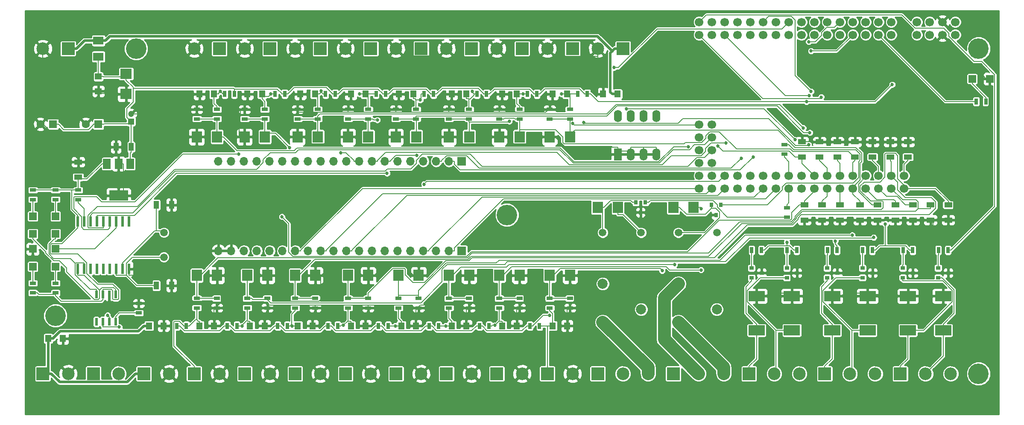
<source format=gtl>
G04 #@! TF.FileFunction,Copper,L1,Top,Signal*
%FSLAX46Y46*%
G04 Gerber Fmt 4.6, Leading zero omitted, Abs format (unit mm)*
G04 Created by KiCad (PCBNEW 4.0.7) date Thu Oct 12 07:51:30 2017*
%MOMM*%
%LPD*%
G01*
G04 APERTURE LIST*
%ADD10C,0.100000*%
%ADD11R,1.600000X1.600000*%
%ADD12C,1.600000*%
%ADD13R,1.200000X1.200000*%
%ADD14C,1.200000*%
%ADD15R,1.498600X1.498600*%
%ADD16R,2.301240X1.998980*%
%ADD17R,1.300480X1.399540*%
%ADD18R,1.399540X1.300480*%
%ADD19R,1.998980X2.301240*%
%ADD20R,3.197860X1.998980*%
%ADD21R,2.030000X1.650000*%
%ADD22R,1.700000X1.700000*%
%ADD23O,1.700000X1.700000*%
%ADD24R,2.500000X2.500000*%
%ADD25C,2.500000*%
%ADD26C,1.520000*%
%ADD27C,2.000000*%
%ADD28R,0.900000X0.800000*%
%ADD29R,0.800000X0.900000*%
%ADD30R,1.600000X2.400000*%
%ADD31O,1.600000X2.400000*%
%ADD32C,1.700000*%
%ADD33R,3.800000X2.000000*%
%ADD34R,1.500000X2.000000*%
%ADD35R,0.600000X1.550000*%
%ADD36R,0.600000X2.000000*%
%ADD37C,1.500000*%
%ADD38R,1.000000X1.600000*%
%ADD39R,1.600000X1.000000*%
%ADD40R,0.700000X1.300000*%
%ADD41R,1.300000X0.700000*%
%ADD42C,4.064000*%
%ADD43C,0.685800*%
%ADD44C,0.203200*%
%ADD45C,0.152400*%
%ADD46C,0.508000*%
%ADD47C,2.540000*%
%ADD48C,0.254000*%
G04 APERTURE END LIST*
D10*
D11*
X18000000Y-109500000D03*
D12*
X15500000Y-109500000D03*
D11*
X27000000Y-109500000D03*
D12*
X24500000Y-109500000D03*
D13*
X33500000Y-109000000D03*
D14*
X33500000Y-107500000D03*
D15*
X203747520Y-100500000D03*
X200252480Y-100500000D03*
D16*
X32500000Y-103509140D03*
X32500000Y-99490860D03*
D17*
X19950340Y-152000000D03*
X17049660Y-152000000D03*
X39950340Y-149500000D03*
X37049660Y-149500000D03*
X127049660Y-103500000D03*
X129950340Y-103500000D03*
D18*
X27000000Y-102950340D03*
X27000000Y-100049660D03*
D19*
X50509140Y-139500000D03*
X46490860Y-139500000D03*
X90509140Y-139500000D03*
X86490860Y-139500000D03*
X116490860Y-112000000D03*
X120509140Y-112000000D03*
X76490860Y-112000000D03*
X80509140Y-112000000D03*
D17*
X49950340Y-149500000D03*
X47049660Y-149500000D03*
X89950340Y-149500000D03*
X87049660Y-149500000D03*
X117049660Y-103500000D03*
X119950340Y-103500000D03*
X77049660Y-103500000D03*
X79950340Y-103500000D03*
D19*
X60509140Y-139500000D03*
X56490860Y-139500000D03*
X100509140Y-139500000D03*
X96490860Y-139500000D03*
X106490860Y-112000000D03*
X110509140Y-112000000D03*
X66490860Y-112000000D03*
X70509140Y-112000000D03*
D17*
X59950340Y-149500000D03*
X57049660Y-149500000D03*
X99950340Y-149500000D03*
X97049660Y-149500000D03*
X107049660Y-103500000D03*
X109950340Y-103500000D03*
X67049660Y-103500000D03*
X69950340Y-103500000D03*
D19*
X70009140Y-139500000D03*
X65990860Y-139500000D03*
X110509140Y-139500000D03*
X106490860Y-139500000D03*
X96490860Y-112000000D03*
X100509140Y-112000000D03*
X55990860Y-112000000D03*
X60009140Y-112000000D03*
D17*
X69450340Y-149500000D03*
X66549660Y-149500000D03*
X109950340Y-149500000D03*
X107049660Y-149500000D03*
X97049660Y-103500000D03*
X99950340Y-103500000D03*
X56549660Y-103500000D03*
X59450340Y-103500000D03*
D19*
X80509140Y-139500000D03*
X76490860Y-139500000D03*
X120509140Y-139500000D03*
X116490860Y-139500000D03*
X85990860Y-112000000D03*
X90009140Y-112000000D03*
X46490860Y-112000000D03*
X50509140Y-112000000D03*
D17*
X79950340Y-149500000D03*
X77049660Y-149500000D03*
X119950340Y-149500000D03*
X117049660Y-149500000D03*
X86549660Y-103500000D03*
X89450340Y-103500000D03*
X47049660Y-103500000D03*
X49950340Y-103500000D03*
D15*
X14000000Y-134252480D03*
X14000000Y-137747520D03*
X14000000Y-131247520D03*
X14000000Y-127752480D03*
X18500000Y-131247520D03*
X18500000Y-127752480D03*
X18500000Y-134252480D03*
X18500000Y-137747520D03*
D19*
X125990860Y-126000000D03*
X130009140Y-126000000D03*
D20*
X157500000Y-143601480D03*
X157500000Y-150398520D03*
X179500000Y-143601480D03*
X179500000Y-150398520D03*
X164500000Y-143601480D03*
X164500000Y-150398520D03*
X187500000Y-143601480D03*
X187500000Y-150398520D03*
D19*
X140990860Y-126000000D03*
X145009140Y-126000000D03*
D20*
X172500000Y-143601480D03*
X172500000Y-150398520D03*
X194500000Y-143601480D03*
X194500000Y-150398520D03*
D21*
X27000000Y-96080000D03*
X27000000Y-92920000D03*
D22*
X99060000Y-116840000D03*
D23*
X96520000Y-116840000D03*
X93980000Y-116840000D03*
X91440000Y-116840000D03*
X88900000Y-116840000D03*
X86360000Y-116840000D03*
X83820000Y-116840000D03*
X81280000Y-116840000D03*
X78740000Y-116840000D03*
X76200000Y-116840000D03*
X73660000Y-116840000D03*
X71120000Y-116840000D03*
X68580000Y-116840000D03*
X66040000Y-116840000D03*
X63500000Y-116840000D03*
X60960000Y-116840000D03*
X58420000Y-116840000D03*
X55880000Y-116840000D03*
X53340000Y-116840000D03*
X50800000Y-116840000D03*
D22*
X99060000Y-134620000D03*
D23*
X96520000Y-134620000D03*
X93980000Y-134620000D03*
X91440000Y-134620000D03*
X88900000Y-134620000D03*
X86360000Y-134620000D03*
X83820000Y-134620000D03*
X81280000Y-134620000D03*
X78740000Y-134620000D03*
X76200000Y-134620000D03*
X73660000Y-134620000D03*
X71120000Y-134620000D03*
X68580000Y-134620000D03*
X66040000Y-134620000D03*
X63500000Y-134620000D03*
X60960000Y-134620000D03*
X58420000Y-134620000D03*
X55880000Y-134620000D03*
X53340000Y-134620000D03*
X50800000Y-134620000D03*
D24*
X16000000Y-159000000D03*
D25*
X21000000Y-159000000D03*
D24*
X36000000Y-159000000D03*
D25*
X41000000Y-159000000D03*
D24*
X21000000Y-94500000D03*
D25*
X16000000Y-94500000D03*
D24*
X131000000Y-94500000D03*
D25*
X126000000Y-94500000D03*
D24*
X46000000Y-159000000D03*
D25*
X51000000Y-159000000D03*
D24*
X86000000Y-159000000D03*
D25*
X91000000Y-159000000D03*
D24*
X121000000Y-94500000D03*
D25*
X116000000Y-94500000D03*
D24*
X81000000Y-94500000D03*
D25*
X76000000Y-94500000D03*
D24*
X56000000Y-159000000D03*
D25*
X61000000Y-159000000D03*
D24*
X96000000Y-159000000D03*
D25*
X101000000Y-159000000D03*
D24*
X111000000Y-94500000D03*
D25*
X106000000Y-94500000D03*
D24*
X71000000Y-94500000D03*
D25*
X66000000Y-94500000D03*
D24*
X66000000Y-159000000D03*
D25*
X71000000Y-159000000D03*
D24*
X106000000Y-159000000D03*
D25*
X111000000Y-159000000D03*
D24*
X101000000Y-94500000D03*
D25*
X96000000Y-94500000D03*
D24*
X61000000Y-94500000D03*
D25*
X56000000Y-94500000D03*
D24*
X76000000Y-159000000D03*
D25*
X81000000Y-159000000D03*
D24*
X116000000Y-159000000D03*
D25*
X121000000Y-159000000D03*
D24*
X91000000Y-94500000D03*
D25*
X86000000Y-94500000D03*
D24*
X51000000Y-94500000D03*
D25*
X46000000Y-94500000D03*
D24*
X26000000Y-159000000D03*
D25*
X31000000Y-159000000D03*
X166000000Y-159000000D03*
D24*
X156000000Y-159000000D03*
D25*
X161000000Y-159000000D03*
X181000000Y-159000000D03*
D24*
X171000000Y-159000000D03*
D25*
X176000000Y-159000000D03*
X196000000Y-159000000D03*
D24*
X186000000Y-159000000D03*
D25*
X191000000Y-159000000D03*
X136000000Y-159000000D03*
D24*
X126000000Y-159000000D03*
D25*
X131000000Y-159000000D03*
X151000000Y-159000000D03*
D24*
X141000000Y-159000000D03*
D25*
X146000000Y-159000000D03*
D26*
X127000000Y-131000000D03*
D27*
X127000000Y-141160000D03*
X127000000Y-148780000D03*
X134620000Y-146240000D03*
D26*
X134620000Y-131000000D03*
X142000000Y-131000000D03*
D27*
X142000000Y-141160000D03*
X142000000Y-148780000D03*
X149620000Y-146240000D03*
D26*
X149620000Y-131000000D03*
D28*
X156500000Y-138050000D03*
X156500000Y-139950000D03*
X158500000Y-139000000D03*
X178500000Y-138050000D03*
X178500000Y-139950000D03*
X180500000Y-139000000D03*
D29*
X135450000Y-125000000D03*
X133550000Y-125000000D03*
X134500000Y-127000000D03*
D28*
X163500000Y-138050000D03*
X163500000Y-139950000D03*
X165500000Y-139000000D03*
X186500000Y-138050000D03*
X186500000Y-139950000D03*
X188500000Y-139000000D03*
D29*
X150450000Y-125500000D03*
X148550000Y-125500000D03*
X149500000Y-127500000D03*
D28*
X171500000Y-138050000D03*
X171500000Y-139950000D03*
X173500000Y-139000000D03*
X193500000Y-138050000D03*
X193500000Y-139950000D03*
X195500000Y-139000000D03*
D30*
X130000000Y-115500000D03*
D31*
X137620000Y-107880000D03*
X132540000Y-115500000D03*
X135080000Y-107880000D03*
X135080000Y-115500000D03*
X132540000Y-107880000D03*
X137620000Y-115500000D03*
X130000000Y-107880000D03*
D32*
X184200000Y-91760000D03*
X184200000Y-89220000D03*
X181660000Y-91760000D03*
X181660000Y-89220000D03*
X179120000Y-91760000D03*
X179120000Y-89220000D03*
X176580000Y-91760000D03*
X176580000Y-89220000D03*
X174040000Y-91760000D03*
X174040000Y-89220000D03*
X171500000Y-91760000D03*
X171500000Y-89220000D03*
X168960000Y-91760000D03*
X168960000Y-89220000D03*
X166420000Y-91760000D03*
X166420000Y-89220000D03*
X163880000Y-91760000D03*
X163880000Y-89220000D03*
X161340000Y-91760000D03*
X161340000Y-89220000D03*
X158800000Y-91760000D03*
X158800000Y-89220000D03*
X156260000Y-91760000D03*
X156260000Y-89220000D03*
X153720000Y-91760000D03*
X153720000Y-89220000D03*
X151180000Y-91760000D03*
X151180000Y-89220000D03*
X148640000Y-91760000D03*
X148640000Y-89220000D03*
X146100000Y-91760000D03*
X146100000Y-89220000D03*
X189280000Y-91760000D03*
X189280000Y-89220000D03*
X191820000Y-89220000D03*
X191820000Y-91760000D03*
X194360000Y-91760000D03*
X194360000Y-89220000D03*
X196900000Y-89220000D03*
X196900000Y-91760000D03*
X146100000Y-109540000D03*
X148640000Y-109540000D03*
X148640000Y-112080000D03*
X146100000Y-112080000D03*
X146100000Y-114620000D03*
X148640000Y-114620000D03*
X148640000Y-117160000D03*
X146100000Y-117160000D03*
X146100000Y-119700000D03*
X148640000Y-119700000D03*
X151180000Y-119700000D03*
X153720000Y-119700000D03*
X156260000Y-119700000D03*
X158800000Y-119700000D03*
X161340000Y-119700000D03*
X163880000Y-119700000D03*
X166420000Y-119700000D03*
X168960000Y-119700000D03*
X171500000Y-119700000D03*
X174040000Y-119700000D03*
X176580000Y-119700000D03*
X179120000Y-119700000D03*
X181660000Y-119700000D03*
X184200000Y-119700000D03*
X186740000Y-119700000D03*
X186740000Y-122240000D03*
X184200000Y-122240000D03*
X181660000Y-122240000D03*
X179120000Y-122240000D03*
X176580000Y-122240000D03*
X174040000Y-122240000D03*
X171500000Y-122240000D03*
X168960000Y-122240000D03*
X166420000Y-122240000D03*
X163880000Y-122240000D03*
X161340000Y-122240000D03*
X158800000Y-122240000D03*
X156260000Y-122240000D03*
X153720000Y-122240000D03*
X151180000Y-122240000D03*
X148640000Y-122240000D03*
X146100000Y-122240000D03*
D33*
X31000000Y-123650000D03*
D34*
X31000000Y-117350000D03*
X28700000Y-117350000D03*
X33300000Y-117350000D03*
D35*
X30405000Y-143300000D03*
X29135000Y-143300000D03*
X27865000Y-143300000D03*
X26595000Y-143300000D03*
X26595000Y-148700000D03*
X27865000Y-148700000D03*
X29135000Y-148700000D03*
X30405000Y-148700000D03*
D36*
X22920000Y-138200000D03*
X24190000Y-138200000D03*
X25460000Y-138200000D03*
X26730000Y-138200000D03*
X28000000Y-138200000D03*
X29270000Y-138200000D03*
X30540000Y-138200000D03*
X31810000Y-138200000D03*
X33080000Y-138200000D03*
X33080000Y-128800000D03*
X31810000Y-128800000D03*
X30540000Y-128800000D03*
X29270000Y-128800000D03*
X28000000Y-128800000D03*
X26730000Y-128800000D03*
X25460000Y-128800000D03*
X24190000Y-128800000D03*
X22920000Y-128800000D03*
D37*
X40000000Y-131000000D03*
X40000000Y-135880000D03*
D38*
X33500000Y-114000000D03*
X30500000Y-114000000D03*
D39*
X23000000Y-120000000D03*
X23000000Y-117000000D03*
X195500000Y-125500000D03*
X195500000Y-128500000D03*
X188500000Y-125500000D03*
X188500000Y-128500000D03*
X178000000Y-125500000D03*
X178000000Y-128500000D03*
X170500000Y-125500000D03*
X170500000Y-128500000D03*
X187500000Y-116000000D03*
X187500000Y-113000000D03*
X180500000Y-116000000D03*
X180500000Y-113000000D03*
X177000000Y-116000000D03*
X177000000Y-113000000D03*
X170000000Y-116000000D03*
X170000000Y-113000000D03*
X192000000Y-125500000D03*
X192000000Y-128500000D03*
X185000000Y-125500000D03*
X185000000Y-128500000D03*
X174000000Y-125500000D03*
X174000000Y-128500000D03*
X167000000Y-125500000D03*
X167000000Y-128500000D03*
X184000000Y-116000000D03*
X184000000Y-113000000D03*
X181500000Y-125500000D03*
X181500000Y-128500000D03*
X173500000Y-116000000D03*
X173500000Y-113000000D03*
X166500000Y-116000000D03*
X166500000Y-113000000D03*
D38*
X38500000Y-125500000D03*
X41500000Y-125500000D03*
X38500000Y-141500000D03*
X41500000Y-141500000D03*
D40*
X201050000Y-105000000D03*
X202950000Y-105000000D03*
X42550000Y-149500000D03*
X44450000Y-149500000D03*
D41*
X46500000Y-145950000D03*
X46500000Y-144050000D03*
X50500000Y-144050000D03*
X50500000Y-145950000D03*
D40*
X82550000Y-149500000D03*
X84450000Y-149500000D03*
D41*
X86500000Y-145950000D03*
X86500000Y-144050000D03*
X90500000Y-144050000D03*
X90500000Y-145950000D03*
D40*
X123950000Y-103500000D03*
X122050000Y-103500000D03*
D41*
X120500000Y-106550000D03*
X120500000Y-108450000D03*
X116500000Y-108450000D03*
X116500000Y-106550000D03*
D40*
X83950000Y-103500000D03*
X82050000Y-103500000D03*
D41*
X80500000Y-106550000D03*
X80500000Y-108450000D03*
X76500000Y-108450000D03*
X76500000Y-106550000D03*
D40*
X52550000Y-149500000D03*
X54450000Y-149500000D03*
D41*
X56500000Y-145950000D03*
X56500000Y-144050000D03*
X60500000Y-144050000D03*
X60500000Y-145950000D03*
D40*
X92550000Y-149500000D03*
X94450000Y-149500000D03*
D41*
X96500000Y-145950000D03*
X96500000Y-144050000D03*
X100500000Y-144050000D03*
X100500000Y-145950000D03*
D40*
X113950000Y-103500000D03*
X112050000Y-103500000D03*
D41*
X110500000Y-106550000D03*
X110500000Y-108450000D03*
X106500000Y-108450000D03*
X106500000Y-106550000D03*
D40*
X73950000Y-103500000D03*
X72050000Y-103500000D03*
D41*
X70500000Y-106550000D03*
X70500000Y-108450000D03*
X66500000Y-108450000D03*
X66500000Y-106550000D03*
D40*
X62550000Y-149500000D03*
X64450000Y-149500000D03*
D41*
X66000000Y-145950000D03*
X66000000Y-144050000D03*
X70000000Y-144050000D03*
X70000000Y-145950000D03*
D40*
X102550000Y-149500000D03*
X104450000Y-149500000D03*
D41*
X106500000Y-145950000D03*
X106500000Y-144050000D03*
X110500000Y-144050000D03*
X110500000Y-145950000D03*
D40*
X103950000Y-103500000D03*
X102050000Y-103500000D03*
D41*
X100500000Y-106550000D03*
X100500000Y-108450000D03*
X96500000Y-108450000D03*
X96500000Y-106550000D03*
D40*
X63950000Y-103500000D03*
X62050000Y-103500000D03*
D41*
X60000000Y-106550000D03*
X60000000Y-108450000D03*
X56000000Y-108450000D03*
X56000000Y-106550000D03*
D40*
X72550000Y-149500000D03*
X74450000Y-149500000D03*
D41*
X76500000Y-145950000D03*
X76500000Y-144050000D03*
X80500000Y-144050000D03*
X80500000Y-145950000D03*
D40*
X112550000Y-149500000D03*
X114450000Y-149500000D03*
D41*
X116500000Y-145950000D03*
X116500000Y-144050000D03*
X120500000Y-144050000D03*
X120500000Y-145950000D03*
D40*
X93450000Y-103500000D03*
X91550000Y-103500000D03*
D41*
X90000000Y-106550000D03*
X90000000Y-108450000D03*
X86000000Y-108450000D03*
X86000000Y-106550000D03*
D40*
X53950000Y-103500000D03*
X52050000Y-103500000D03*
D41*
X50500000Y-106550000D03*
X50500000Y-108450000D03*
X46500000Y-108450000D03*
X46500000Y-106550000D03*
X14000000Y-142950000D03*
X14000000Y-141050000D03*
X14000000Y-122550000D03*
X14000000Y-124450000D03*
X18500000Y-122550000D03*
X18500000Y-124450000D03*
X18500000Y-142950000D03*
X18500000Y-141050000D03*
X35000000Y-146950000D03*
X35000000Y-145050000D03*
X23000000Y-122550000D03*
X23000000Y-124450000D03*
D40*
X156550000Y-134500000D03*
X158450000Y-134500000D03*
X178550000Y-134500000D03*
X180450000Y-134500000D03*
D41*
X163500000Y-127950000D03*
X163500000Y-126050000D03*
D40*
X163550000Y-134500000D03*
X165450000Y-134500000D03*
X186550000Y-134500000D03*
X188450000Y-134500000D03*
D41*
X163000000Y-113550000D03*
X163000000Y-115450000D03*
D40*
X171550000Y-134500000D03*
X173450000Y-134500000D03*
X193550000Y-134500000D03*
X195450000Y-134500000D03*
D42*
X18500000Y-147500000D03*
X201500000Y-159000000D03*
X34500000Y-94500000D03*
X108000000Y-127500000D03*
X201500000Y-94500000D03*
D43*
X184391800Y-101623700D03*
X167399300Y-105035800D03*
X116468000Y-147420300D03*
X146517900Y-126255000D03*
X141000000Y-91750000D03*
X14000000Y-135497700D03*
X136229800Y-139257500D03*
X136671500Y-132074400D03*
X176452500Y-131497800D03*
X165118800Y-112578000D03*
X131669200Y-106452900D03*
X82299600Y-108652100D03*
X180725600Y-131963700D03*
X141253000Y-137373800D03*
X166763100Y-110248000D03*
X146480500Y-138413500D03*
X108477700Y-108904100D03*
X123222400Y-109117700D03*
X167823200Y-113541200D03*
X64938200Y-114145300D03*
X63395100Y-127852800D03*
X138780700Y-138552800D03*
X168056400Y-111163200D03*
X143955500Y-113953400D03*
X149786600Y-113833100D03*
X85900000Y-149500000D03*
X118800800Y-103500000D03*
X78799700Y-103500000D03*
X55496200Y-149500000D03*
X95900000Y-149500000D03*
X111203000Y-103458500D03*
X71199800Y-102900600D03*
X65389400Y-149500000D03*
X105599800Y-149388200D03*
X101150300Y-102981400D03*
X61194800Y-103500000D03*
X75599800Y-149388200D03*
X90831300Y-104671500D03*
X51150300Y-102981400D03*
X156815100Y-116000400D03*
X154435900Y-116286700D03*
X168298900Y-94968800D03*
X90127300Y-115712900D03*
X151455100Y-113196400D03*
X167853800Y-93138100D03*
X75055800Y-115153300D03*
X129243700Y-98240300D03*
X168317800Y-103006500D03*
X91585100Y-121394700D03*
X28816400Y-147424200D03*
X31157600Y-149747300D03*
X167943900Y-103818400D03*
X163516000Y-132902900D03*
X183045300Y-129274700D03*
X173111200Y-132664300D03*
X170330200Y-104124800D03*
X54799300Y-115384300D03*
X121072900Y-109358300D03*
X84226500Y-119231700D03*
D44*
X33500000Y-109000000D02*
X33500000Y-109427100D01*
X33500000Y-109427100D02*
X33500000Y-109854300D01*
X28127200Y-109427100D02*
X28054300Y-109500000D01*
X33500000Y-109427100D02*
X28127200Y-109427100D01*
X27000000Y-109500000D02*
X28054300Y-109500000D01*
X25945700Y-109631900D02*
X25945700Y-109500000D01*
X25023300Y-110554300D02*
X25945700Y-109631900D01*
X20108600Y-110554300D02*
X25023300Y-110554300D01*
X19054300Y-109500000D02*
X20108600Y-110554300D01*
X18000000Y-109500000D02*
X19054300Y-109500000D01*
X27000000Y-109500000D02*
X25945700Y-109500000D01*
X33500000Y-114000000D02*
X33500000Y-109854300D01*
X33300000Y-115254300D02*
X33300000Y-117350000D01*
X33500000Y-115054300D02*
X33300000Y-115254300D01*
X33500000Y-114000000D02*
X33500000Y-115054300D01*
X112550000Y-149500000D02*
X111945700Y-149500000D01*
X103154300Y-149575500D02*
X103154300Y-149500000D01*
X104033000Y-150454200D02*
X103154300Y-149575500D01*
X110991500Y-150454200D02*
X104033000Y-150454200D01*
X111945700Y-149500000D02*
X110991500Y-150454200D01*
X32500000Y-99490900D02*
X32500000Y-100117800D01*
X32500000Y-100117800D02*
X32500000Y-100744700D01*
X28022200Y-100117800D02*
X27954100Y-100049700D01*
X32500000Y-100117800D02*
X28022200Y-100117800D01*
X27000000Y-100049700D02*
X27954100Y-100049700D01*
X27000000Y-96080000D02*
X27000000Y-100049700D01*
X102852200Y-149500000D02*
X103154300Y-149500000D01*
X103647900Y-103500000D02*
X103673500Y-103500000D01*
X103647900Y-103500000D02*
X103345700Y-103500000D01*
X103811800Y-103500000D02*
X103673500Y-103500000D01*
X131024900Y-127404900D02*
X130009100Y-127404900D01*
X134620000Y-131000000D02*
X131024900Y-127404900D01*
X130009100Y-126000000D02*
X130009100Y-127404900D01*
X70984300Y-150461400D02*
X71945700Y-149500000D01*
X64040200Y-150461400D02*
X70984300Y-150461400D01*
X63154300Y-149575500D02*
X64040200Y-150461400D01*
X63154300Y-149500000D02*
X63154300Y-149575500D01*
X62550000Y-149500000D02*
X63154300Y-149500000D01*
X62550000Y-149500000D02*
X61945700Y-149500000D01*
X53154300Y-149575500D02*
X53154300Y-149500000D01*
X54033000Y-150454200D02*
X53154300Y-149575500D01*
X60991500Y-150454200D02*
X54033000Y-150454200D01*
X61945700Y-149500000D02*
X60991500Y-150454200D01*
X33905000Y-105054800D02*
X33905000Y-102369200D01*
X32614900Y-106344900D02*
X33905000Y-105054800D01*
X32614900Y-108114900D02*
X32614900Y-106344900D01*
X33500000Y-109000000D02*
X32614900Y-108114900D01*
X33905000Y-102149700D02*
X32500000Y-100744700D01*
X33905000Y-102369200D02*
X33905000Y-102149700D01*
X53950000Y-103500000D02*
X53950000Y-102595700D01*
X53950000Y-102595700D02*
X53950000Y-102521200D01*
X53798000Y-102369200D02*
X53950000Y-102521200D01*
X33905000Y-102369200D02*
X53798000Y-102369200D01*
X63345700Y-103424500D02*
X63345700Y-103500000D01*
X62442400Y-102521200D02*
X63345700Y-103424500D01*
X53950000Y-102521200D02*
X62442400Y-102521200D01*
X72247900Y-149500000D02*
X71945700Y-149500000D01*
X82550000Y-149500000D02*
X81945700Y-149500000D01*
X113950000Y-103500000D02*
X114554300Y-103500000D01*
X123647900Y-103500000D02*
X123345700Y-103500000D01*
X123647900Y-103500000D02*
X123950000Y-103500000D01*
X123950000Y-103500000D02*
X124554300Y-103500000D01*
X180979700Y-105035800D02*
X184391800Y-101623700D01*
X167399300Y-105035800D02*
X180979700Y-105035800D01*
X115158500Y-147420300D02*
X116468000Y-147420300D01*
X113154300Y-149424500D02*
X115158500Y-147420300D01*
X113154300Y-149500000D02*
X113154300Y-149424500D01*
X112550000Y-149500000D02*
X113154300Y-149500000D01*
X115554200Y-102500100D02*
X114554300Y-103500000D01*
X122421300Y-102500100D02*
X115554200Y-102500100D01*
X123345700Y-103424500D02*
X122421300Y-102500100D01*
X123345700Y-103500000D02*
X123345700Y-103424500D01*
X145009100Y-126000000D02*
X146262900Y-126000000D01*
X146517900Y-126255000D02*
X146262900Y-126000000D01*
X52852200Y-149500000D02*
X53154300Y-149500000D01*
X52852200Y-149500000D02*
X52550000Y-149500000D01*
X43154300Y-149575500D02*
X43154300Y-149500000D01*
X44039000Y-150460200D02*
X43154300Y-149575500D01*
X50985500Y-150460200D02*
X44039000Y-150460200D01*
X51945700Y-149500000D02*
X50985500Y-150460200D01*
X52550000Y-149500000D02*
X51945700Y-149500000D01*
X42550000Y-149500000D02*
X43154300Y-149500000D01*
X63647900Y-103500000D02*
X63345700Y-103500000D01*
X63647900Y-103500000D02*
X63950000Y-103500000D01*
X65807500Y-102246800D02*
X64554300Y-103500000D01*
X72168000Y-102246800D02*
X65807500Y-102246800D01*
X73345700Y-103424500D02*
X72168000Y-102246800D01*
X73345700Y-103500000D02*
X73345700Y-103424500D01*
X83345700Y-103424500D02*
X83345700Y-103500000D01*
X82460300Y-102539100D02*
X83345700Y-103424500D01*
X75515200Y-102539100D02*
X82460300Y-102539100D01*
X74554300Y-103500000D02*
X75515200Y-102539100D01*
X73950000Y-103500000D02*
X74554300Y-103500000D01*
X73950000Y-103500000D02*
X73345700Y-103500000D01*
X63950000Y-103500000D02*
X64554300Y-103500000D01*
X83154300Y-149575500D02*
X83154300Y-149500000D01*
X84039700Y-150460900D02*
X83154300Y-149575500D01*
X90984800Y-150460900D02*
X84039700Y-150460900D01*
X91945700Y-149500000D02*
X90984800Y-150460900D01*
X92550000Y-149500000D02*
X91945700Y-149500000D01*
X72550000Y-149500000D02*
X72247900Y-149500000D01*
X73154300Y-149575500D02*
X73154300Y-149500000D01*
X74033000Y-150454200D02*
X73154300Y-149575500D01*
X80991500Y-150454200D02*
X74033000Y-150454200D01*
X81945700Y-149500000D02*
X80991500Y-150454200D01*
X82550000Y-149500000D02*
X83154300Y-149500000D01*
X72550000Y-149500000D02*
X73154300Y-149500000D01*
X83647900Y-103500000D02*
X83345700Y-103500000D01*
X83647900Y-103500000D02*
X83950000Y-103500000D01*
X85508500Y-102545800D02*
X84554300Y-103500000D01*
X91967000Y-102545800D02*
X85508500Y-102545800D01*
X92845700Y-103424500D02*
X91967000Y-102545800D01*
X92845700Y-103500000D02*
X92845700Y-103424500D01*
X93450000Y-103500000D02*
X94054300Y-103500000D01*
X93450000Y-103500000D02*
X92845700Y-103500000D01*
X83950000Y-103500000D02*
X84554300Y-103500000D01*
X102852200Y-149500000D02*
X102550000Y-149500000D01*
X93154300Y-149575500D02*
X93154300Y-149500000D01*
X94039700Y-150460900D02*
X93154300Y-149575500D01*
X100984800Y-150460900D02*
X94039700Y-150460900D01*
X101945700Y-149500000D02*
X100984800Y-150460900D01*
X102550000Y-149500000D02*
X101945700Y-149500000D01*
X92550000Y-149500000D02*
X93154300Y-149500000D01*
X95170100Y-102384200D02*
X94054300Y-103500000D01*
X102305400Y-102384200D02*
X95170100Y-102384200D01*
X103345700Y-103424500D02*
X102305400Y-102384200D01*
X103345700Y-103500000D02*
X103345700Y-103424500D01*
X113950000Y-103500000D02*
X113345700Y-103500000D01*
X103950000Y-103500000D02*
X103811800Y-103500000D01*
X113345700Y-103424500D02*
X113345700Y-103500000D01*
X112467000Y-102545800D02*
X113345700Y-103424500D01*
X105508500Y-102545800D02*
X112467000Y-102545800D01*
X104554300Y-103500000D02*
X105508500Y-102545800D01*
X103950000Y-103500000D02*
X104554300Y-103500000D01*
X126090100Y-105035800D02*
X124554300Y-103500000D01*
X167399300Y-105035800D02*
X126090100Y-105035800D01*
D45*
X29135000Y-143300000D02*
X29135000Y-144303900D01*
X47049700Y-105421400D02*
X47049700Y-103500000D01*
X46500000Y-105971100D02*
X47049700Y-105421400D01*
X86549700Y-105421400D02*
X86549700Y-103500000D01*
X86000000Y-105971100D02*
X86549700Y-105421400D01*
X86000000Y-106550000D02*
X86000000Y-105971100D01*
X79950300Y-147078600D02*
X79950300Y-149500000D01*
X80500000Y-146528900D02*
X79950300Y-147078600D01*
X80500000Y-145950000D02*
X80500000Y-146528900D01*
X181500000Y-128500000D02*
X178000000Y-128500000D01*
X177000000Y-113000000D02*
X180500000Y-113000000D01*
X180500000Y-113000000D02*
X184000000Y-113000000D01*
X184000000Y-113000000D02*
X187500000Y-113000000D01*
X170500000Y-128500000D02*
X174000000Y-128500000D01*
X174000000Y-128500000D02*
X178000000Y-128500000D01*
X181500000Y-128500000D02*
X185000000Y-128500000D01*
X185000000Y-128500000D02*
X188500000Y-128500000D01*
X188500000Y-128500000D02*
X192000000Y-128500000D01*
X167000000Y-128500000D02*
X170500000Y-128500000D01*
X31000000Y-117350000D02*
X31978900Y-117350000D01*
X202769300Y-100169300D02*
X202769300Y-100500000D01*
X194360000Y-91760000D02*
X202769300Y-100169300D01*
X137620000Y-114071100D02*
X135080000Y-114071100D01*
X135080000Y-114071100D02*
X132540000Y-114071100D01*
X173500000Y-139000000D02*
X165500000Y-139000000D01*
X135080000Y-115500000D02*
X135080000Y-114071100D01*
X137620000Y-115500000D02*
X137620000Y-114071100D01*
X194500000Y-143601500D02*
X187500000Y-143601500D01*
X46500000Y-106550000D02*
X46500000Y-105971100D01*
X77049700Y-105421400D02*
X77049700Y-103500000D01*
X76500000Y-105971100D02*
X77049700Y-105421400D01*
X110500000Y-145950000D02*
X110500000Y-145660500D01*
X56000000Y-106550000D02*
X56000000Y-105971100D01*
X97049700Y-103500000D02*
X97049700Y-104428700D01*
X100500000Y-145950000D02*
X100500000Y-145698700D01*
X67049700Y-105421400D02*
X66500000Y-105971100D01*
X67049700Y-103500000D02*
X67049700Y-105421400D01*
X66500000Y-106550000D02*
X66500000Y-105971100D01*
X107049700Y-105421400D02*
X106500000Y-105971100D01*
X107049700Y-103500000D02*
X107049700Y-105421400D01*
X106500000Y-106550000D02*
X106500000Y-105971100D01*
X90500000Y-145950000D02*
X90500000Y-145698700D01*
X76500000Y-106336800D02*
X76500000Y-105971100D01*
X86000000Y-106550000D02*
X86000000Y-107128900D01*
X116500000Y-106550000D02*
X116500000Y-106336800D01*
X116500000Y-106336800D02*
X116500000Y-105971100D01*
X115707900Y-107128900D02*
X106500000Y-107128900D01*
X116500000Y-106336800D02*
X115707900Y-107128900D01*
X106500000Y-106550000D02*
X106500000Y-107128900D01*
X117049700Y-105421400D02*
X117049700Y-103500000D01*
X116500000Y-105971100D02*
X117049700Y-105421400D01*
X120572400Y-145371100D02*
X120500000Y-145371100D01*
X121391400Y-144552100D02*
X120572400Y-145371100D01*
X121391400Y-141761800D02*
X121391400Y-144552100D01*
X120509100Y-140879500D02*
X121391400Y-141761800D01*
X120509100Y-139500000D02*
X120509100Y-140879500D01*
X203747500Y-100500000D02*
X203561900Y-100500000D01*
X203561900Y-100500000D02*
X202769300Y-100500000D01*
X76500000Y-106336800D02*
X76500000Y-106550000D01*
X96500000Y-104978400D02*
X96500000Y-106550000D01*
X97049700Y-104428700D02*
X96500000Y-104978400D01*
X96500000Y-107128900D02*
X106500000Y-107128900D01*
X96500000Y-106550000D02*
X96500000Y-107128900D01*
X120509100Y-139500000D02*
X121737500Y-139500000D01*
X64521000Y-93021000D02*
X66000000Y-94500000D01*
X57479000Y-93021000D02*
X64521000Y-93021000D01*
X56000000Y-94500000D02*
X57479000Y-93021000D01*
X179500000Y-139000000D02*
X179500000Y-142373100D01*
X180500000Y-139000000D02*
X179500000Y-139000000D01*
X179500000Y-139000000D02*
X173500000Y-139000000D01*
X31000000Y-123650000D02*
X32064500Y-123650000D01*
X196529000Y-126742100D02*
X195500000Y-127771100D01*
X196529000Y-113184700D02*
X196529000Y-126742100D01*
X196344300Y-113000000D02*
X196529000Y-113184700D01*
X187500000Y-113000000D02*
X196344300Y-113000000D01*
X203561900Y-105782400D02*
X203561900Y-100500000D01*
X196344300Y-113000000D02*
X203561900Y-105782400D01*
X173500000Y-113000000D02*
X172471100Y-113000000D01*
X173500000Y-113000000D02*
X177000000Y-113000000D01*
X31978900Y-123564400D02*
X32064500Y-123650000D01*
X31978900Y-117350000D02*
X31978900Y-123564400D01*
X31000000Y-117350000D02*
X31000000Y-116121100D01*
X41000000Y-159000000D02*
X36571200Y-154571200D01*
X39950300Y-151192100D02*
X36571200Y-154571200D01*
X39950300Y-149500000D02*
X39950300Y-151192100D01*
X19950300Y-152000000D02*
X20829400Y-152000000D01*
X23400600Y-156599400D02*
X21000000Y-159000000D01*
X23400600Y-154571200D02*
X23400600Y-156599400D01*
X36571200Y-154571200D02*
X23400600Y-154571200D01*
X23400600Y-154571200D02*
X20829400Y-152000000D01*
X59950300Y-147078600D02*
X59950300Y-149500000D01*
X60500000Y-146528900D02*
X59950300Y-147078600D01*
X60500000Y-145950000D02*
X60500000Y-146528900D01*
X70000000Y-145950000D02*
X70000000Y-146528900D01*
X76500000Y-106550000D02*
X76500000Y-107128900D01*
X66500000Y-106550000D02*
X66500000Y-107052600D01*
X86000000Y-107128900D02*
X76500000Y-107128900D01*
X96500000Y-107128900D02*
X86000000Y-107128900D01*
X164500000Y-143601500D02*
X164500000Y-142987300D01*
X159942000Y-142987300D02*
X159327800Y-143601500D01*
X164500000Y-142987300D02*
X159942000Y-142987300D01*
X157500000Y-143601500D02*
X159327800Y-143601500D01*
X179500000Y-142987300D02*
X179500000Y-142373100D01*
X174942000Y-142987300D02*
X174327800Y-143601500D01*
X179500000Y-142987300D02*
X174942000Y-142987300D01*
X172500000Y-143601500D02*
X174327800Y-143601500D01*
X195500000Y-128500000D02*
X195500000Y-128160400D01*
X195500000Y-128160400D02*
X195500000Y-127771100D01*
X193368500Y-128160400D02*
X193028900Y-128500000D01*
X195500000Y-128160400D02*
X193368500Y-128160400D01*
X192000000Y-128500000D02*
X192514500Y-128500000D01*
X192514500Y-128500000D02*
X193028900Y-128500000D01*
X192514500Y-128500000D02*
X192514500Y-139000000D01*
X192514500Y-139000000D02*
X195500000Y-139000000D01*
X119950300Y-157950300D02*
X121000000Y-159000000D01*
X119950300Y-149500000D02*
X119950300Y-157950300D01*
X29881100Y-145050000D02*
X35000000Y-145050000D01*
X29135000Y-144303900D02*
X29881100Y-145050000D01*
X39950300Y-149500000D02*
X39071200Y-149500000D01*
X35000000Y-145050000D02*
X35439500Y-145050000D01*
X41500000Y-141500000D02*
X40771100Y-141500000D01*
X37221100Y-147649900D02*
X39071200Y-149500000D01*
X37221100Y-145050000D02*
X37221100Y-147649900D01*
X35439500Y-145050000D02*
X37221100Y-145050000D01*
X33080000Y-138200000D02*
X33080000Y-139428900D01*
X39923700Y-141500000D02*
X40771100Y-141500000D01*
X39923700Y-142347400D02*
X39923700Y-141500000D01*
X37221100Y-145050000D02*
X39923700Y-142347400D01*
X38086100Y-139428900D02*
X33080000Y-139428900D01*
X39923700Y-141266500D02*
X38086100Y-139428900D01*
X39923700Y-141500000D02*
X39923700Y-141266500D01*
X53340000Y-134620000D02*
X50800000Y-134620000D01*
X46500000Y-106550000D02*
X46500000Y-107128900D01*
X55990900Y-112000000D02*
X54905000Y-112000000D01*
X50500000Y-145950000D02*
X50500000Y-145660500D01*
X41500000Y-141500000D02*
X41864500Y-141500000D01*
X49950300Y-146210200D02*
X49950300Y-149500000D01*
X45601400Y-109731000D02*
X46490900Y-110620500D01*
X45601400Y-107500000D02*
X45601400Y-109731000D01*
X33500000Y-107500000D02*
X45601400Y-107500000D01*
X46128900Y-107500000D02*
X46500000Y-107128900D01*
X45601400Y-107500000D02*
X46128900Y-107500000D01*
X46490900Y-112000000D02*
X46490900Y-110620500D01*
X55121100Y-107360200D02*
X55121100Y-106550000D01*
X54905000Y-107576300D02*
X55121100Y-107360200D01*
X54905000Y-112000000D02*
X54905000Y-107576300D01*
X46947400Y-107576300D02*
X46500000Y-107128900D01*
X54905000Y-107576300D02*
X46947400Y-107576300D01*
X56000000Y-106550000D02*
X55121100Y-106550000D01*
X66500000Y-107052600D02*
X66500000Y-107090700D01*
X66538200Y-107128900D02*
X76500000Y-107128900D01*
X66500000Y-107090700D02*
X66538200Y-107128900D01*
X56549700Y-103500000D02*
X56549700Y-105421400D01*
X56549700Y-105421400D02*
X56000000Y-105971100D01*
X72617100Y-138120400D02*
X71237500Y-139500000D01*
X77901100Y-138120400D02*
X72617100Y-138120400D01*
X79280700Y-139500000D02*
X77901100Y-138120400D01*
X69450300Y-147078600D02*
X70000000Y-146528900D01*
X69450300Y-149500000D02*
X69450300Y-147078600D01*
X89950300Y-146248400D02*
X89950300Y-149500000D01*
X79894900Y-139500000D02*
X79280700Y-139500000D01*
X93882900Y-113379600D02*
X95262500Y-112000000D01*
X88598900Y-113379600D02*
X93882900Y-113379600D01*
X87219300Y-112000000D02*
X88598900Y-113379600D01*
X85990900Y-112000000D02*
X87219300Y-112000000D01*
X96490900Y-112000000D02*
X95262500Y-112000000D01*
X99098900Y-113379600D02*
X97719300Y-112000000D01*
X103882900Y-113379600D02*
X99098900Y-113379600D01*
X105262500Y-112000000D02*
X103882900Y-113379600D01*
X96490900Y-112000000D02*
X97719300Y-112000000D01*
X89950300Y-146248400D02*
X90500000Y-145698700D01*
X99072900Y-145371000D02*
X99950300Y-146248400D01*
X90827700Y-145371000D02*
X99072900Y-145371000D01*
X90500000Y-145698700D02*
X90827700Y-145371000D01*
X99950300Y-146248400D02*
X99950300Y-149500000D01*
X99950300Y-146248400D02*
X100500000Y-145698700D01*
X100509100Y-139500000D02*
X100509100Y-140879500D01*
X100500000Y-145698700D02*
X101379000Y-144819700D01*
X101379000Y-141749400D02*
X100509100Y-140879500D01*
X101379000Y-144819700D02*
X101379000Y-141749400D01*
X108559800Y-144819700D02*
X101379000Y-144819700D01*
X109950300Y-146210200D02*
X108559800Y-144819700D01*
X109950300Y-146210200D02*
X109950300Y-149500000D01*
X105876700Y-112000000D02*
X105262500Y-112000000D01*
X109950300Y-146210200D02*
X110500000Y-145660500D01*
X110509100Y-139500000D02*
X110509100Y-140879500D01*
X120500000Y-145950000D02*
X120500000Y-145660500D01*
X120500000Y-145660500D02*
X120500000Y-145371100D01*
X110500000Y-145660500D02*
X111391400Y-144769100D01*
X111391400Y-141761800D02*
X110509100Y-140879500D01*
X111391400Y-144769100D02*
X111391400Y-141761800D01*
X118509200Y-144769100D02*
X111391400Y-144769100D01*
X119950300Y-146210200D02*
X118509200Y-144769100D01*
X120500000Y-145660500D02*
X119950300Y-146210200D01*
X119950300Y-146210200D02*
X119950300Y-149500000D01*
X14000000Y-135497700D02*
X14000000Y-134252500D01*
X54521000Y-93021000D02*
X56000000Y-94500000D01*
X47479000Y-93021000D02*
X54521000Y-93021000D01*
X46000000Y-94500000D02*
X47479000Y-93021000D01*
X80500000Y-145950000D02*
X80500000Y-145485500D01*
X66490900Y-112000000D02*
X66490900Y-110620500D01*
X65621000Y-109750600D02*
X66490900Y-110620500D01*
X65621000Y-107713600D02*
X65621000Y-109750600D01*
X65877100Y-107713600D02*
X66500000Y-107090700D01*
X65621000Y-107713600D02*
X65877100Y-107713600D01*
X58841900Y-107713600D02*
X65621000Y-107713600D01*
X56549700Y-105421400D02*
X58841900Y-107713600D01*
X69098900Y-113379600D02*
X67719300Y-112000000D01*
X73882900Y-113379600D02*
X69098900Y-113379600D01*
X75262500Y-112000000D02*
X73882900Y-113379600D01*
X66490900Y-112000000D02*
X67719300Y-112000000D01*
X16000000Y-107942000D02*
X16529000Y-108471000D01*
X16000000Y-94500000D02*
X16000000Y-107942000D01*
X23000000Y-117000000D02*
X23000000Y-116271100D01*
X15532200Y-109467800D02*
X16014500Y-109467800D01*
X15500000Y-109500000D02*
X15532200Y-109467800D01*
X16014500Y-108985500D02*
X16014500Y-109467800D01*
X16529000Y-108471000D02*
X16014500Y-108985500D01*
X30500000Y-114000000D02*
X30500000Y-115621100D01*
X30500000Y-115621100D02*
X31000000Y-116121100D01*
X22817800Y-116271100D02*
X23000000Y-116271100D01*
X16014500Y-109467800D02*
X22817800Y-116271100D01*
X23650000Y-115621100D02*
X30500000Y-115621100D01*
X23000000Y-116271100D02*
X23650000Y-115621100D01*
X27000000Y-102950300D02*
X27000000Y-103389800D01*
X27000000Y-103389800D02*
X27000000Y-103829400D01*
X31001200Y-103389800D02*
X31120500Y-103509100D01*
X27000000Y-103389800D02*
X31001200Y-103389800D01*
X32500000Y-103509100D02*
X31120500Y-103509100D01*
X23471000Y-107358400D02*
X27000000Y-103829400D01*
X23471000Y-108471000D02*
X23471000Y-107358400D01*
X16529000Y-108471000D02*
X23471000Y-108471000D01*
X23471000Y-108471000D02*
X24500000Y-109500000D01*
X42849000Y-141500000D02*
X41864500Y-141500000D01*
X42849000Y-141746100D02*
X42849000Y-141500000D01*
X45731900Y-144629000D02*
X42849000Y-141746100D01*
X48369100Y-144629000D02*
X45731900Y-144629000D01*
X49950300Y-146210200D02*
X48369100Y-144629000D01*
X41500000Y-127289500D02*
X48830500Y-134620000D01*
X41500000Y-125500000D02*
X41500000Y-127289500D01*
X42849000Y-140601500D02*
X48830500Y-134620000D01*
X42849000Y-141500000D02*
X42849000Y-140601500D01*
X48830500Y-134620000D02*
X50800000Y-134620000D01*
X49950300Y-146210200D02*
X50500000Y-145660500D01*
X50509100Y-139500000D02*
X50509100Y-140879500D01*
X60500000Y-145950000D02*
X60500000Y-145660500D01*
X50500000Y-145660500D02*
X51391400Y-144769100D01*
X51391400Y-141761800D02*
X50509100Y-140879500D01*
X51391400Y-144769100D02*
X51391400Y-141761800D01*
X50509100Y-139500000D02*
X51737500Y-139500000D01*
X75876700Y-112000000D02*
X75262500Y-112000000D01*
X75876700Y-112000000D02*
X76490900Y-112000000D01*
X83382900Y-113379600D02*
X84762500Y-112000000D01*
X79098900Y-113379600D02*
X83382900Y-113379600D01*
X77719300Y-112000000D02*
X79098900Y-113379600D01*
X76490900Y-112000000D02*
X77719300Y-112000000D01*
X85990900Y-112000000D02*
X84762500Y-112000000D01*
X79894900Y-139500000D02*
X80509100Y-139500000D01*
X89280700Y-139269700D02*
X89280700Y-139500000D01*
X87813000Y-137802000D02*
X89280700Y-139269700D01*
X83435500Y-137802000D02*
X87813000Y-137802000D01*
X81737500Y-139500000D02*
X83435500Y-137802000D01*
X80509100Y-139500000D02*
X81737500Y-139500000D01*
X90509100Y-139500000D02*
X89280700Y-139500000D01*
X119560100Y-114071100D02*
X130000000Y-114071100D01*
X117719300Y-112230300D02*
X119560100Y-114071100D01*
X117719300Y-112000000D02*
X117719300Y-112230300D01*
X116490900Y-112000000D02*
X117719300Y-112000000D01*
X132540000Y-114785500D02*
X130000000Y-114785500D01*
X130000000Y-115500000D02*
X130000000Y-114785500D01*
X130000000Y-114785500D02*
X130000000Y-114071100D01*
X132540000Y-115500000D02*
X132540000Y-114785500D01*
X132540000Y-114785500D02*
X132540000Y-114071100D01*
X165500000Y-139000000D02*
X164821100Y-139000000D01*
X164500000Y-139314500D02*
X164500000Y-142987300D01*
X159493400Y-139314500D02*
X164500000Y-139314500D01*
X159178900Y-139000000D02*
X159493400Y-139314500D01*
X164506600Y-139314500D02*
X164821100Y-139000000D01*
X164500000Y-139314500D02*
X164506600Y-139314500D01*
X158500000Y-139000000D02*
X159178900Y-139000000D01*
X179500000Y-143601500D02*
X179500000Y-143294400D01*
X179500000Y-143294400D02*
X179500000Y-142987300D01*
X187500000Y-143601500D02*
X185672200Y-143601500D01*
X192514500Y-139000000D02*
X188500000Y-139000000D01*
X185365100Y-139911200D02*
X185365100Y-143294400D01*
X186276300Y-139000000D02*
X185365100Y-139911200D01*
X188500000Y-139000000D02*
X186276300Y-139000000D01*
X179500000Y-143294400D02*
X185365100Y-143294400D01*
X185365100Y-143294400D02*
X185672200Y-143601500D01*
X70000000Y-145950000D02*
X70000000Y-145371100D01*
X60500000Y-145371100D02*
X70000000Y-145371100D01*
X60500000Y-145660500D02*
X60500000Y-145371100D01*
X59898000Y-144769100D02*
X51391400Y-144769100D01*
X60500000Y-145371100D02*
X59898000Y-144769100D01*
X89073000Y-145371100D02*
X89950300Y-146248400D01*
X80500000Y-145371100D02*
X89073000Y-145371100D01*
X80500000Y-145485500D02*
X80500000Y-145371100D01*
X80500000Y-145371100D02*
X70000000Y-145371100D01*
X70009100Y-139500000D02*
X71095000Y-139500000D01*
X71095000Y-139500000D02*
X71237500Y-139500000D01*
X71095000Y-144295200D02*
X71095000Y-139500000D01*
X70761200Y-144629000D02*
X71095000Y-144295200D01*
X64258600Y-144629000D02*
X70761200Y-144629000D01*
X60509100Y-140879500D02*
X64258600Y-144629000D01*
X53117100Y-138120400D02*
X51737500Y-139500000D01*
X57901100Y-138120400D02*
X53117100Y-138120400D01*
X59280700Y-139500000D02*
X57901100Y-138120400D01*
X60509100Y-139500000D02*
X60509100Y-140879500D01*
X60509100Y-139500000D02*
X59280700Y-139500000D01*
X94521000Y-95979000D02*
X96000000Y-94500000D01*
X87479000Y-95979000D02*
X94521000Y-95979000D01*
X86000000Y-94500000D02*
X87479000Y-95979000D01*
X104521000Y-93021000D02*
X106000000Y-94500000D01*
X97479000Y-93021000D02*
X104521000Y-93021000D01*
X96000000Y-94500000D02*
X97479000Y-93021000D01*
X105876700Y-112000000D02*
X106490900Y-112000000D01*
X113882900Y-113379600D02*
X115262500Y-112000000D01*
X109098900Y-113379600D02*
X113882900Y-113379600D01*
X107719300Y-112000000D02*
X109098900Y-113379600D01*
X106490900Y-112000000D02*
X107719300Y-112000000D01*
X116490900Y-112000000D02*
X115262500Y-112000000D01*
X114521000Y-93021000D02*
X116000000Y-94500000D01*
X107479000Y-93021000D02*
X114521000Y-93021000D01*
X106000000Y-94500000D02*
X107479000Y-93021000D01*
X127049700Y-103500000D02*
X126170600Y-103500000D01*
X117500900Y-96000900D02*
X116000000Y-94500000D01*
X126000000Y-96000900D02*
X117500900Y-96000900D01*
X126000000Y-94500000D02*
X126000000Y-96000900D01*
X126000000Y-103329400D02*
X126170600Y-103500000D01*
X126000000Y-96000900D02*
X126000000Y-103329400D01*
X121980000Y-139257500D02*
X136229800Y-139257500D01*
X121737500Y-139500000D02*
X121980000Y-139257500D01*
X134500000Y-127000000D02*
X135128900Y-127000000D01*
X158500000Y-139000000D02*
X157821100Y-139000000D01*
X149500000Y-127500000D02*
X148871100Y-127500000D01*
X147828500Y-128542600D02*
X136671500Y-128542600D01*
X148871100Y-127500000D02*
X147828500Y-128542600D01*
X136671500Y-132074400D02*
X136671500Y-128542600D01*
X136671500Y-128542600D02*
X135128900Y-127000000D01*
X157563600Y-139257500D02*
X157821100Y-139000000D01*
X136229800Y-139257500D02*
X157563600Y-139257500D01*
X172471100Y-113000000D02*
X170000000Y-113000000D01*
X167602100Y-112926800D02*
X167528900Y-113000000D01*
X168897900Y-112926800D02*
X167602100Y-112926800D01*
X168971100Y-113000000D02*
X168897900Y-112926800D01*
X170000000Y-113000000D02*
X168971100Y-113000000D01*
X166500000Y-113000000D02*
X167528900Y-113000000D01*
X18500000Y-122550000D02*
X14000000Y-122550000D01*
X23000000Y-120000000D02*
X23000000Y-120364400D01*
X23000000Y-120364400D02*
X23000000Y-120728900D01*
X24706700Y-120364400D02*
X27721100Y-117350000D01*
X23000000Y-120364400D02*
X24706700Y-120364400D01*
X28700000Y-117350000D02*
X27721100Y-117350000D01*
X23000000Y-122550000D02*
X23000000Y-120728900D01*
X27865000Y-143300000D02*
X27865000Y-144303900D01*
X27559900Y-144609000D02*
X27865000Y-144303900D01*
X19580100Y-144609000D02*
X27559900Y-144609000D01*
X18500000Y-143528900D02*
X19580100Y-144609000D01*
X27865000Y-143300000D02*
X27865000Y-142296100D01*
X29596800Y-142296100D02*
X27865000Y-142296100D01*
X29876000Y-142575300D02*
X29596800Y-142296100D01*
X29876000Y-144184600D02*
X29876000Y-142575300D01*
X29995400Y-144304000D02*
X29876000Y-144184600D01*
X30831500Y-144304000D02*
X29995400Y-144304000D01*
X31013900Y-144121600D02*
X30831500Y-144304000D01*
X31013900Y-142418900D02*
X31013900Y-144121600D01*
X29868100Y-141273100D02*
X31013900Y-142418900D01*
X26861600Y-141273100D02*
X29868100Y-141273100D01*
X24719000Y-139130500D02*
X26861600Y-141273100D01*
X24719000Y-137041000D02*
X24719000Y-139130500D01*
X22945600Y-135267600D02*
X24719000Y-137041000D01*
X17665700Y-135267600D02*
X22945600Y-135267600D01*
X17521800Y-135123700D02*
X17665700Y-135267600D01*
X17521800Y-133386500D02*
X17521800Y-135123700D01*
X17741600Y-133166700D02*
X17521800Y-133386500D01*
X19782200Y-133166700D02*
X17741600Y-133166700D01*
X22920000Y-130028900D02*
X19782200Y-133166700D01*
X22920000Y-128800000D02*
X22920000Y-130028900D01*
X18500000Y-142950000D02*
X18500000Y-143239400D01*
X18500000Y-143239400D02*
X18500000Y-143528900D01*
X15168300Y-143239400D02*
X14878900Y-142950000D01*
X18500000Y-143239400D02*
X15168300Y-143239400D01*
X14000000Y-142950000D02*
X14878900Y-142950000D01*
X22920000Y-128800000D02*
X22920000Y-127571100D01*
X21758700Y-126409800D02*
X22920000Y-127571100D01*
X21758700Y-122550000D02*
X21758700Y-126409800D01*
X23000000Y-122550000D02*
X21758700Y-122550000D01*
X21758700Y-122550000D02*
X18500000Y-122550000D01*
X46500000Y-140888600D02*
X46490900Y-140879500D01*
X46500000Y-144050000D02*
X46500000Y-140888600D01*
X46500000Y-144050000D02*
X50500000Y-144050000D01*
X46490900Y-139500000D02*
X46490900Y-140189700D01*
X46490900Y-140189700D02*
X46490900Y-140879500D01*
X195500000Y-125500000D02*
X195500000Y-124771100D01*
X192968900Y-122240000D02*
X195500000Y-124771100D01*
X186740000Y-122240000D02*
X192968900Y-122240000D01*
X50676500Y-136004100D02*
X46490900Y-140189700D01*
X100171200Y-136004100D02*
X50676500Y-136004100D01*
X101081000Y-135094300D02*
X100171200Y-136004100D01*
X147916800Y-135094300D02*
X101081000Y-135094300D01*
X154139200Y-128871900D02*
X147916800Y-135094300D01*
X164378200Y-128871900D02*
X154139200Y-128871900D01*
X165133100Y-128117000D02*
X164378200Y-128871900D01*
X165133100Y-127793300D02*
X165133100Y-128117000D01*
X166508200Y-126418200D02*
X165133100Y-127793300D01*
X182235700Y-126418200D02*
X166508200Y-126418200D01*
X182567000Y-126086900D02*
X182235700Y-126418200D01*
X182567000Y-124867400D02*
X182567000Y-126086900D01*
X182470700Y-124771100D02*
X182567000Y-124867400D01*
X180111500Y-124771100D02*
X182470700Y-124771100D01*
X178038100Y-122697700D02*
X180111500Y-124771100D01*
X178038100Y-121780700D02*
X178038100Y-122697700D01*
X178848800Y-120970000D02*
X178038100Y-121780700D01*
X181964600Y-120970000D02*
X178848800Y-120970000D01*
X182930000Y-120004600D02*
X181964600Y-120970000D01*
X182930000Y-115392600D02*
X182930000Y-120004600D01*
X183051600Y-115271000D02*
X182930000Y-115392600D01*
X185000600Y-115271000D02*
X183051600Y-115271000D01*
X185470000Y-115740400D02*
X185000600Y-115271000D01*
X185470000Y-120294700D02*
X185470000Y-115740400D01*
X186740000Y-121564700D02*
X185470000Y-120294700D01*
X186740000Y-122240000D02*
X186740000Y-121564700D01*
X86490900Y-139500000D02*
X86490900Y-140879500D01*
X86500000Y-144050000D02*
X86500000Y-143471100D01*
X86500000Y-140888600D02*
X86490900Y-140879500D01*
X86500000Y-143471100D02*
X86500000Y-140888600D01*
X187016100Y-125500000D02*
X188500000Y-125500000D01*
X185350800Y-123834700D02*
X187016100Y-125500000D01*
X183254700Y-123834700D02*
X185350800Y-123834700D01*
X181660000Y-122240000D02*
X183254700Y-123834700D01*
X155219100Y-131497800D02*
X176452500Y-131497800D01*
X150249800Y-136467100D02*
X155219100Y-131497800D01*
X106476600Y-136467100D02*
X150249800Y-136467100D01*
X105904700Y-137039000D02*
X106476600Y-136467100D01*
X95971700Y-137039000D02*
X105904700Y-137039000D01*
X90500000Y-142510700D02*
X95971700Y-137039000D01*
X90500000Y-143471100D02*
X90500000Y-142510700D01*
X86500000Y-143471100D02*
X90500000Y-143471100D01*
X90500000Y-143471100D02*
X90500000Y-144050000D01*
X116500000Y-108450000D02*
X120500000Y-108450000D01*
X120509100Y-112000000D02*
X120509100Y-111617800D01*
X120509100Y-111617800D02*
X120509100Y-110620500D01*
X120500000Y-108450000D02*
X120500000Y-109028900D01*
X120500000Y-110611400D02*
X120509100Y-110620500D01*
X120500000Y-109028900D02*
X120500000Y-110611400D01*
X176580000Y-123351100D02*
X178000000Y-124771100D01*
X176580000Y-122240000D02*
X176580000Y-123351100D01*
X178000000Y-125500000D02*
X178000000Y-124771100D01*
X176580000Y-122052000D02*
X176580000Y-122240000D01*
X178029000Y-120603000D02*
X176580000Y-122052000D01*
X178029000Y-117204800D02*
X178029000Y-120603000D01*
X178334000Y-116899800D02*
X178029000Y-117204800D01*
X178334000Y-115273200D02*
X178334000Y-116899800D01*
X177177000Y-114116200D02*
X178334000Y-115273200D01*
X165148100Y-114116200D02*
X177177000Y-114116200D01*
X161727900Y-110696000D02*
X165148100Y-114116200D01*
X121430900Y-110696000D02*
X161727900Y-110696000D01*
X120509100Y-111617800D02*
X121430900Y-110696000D01*
X171500000Y-123771100D02*
X170500000Y-124771100D01*
X171500000Y-122240000D02*
X171500000Y-123771100D01*
X170500000Y-125500000D02*
X170500000Y-124771100D01*
X76500000Y-108450000D02*
X80500000Y-108450000D01*
X80509100Y-112000000D02*
X80509100Y-110620500D01*
X80500000Y-110611400D02*
X80509100Y-110620500D01*
X80500000Y-108450000D02*
X80500000Y-110611400D01*
X81581000Y-108652100D02*
X81378900Y-108450000D01*
X82299600Y-108652100D02*
X81581000Y-108652100D01*
X80500000Y-108450000D02*
X81378900Y-108450000D01*
X158991900Y-106451100D02*
X165118800Y-112578000D01*
X131671000Y-106451100D02*
X158991900Y-106451100D01*
X131669200Y-106452900D02*
X131671000Y-106451100D01*
X186740000Y-117488900D02*
X186740000Y-119700000D01*
X187500000Y-116728900D02*
X186740000Y-117488900D01*
X187500000Y-116000000D02*
X187500000Y-116728900D01*
X56490900Y-139500000D02*
X56490900Y-140879500D01*
X56500000Y-140888600D02*
X56490900Y-140879500D01*
X56500000Y-144050000D02*
X56500000Y-140888600D01*
X60500000Y-144050000D02*
X60500000Y-144271100D01*
X56500000Y-144050000D02*
X57378900Y-144050000D01*
X57600000Y-144271100D02*
X60500000Y-144271100D01*
X57378900Y-144050000D02*
X57600000Y-144271100D01*
X180619700Y-132069600D02*
X180725600Y-131963700D01*
X156058700Y-132069600D02*
X180619700Y-132069600D01*
X151356000Y-136772300D02*
X156058700Y-132069600D01*
X108114900Y-136772300D02*
X151356000Y-136772300D01*
X107543000Y-137344200D02*
X108114900Y-136772300D01*
X96137600Y-137344200D02*
X107543000Y-137344200D01*
X95164500Y-138317300D02*
X96137600Y-137344200D01*
X95164500Y-140763200D02*
X95164500Y-138317300D01*
X90969900Y-144957800D02*
X95164500Y-140763200D01*
X61186700Y-144957800D02*
X90969900Y-144957800D01*
X60500000Y-144271100D02*
X61186700Y-144957800D01*
X100500000Y-144050000D02*
X96500000Y-144050000D01*
X96500000Y-140888600D02*
X96490900Y-140879500D01*
X96500000Y-144050000D02*
X96500000Y-140888600D01*
X181660000Y-117888900D02*
X180500000Y-116728900D01*
X181660000Y-119700000D02*
X181660000Y-117888900D01*
X180500000Y-116000000D02*
X180500000Y-116728900D01*
X96490900Y-139500000D02*
X96490900Y-140189700D01*
X96490900Y-140189700D02*
X96490900Y-140879500D01*
X108376600Y-137373800D02*
X141253000Y-137373800D01*
X107909100Y-137841300D02*
X108376600Y-137373800D01*
X98839300Y-137841300D02*
X107909100Y-137841300D01*
X96490900Y-140189700D02*
X98839300Y-137841300D01*
X110509100Y-112000000D02*
X110509100Y-110620500D01*
X176580000Y-117148900D02*
X176580000Y-119700000D01*
X177000000Y-116728900D02*
X176580000Y-117148900D01*
X177000000Y-116364400D02*
X177000000Y-116300000D01*
X177000000Y-116364400D02*
X177000000Y-116728900D01*
X177000000Y-116000000D02*
X177000000Y-116150000D01*
X177000000Y-116150000D02*
X177000000Y-116300000D01*
X110500000Y-110611400D02*
X110500000Y-108450000D01*
X110509100Y-110620500D02*
X110500000Y-110611400D01*
X117649300Y-110620500D02*
X110509100Y-110620500D01*
X119074600Y-112045800D02*
X117649300Y-110620500D01*
X119074600Y-113139600D02*
X119074600Y-112045800D01*
X119336800Y-113401800D02*
X119074600Y-113139600D01*
X143124300Y-113401800D02*
X119336800Y-113401800D01*
X143361400Y-113164700D02*
X143124300Y-113401800D01*
X146578700Y-113164700D02*
X143361400Y-113164700D01*
X147442300Y-112301100D02*
X146578700Y-113164700D01*
X147442300Y-111752000D02*
X147442300Y-112301100D01*
X148193200Y-111001100D02*
X147442300Y-111752000D01*
X150069600Y-111001100D02*
X148193200Y-111001100D01*
X153504600Y-114436100D02*
X150069600Y-111001100D01*
X164221400Y-114436100D02*
X153504600Y-114436100D01*
X164690300Y-114905000D02*
X164221400Y-114436100D01*
X175755000Y-114905000D02*
X164690300Y-114905000D01*
X177000000Y-116150000D02*
X175755000Y-114905000D01*
X107496600Y-108332300D02*
X107378900Y-108450000D01*
X109503400Y-108332300D02*
X107496600Y-108332300D01*
X109621100Y-108450000D02*
X109503400Y-108332300D01*
X110500000Y-108450000D02*
X109621100Y-108450000D01*
X106500000Y-108450000D02*
X107378900Y-108450000D01*
X67378900Y-108450000D02*
X69621100Y-108450000D01*
X66500000Y-108450000D02*
X67378900Y-108450000D01*
X171500000Y-118228900D02*
X170000000Y-116728900D01*
X171500000Y-119700000D02*
X171500000Y-118228900D01*
X170000000Y-116000000D02*
X170000000Y-116728900D01*
X70500000Y-108450000D02*
X70060600Y-108450000D01*
X70060600Y-108450000D02*
X69621100Y-108450000D01*
X70509100Y-108898500D02*
X70509100Y-112000000D01*
X70060600Y-108450000D02*
X70509100Y-108898500D01*
X70500000Y-108450000D02*
X70500000Y-107871100D01*
X70937000Y-107434100D02*
X70500000Y-107871100D01*
X127821400Y-107434100D02*
X70937000Y-107434100D01*
X129679500Y-105576000D02*
X127821400Y-107434100D01*
X162091100Y-105576000D02*
X129679500Y-105576000D01*
X166763100Y-110248000D02*
X162091100Y-105576000D01*
X70000000Y-144050000D02*
X66000000Y-144050000D01*
X66000000Y-140888600D02*
X65990900Y-140879500D01*
X66000000Y-144050000D02*
X66000000Y-140888600D01*
X65990900Y-139500000D02*
X65990900Y-140189700D01*
X65990900Y-140189700D02*
X65990900Y-140879500D01*
X192000000Y-125500000D02*
X192000000Y-126228900D01*
X189541200Y-126228900D02*
X192000000Y-126228900D01*
X186472300Y-124512300D02*
X184200000Y-122240000D01*
X189145900Y-124512300D02*
X186472300Y-124512300D01*
X189541200Y-124907600D02*
X189145900Y-124512300D01*
X189541200Y-126228900D02*
X189541200Y-124907600D01*
X69871400Y-136309200D02*
X65990900Y-140189700D01*
X100297700Y-136309200D02*
X69871400Y-136309200D01*
X100902400Y-135704500D02*
X100297700Y-136309200D01*
X147991200Y-135704500D02*
X100902400Y-135704500D01*
X154518700Y-129177000D02*
X147991200Y-135704500D01*
X164504700Y-129177000D02*
X154518700Y-129177000D01*
X165438200Y-128243500D02*
X164504700Y-129177000D01*
X165438200Y-127919900D02*
X165438200Y-128243500D01*
X166574600Y-126783500D02*
X165438200Y-127919900D01*
X188986600Y-126783500D02*
X166574600Y-126783500D01*
X189541200Y-126228900D02*
X188986600Y-126783500D01*
X110500000Y-144050000D02*
X106500000Y-144050000D01*
X106500000Y-140888600D02*
X106490900Y-140879500D01*
X106500000Y-144050000D02*
X106500000Y-140888600D01*
X185000000Y-125500000D02*
X185000000Y-124771100D01*
X181346000Y-124466000D02*
X179120000Y-122240000D01*
X184694900Y-124466000D02*
X181346000Y-124466000D01*
X185000000Y-124771100D02*
X184694900Y-124466000D01*
X106490900Y-139500000D02*
X106490900Y-140189700D01*
X106490900Y-140189700D02*
X106490900Y-140879500D01*
X108901200Y-137779400D02*
X106490900Y-140189700D01*
X139594400Y-137779400D02*
X108901200Y-137779400D01*
X140228500Y-138413500D02*
X139594400Y-137779400D01*
X146480500Y-138413500D02*
X140228500Y-138413500D01*
X96500000Y-108450000D02*
X100500000Y-108450000D01*
X100509100Y-112000000D02*
X100509100Y-110620500D01*
X174040000Y-124731100D02*
X174000000Y-124771100D01*
X174040000Y-122240000D02*
X174040000Y-124731100D01*
X174000000Y-125500000D02*
X174000000Y-124771100D01*
X100500000Y-108450000D02*
X100500000Y-108952600D01*
X100509100Y-109029000D02*
X100509100Y-110620500D01*
X108352800Y-109029000D02*
X108477700Y-108904100D01*
X100509100Y-109029000D02*
X108352800Y-109029000D01*
X100500000Y-109019900D02*
X100509100Y-109029000D01*
X100500000Y-108952600D02*
X100500000Y-109019900D01*
X167635400Y-113729000D02*
X167823200Y-113541200D01*
X165192700Y-113729000D02*
X167635400Y-113729000D01*
X159882700Y-108419000D02*
X165192700Y-113729000D01*
X142839800Y-108419000D02*
X159882700Y-108419000D01*
X141941400Y-109317400D02*
X142839800Y-108419000D01*
X123422100Y-109317400D02*
X141941400Y-109317400D01*
X123222400Y-109117700D02*
X123422100Y-109317400D01*
X168960000Y-122811100D02*
X167000000Y-124771100D01*
X168960000Y-122240000D02*
X168960000Y-122811100D01*
X167000000Y-125500000D02*
X167000000Y-124771100D01*
X56000000Y-108450000D02*
X60000000Y-108450000D01*
X60000000Y-110611400D02*
X60009100Y-110620500D01*
X60000000Y-108450000D02*
X60000000Y-110611400D01*
X60009100Y-112000000D02*
X60009100Y-111310200D01*
X60009100Y-111310200D02*
X60009100Y-110620500D01*
X62103100Y-111310200D02*
X64938200Y-114145300D01*
X60009100Y-111310200D02*
X62103100Y-111310200D01*
X167000000Y-125500000D02*
X165971100Y-125500000D01*
X64770000Y-129227700D02*
X63395100Y-127852800D01*
X64770000Y-134910800D02*
X64770000Y-129227700D01*
X65558100Y-135698900D02*
X64770000Y-134910800D01*
X100017100Y-135698900D02*
X65558100Y-135698900D01*
X100926800Y-134789200D02*
X100017100Y-135698900D01*
X143831500Y-134789200D02*
X100926800Y-134789200D01*
X150091800Y-128528900D02*
X143831500Y-134789200D01*
X164244800Y-128528900D02*
X150091800Y-128528900D01*
X164495400Y-128278300D02*
X164244800Y-128528900D01*
X164495400Y-126975700D02*
X164495400Y-128278300D01*
X165971100Y-125500000D02*
X164495400Y-126975700D01*
X184000000Y-116000000D02*
X184000000Y-116728900D01*
X76490900Y-139500000D02*
X76490900Y-140879500D01*
X76500000Y-140888600D02*
X76490900Y-140879500D01*
X76500000Y-144050000D02*
X76500000Y-140888600D01*
X184200000Y-116928900D02*
X184200000Y-119700000D01*
X184000000Y-116728900D02*
X184200000Y-116928900D01*
X76500000Y-144050000D02*
X77378900Y-144050000D01*
X80500000Y-144050000D02*
X77378900Y-144050000D01*
X80500000Y-142990200D02*
X80500000Y-144050000D01*
X85369700Y-138120500D02*
X80500000Y-142990200D01*
X87676200Y-138120500D02*
X85369700Y-138120500D01*
X87810300Y-138254600D02*
X87676200Y-138120500D01*
X87810300Y-139338000D02*
X87810300Y-138254600D01*
X89351900Y-140879600D02*
X87810300Y-139338000D01*
X91659900Y-140879600D02*
X89351900Y-140879600D01*
X95925200Y-136614300D02*
X91659900Y-140879600D01*
X100424200Y-136614300D02*
X95925200Y-136614300D01*
X101028900Y-136009600D02*
X100424200Y-136614300D01*
X149169700Y-136009600D02*
X101028900Y-136009600D01*
X155697200Y-129482100D02*
X149169700Y-136009600D01*
X164631200Y-129482100D02*
X155697200Y-129482100D01*
X165743300Y-128370000D02*
X164631200Y-129482100D01*
X165743300Y-128088300D02*
X165743300Y-128370000D01*
X166359600Y-127472000D02*
X165743300Y-128088300D01*
X191703200Y-127472000D02*
X166359600Y-127472000D01*
X193029000Y-126146200D02*
X191703200Y-127472000D01*
X193029000Y-124904400D02*
X193029000Y-126146200D01*
X192162200Y-124037600D02*
X193029000Y-124904400D01*
X186953400Y-124037600D02*
X192162200Y-124037600D01*
X185470000Y-122554200D02*
X186953400Y-124037600D01*
X185470000Y-120970000D02*
X185470000Y-122554200D01*
X184200000Y-119700000D02*
X185470000Y-120970000D01*
X120500000Y-144050000D02*
X116500000Y-144050000D01*
X116500000Y-140888600D02*
X116490900Y-140879500D01*
X116500000Y-144050000D02*
X116500000Y-140888600D01*
X181500000Y-125500000D02*
X180471100Y-125500000D01*
X180363200Y-125500000D02*
X180471100Y-125500000D01*
X177733000Y-122869800D02*
X180363200Y-125500000D01*
X177733000Y-121330600D02*
X177733000Y-122869800D01*
X179120000Y-119943600D02*
X177733000Y-121330600D01*
X179120000Y-119700000D02*
X179120000Y-119943600D01*
X116490900Y-139500000D02*
X116490900Y-140189700D01*
X116490900Y-140189700D02*
X116490900Y-140879500D01*
X138348300Y-138120400D02*
X138780700Y-138552800D01*
X118560200Y-138120400D02*
X138348300Y-138120400D01*
X116490900Y-140189700D02*
X118560200Y-138120400D01*
X174040000Y-117268900D02*
X174040000Y-119700000D01*
X173500000Y-116728900D02*
X174040000Y-117268900D01*
X173500000Y-116000000D02*
X173500000Y-116728900D01*
X86000000Y-108450000D02*
X86878900Y-108450000D01*
X86878900Y-108450000D02*
X89121100Y-108450000D01*
X89780300Y-108450000D02*
X89121100Y-108450000D01*
X90009100Y-112000000D02*
X90009100Y-110620500D01*
X90009100Y-108678800D02*
X89780300Y-108450000D01*
X90009100Y-110620500D02*
X90009100Y-108678800D01*
X89780300Y-108450000D02*
X90000000Y-108450000D01*
X166839900Y-111163200D02*
X168056400Y-111163200D01*
X161557800Y-105881100D02*
X166839900Y-111163200D01*
X129831900Y-105881100D02*
X161557800Y-105881100D01*
X127841900Y-107871100D02*
X129831900Y-105881100D01*
X90000000Y-107871100D02*
X127841900Y-107871100D01*
X90000000Y-108450000D02*
X90000000Y-107871100D01*
X166500000Y-116000000D02*
X166500000Y-116728900D01*
X166500000Y-117240000D02*
X166500000Y-116728900D01*
X168960000Y-119700000D02*
X166500000Y-117240000D01*
X165138000Y-116000000D02*
X166500000Y-116000000D01*
X163986900Y-114848900D02*
X165138000Y-116000000D01*
X150802400Y-114848900D02*
X163986900Y-114848900D01*
X149786600Y-113833100D02*
X150802400Y-114848900D01*
X50509100Y-112000000D02*
X51737500Y-112000000D01*
X46500000Y-108450000D02*
X50500000Y-108450000D01*
X50509100Y-112000000D02*
X50509100Y-110620500D01*
X50500000Y-110611400D02*
X50509100Y-110620500D01*
X50500000Y-108450000D02*
X50500000Y-110611400D01*
X141062500Y-113953400D02*
X143955500Y-113953400D01*
X138087000Y-116928900D02*
X141062500Y-113953400D01*
X121293000Y-116928900D02*
X138087000Y-116928900D01*
X118605600Y-114241500D02*
X121293000Y-116928900D01*
X66356400Y-114241500D02*
X118605600Y-114241500D01*
X65858600Y-114739300D02*
X66356400Y-114241500D01*
X54476800Y-114739300D02*
X65858600Y-114739300D01*
X51737500Y-112000000D02*
X54476800Y-114739300D01*
X31810000Y-138200000D02*
X31810000Y-136971100D01*
X38500000Y-125500000D02*
X38500000Y-130629200D01*
X39629200Y-130629200D02*
X38500000Y-130629200D01*
X40000000Y-131000000D02*
X39629200Y-130629200D01*
X38151900Y-130629200D02*
X31810000Y-136971100D01*
X38500000Y-130629200D02*
X38151900Y-130629200D01*
X30540000Y-138200000D02*
X30540000Y-139428900D01*
X32551000Y-139428900D02*
X30540000Y-139428900D01*
X32551000Y-137096800D02*
X32551000Y-139428900D01*
X33767800Y-135880000D02*
X32551000Y-137096800D01*
X40000000Y-135880000D02*
X33767800Y-135880000D01*
X34622100Y-141500000D02*
X38500000Y-141500000D01*
X32551000Y-139428900D02*
X34622100Y-141500000D01*
X202895400Y-104121100D02*
X200252500Y-101478200D01*
X202950000Y-104121100D02*
X202895400Y-104121100D01*
X200252500Y-100500000D02*
X200252500Y-101478200D01*
X202950000Y-105000000D02*
X202950000Y-104121100D01*
D46*
X19313400Y-160656700D02*
X17656700Y-159000000D01*
X32686600Y-160656700D02*
X19313400Y-160656700D01*
X34343300Y-159000000D02*
X32686600Y-160656700D01*
X36000000Y-159000000D02*
X34343300Y-159000000D01*
X16000000Y-159000000D02*
X16828400Y-159000000D01*
X16828400Y-159000000D02*
X17656700Y-159000000D01*
X24236700Y-92920000D02*
X22656700Y-94500000D01*
X27000000Y-92920000D02*
X24236700Y-92920000D01*
X21000000Y-94500000D02*
X22656700Y-94500000D01*
X27000000Y-92920000D02*
X28421700Y-92920000D01*
X17049700Y-158778700D02*
X17049700Y-152000000D01*
X16828400Y-159000000D02*
X17049700Y-158778700D01*
X34935900Y-150556900D02*
X35992800Y-149500000D01*
X19417600Y-150556900D02*
X34935900Y-150556900D01*
X18106600Y-151867900D02*
X19417600Y-150556900D01*
X18106600Y-152000000D02*
X18106600Y-151867900D01*
X17049700Y-152000000D02*
X18106600Y-152000000D01*
X37049700Y-149500000D02*
X35992800Y-149500000D01*
X131000000Y-94500000D02*
X129503100Y-94500000D01*
X129950300Y-103500000D02*
X128893400Y-103500000D01*
X29291100Y-92050600D02*
X28421700Y-92920000D01*
X125937400Y-92050600D02*
X29291100Y-92050600D01*
X128865100Y-94978200D02*
X125937400Y-92050600D01*
X129343300Y-94500000D02*
X128865100Y-94978200D01*
X129503100Y-94500000D02*
X129343300Y-94500000D01*
X128493100Y-103099700D02*
X128893400Y-103500000D01*
X128493100Y-95350200D02*
X128493100Y-103099700D01*
X128865100Y-94978200D02*
X128493100Y-95350200D01*
D45*
X46500000Y-145950000D02*
X46500000Y-146528900D01*
X46000000Y-159000000D02*
X46000000Y-157521100D01*
X41971000Y-153492100D02*
X46000000Y-157521100D01*
X41971000Y-148714100D02*
X41971000Y-153492100D01*
X42071800Y-148613300D02*
X41971000Y-148714100D01*
X43056800Y-148613300D02*
X42071800Y-148613300D01*
X43871100Y-149427600D02*
X43056800Y-148613300D01*
X43871100Y-149500000D02*
X43871100Y-149427600D01*
X44450000Y-149500000D02*
X43871100Y-149500000D01*
X44450000Y-149500000D02*
X45028900Y-149500000D01*
X46500000Y-146528900D02*
X46500000Y-148289300D01*
X46782000Y-148571300D02*
X46500000Y-148289300D01*
X47049700Y-148571300D02*
X46782000Y-148571300D01*
X46239600Y-148289300D02*
X45028900Y-149500000D01*
X46500000Y-148289300D02*
X46239600Y-148289300D01*
X47049700Y-149500000D02*
X47049700Y-148571300D01*
X86500000Y-148021600D02*
X87049700Y-148571300D01*
X86500000Y-145950000D02*
X86500000Y-148021600D01*
X87049700Y-149500000D02*
X87049700Y-148571300D01*
X87049700Y-149500000D02*
X85900000Y-149500000D01*
X85900000Y-149500000D02*
X84450000Y-149500000D01*
X122050000Y-103500000D02*
X120829400Y-103500000D01*
X120500000Y-106550000D02*
X120500000Y-103500000D01*
X120500000Y-103500000D02*
X120829400Y-103500000D01*
X120225200Y-103500000D02*
X120500000Y-103500000D01*
X120225200Y-103500000D02*
X119950300Y-103500000D01*
X119950300Y-103500000D02*
X118800800Y-103500000D01*
X80500000Y-106550000D02*
X80500000Y-105971100D01*
X80500000Y-103500000D02*
X80500000Y-105971100D01*
X82050000Y-103500000D02*
X81471100Y-103500000D01*
X81471100Y-103500000D02*
X80500000Y-103500000D01*
X80500000Y-103500000D02*
X79950300Y-103500000D01*
X79950300Y-103500000D02*
X79071200Y-103500000D01*
X79071200Y-103500000D02*
X78799700Y-103500000D01*
X56500000Y-145950000D02*
X56500000Y-146528900D01*
X57049700Y-149500000D02*
X57049700Y-148571300D01*
X54450000Y-149500000D02*
X55028900Y-149500000D01*
X56500000Y-148430300D02*
X56500000Y-146528900D01*
X56641000Y-148571300D02*
X56500000Y-148430300D01*
X57049700Y-148571300D02*
X56641000Y-148571300D01*
X55496200Y-149500000D02*
X55028900Y-149500000D01*
X55496200Y-149333800D02*
X55496200Y-149500000D01*
X56399700Y-148430300D02*
X55496200Y-149333800D01*
X56500000Y-148430300D02*
X56399700Y-148430300D01*
X96500000Y-148021600D02*
X97049700Y-148571300D01*
X96500000Y-145950000D02*
X96500000Y-148021600D01*
X97049700Y-149500000D02*
X97049700Y-148571300D01*
X97049700Y-149500000D02*
X95900000Y-149500000D01*
X95900000Y-149500000D02*
X94450000Y-149500000D01*
X112050000Y-103500000D02*
X111471100Y-103500000D01*
X109950300Y-105421400D02*
X109950300Y-103500000D01*
X110500000Y-105971100D02*
X109950300Y-105421400D01*
X110500000Y-106550000D02*
X110500000Y-105971100D01*
X111429600Y-103458500D02*
X111203000Y-103458500D01*
X111471100Y-103500000D02*
X111429600Y-103458500D01*
X110870900Y-103458500D02*
X110829400Y-103500000D01*
X111203000Y-103458500D02*
X110870900Y-103458500D01*
X109950300Y-103500000D02*
X110829400Y-103500000D01*
X70500000Y-106550000D02*
X70500000Y-103500000D01*
X69950300Y-103500000D02*
X70500000Y-103500000D01*
X70500000Y-103500000D02*
X70829400Y-103500000D01*
X71471100Y-103400900D02*
X71199800Y-103129600D01*
X71471100Y-103500000D02*
X71471100Y-103400900D01*
X70829400Y-103500000D02*
X71199800Y-103129600D01*
X71199800Y-103129600D02*
X71199800Y-102900600D01*
X72050000Y-103500000D02*
X71471100Y-103500000D01*
X66000000Y-145950000D02*
X66000000Y-146528900D01*
X64450000Y-149500000D02*
X65028900Y-149500000D01*
X66549700Y-149500000D02*
X65835300Y-149500000D01*
X65835300Y-149500000D02*
X65389400Y-149500000D01*
X65209200Y-149319700D02*
X65389400Y-149500000D01*
X65028900Y-149500000D02*
X65209200Y-149319700D01*
X65349700Y-147179200D02*
X66000000Y-146528900D01*
X65349700Y-149179200D02*
X65349700Y-147179200D01*
X65209200Y-149319700D02*
X65349700Y-149179200D01*
X106500000Y-145950000D02*
X106500000Y-146528900D01*
X107049700Y-149500000D02*
X107049700Y-148571300D01*
X104450000Y-149500000D02*
X105028900Y-149500000D01*
X106500000Y-148500800D02*
X106500000Y-146528900D01*
X106570500Y-148571300D02*
X106500000Y-148500800D01*
X107049700Y-148571300D02*
X106570500Y-148571300D01*
X105140700Y-149388200D02*
X105028900Y-149500000D01*
X105599800Y-149388200D02*
X105140700Y-149388200D01*
X106487200Y-148500800D02*
X105599800Y-149388200D01*
X106500000Y-148500800D02*
X106487200Y-148500800D01*
X100500000Y-106550000D02*
X100500000Y-105971100D01*
X102050000Y-103500000D02*
X101471100Y-103500000D01*
X100500000Y-105971100D02*
X100500000Y-104460700D01*
X100468000Y-104428700D02*
X100500000Y-104460700D01*
X99950300Y-104428700D02*
X100468000Y-104428700D01*
X99950300Y-103500000D02*
X99950300Y-104428700D01*
X101471100Y-103717100D02*
X101471100Y-103500000D01*
X100727500Y-104460700D02*
X101471100Y-103717100D01*
X100500000Y-104460700D02*
X100727500Y-104460700D01*
X101150300Y-103179200D02*
X101150300Y-102981400D01*
X101471100Y-103500000D02*
X101150300Y-103179200D01*
X60000000Y-104978400D02*
X59450300Y-104428700D01*
X60000000Y-106550000D02*
X60000000Y-104978400D01*
X59450300Y-103500000D02*
X59450300Y-103964300D01*
X59450300Y-103964300D02*
X59450300Y-104428700D01*
X62050000Y-103500000D02*
X61760600Y-103500000D01*
X61760600Y-103500000D02*
X61194800Y-103500000D01*
X60730500Y-103964300D02*
X61194800Y-103500000D01*
X59450300Y-103964300D02*
X60730500Y-103964300D01*
X76500000Y-145950000D02*
X76500000Y-146528900D01*
X77049700Y-149500000D02*
X77049700Y-148571300D01*
X74450000Y-149500000D02*
X75028900Y-149500000D01*
X76500000Y-148500800D02*
X76500000Y-146528900D01*
X76570500Y-148571300D02*
X76500000Y-148500800D01*
X77049700Y-148571300D02*
X76570500Y-148571300D01*
X75140700Y-149388200D02*
X75028900Y-149500000D01*
X75599800Y-149388200D02*
X75140700Y-149388200D01*
X76487200Y-148500800D02*
X75599800Y-149388200D01*
X76500000Y-148500800D02*
X76487200Y-148500800D01*
X116500000Y-145950000D02*
X116500000Y-146528900D01*
X117049700Y-147078600D02*
X117049700Y-149500000D01*
X116500000Y-146528900D02*
X117049700Y-147078600D01*
X114450000Y-149500000D02*
X115028900Y-149500000D01*
X116000000Y-159000000D02*
X116000000Y-157521100D01*
X116000000Y-149500000D02*
X116000000Y-157521100D01*
X115028900Y-149500000D02*
X116000000Y-149500000D01*
X116000000Y-149500000D02*
X117049700Y-149500000D01*
X90000000Y-106550000D02*
X90000000Y-105971100D01*
X89757200Y-104428700D02*
X89450300Y-104428700D01*
X90000000Y-104671500D02*
X89757200Y-104428700D01*
X90000000Y-105971100D02*
X90000000Y-104671500D01*
X90000000Y-104671500D02*
X90831300Y-104671500D01*
X89450300Y-103500000D02*
X89450300Y-104428700D01*
X90971100Y-104531700D02*
X90831300Y-104671500D01*
X90971100Y-103500000D02*
X90971100Y-104531700D01*
X91550000Y-103500000D02*
X90971100Y-103500000D01*
X52050000Y-103500000D02*
X51760600Y-103500000D01*
X51668900Y-103500000D02*
X51150300Y-102981400D01*
X51760600Y-103500000D02*
X51668900Y-103500000D01*
X49950300Y-105421400D02*
X49950300Y-103500000D01*
X50500000Y-105971100D02*
X49950300Y-105421400D01*
X50500000Y-106550000D02*
X50500000Y-105971100D01*
X50829400Y-103302300D02*
X50829400Y-103500000D01*
X51150300Y-102981400D02*
X50829400Y-103302300D01*
X49950300Y-103500000D02*
X50829400Y-103500000D01*
X14000000Y-141050000D02*
X14000000Y-137747500D01*
X22920000Y-138200000D02*
X22920000Y-139428900D01*
X30405000Y-143300000D02*
X30405000Y-142296100D01*
X14000000Y-131247500D02*
X14000000Y-132225700D01*
X24207500Y-139428900D02*
X27230000Y-142451400D01*
X22920000Y-139428900D02*
X24207500Y-139428900D01*
X27762900Y-141918500D02*
X27230000Y-142451400D01*
X30027400Y-141918500D02*
X27762900Y-141918500D01*
X30405000Y-142296100D02*
X30027400Y-141918500D01*
X27230000Y-144066900D02*
X27230000Y-142451400D01*
X26993000Y-144303900D02*
X27230000Y-144066900D01*
X26200200Y-144303900D02*
X26993000Y-144303900D01*
X20666300Y-138770000D02*
X26200200Y-144303900D01*
X20666300Y-138041100D02*
X20666300Y-138770000D01*
X19235400Y-136610200D02*
X20666300Y-138041100D01*
X18141700Y-136610200D02*
X19235400Y-136610200D01*
X16550200Y-135018700D02*
X18141700Y-136610200D01*
X16550200Y-134775900D02*
X16550200Y-135018700D01*
X14000000Y-132225700D02*
X16550200Y-134775900D01*
X14000000Y-124450000D02*
X14000000Y-127752500D01*
X24190000Y-138200000D02*
X24190000Y-136971100D01*
X26595000Y-143300000D02*
X26595000Y-142296100D01*
X18500000Y-131247500D02*
X18500000Y-132225700D01*
X18224900Y-132225700D02*
X18500000Y-132225700D01*
X17193400Y-133257200D02*
X18224900Y-132225700D01*
X17193400Y-135230300D02*
X17193400Y-133257200D01*
X18115800Y-136152700D02*
X17193400Y-135230300D01*
X21453400Y-136152700D02*
X18115800Y-136152700D01*
X22391000Y-137090300D02*
X21453400Y-136152700D01*
X22510200Y-136971100D02*
X22391000Y-137090300D01*
X24190000Y-136971100D02*
X22510200Y-136971100D01*
X25351700Y-142296100D02*
X26595000Y-142296100D01*
X22391000Y-139335400D02*
X25351700Y-142296100D01*
X22391000Y-137090300D02*
X22391000Y-139335400D01*
X18500000Y-124450000D02*
X18500000Y-127752500D01*
X30540000Y-128800000D02*
X30540000Y-130028900D01*
X18500000Y-134252500D02*
X19478200Y-134252500D01*
X26316400Y-134252500D02*
X30540000Y-130028900D01*
X19478200Y-134252500D02*
X26316400Y-134252500D01*
X18500000Y-141050000D02*
X18500000Y-137747500D01*
X128598900Y-124620400D02*
X127219300Y-126000000D01*
X132541500Y-124620400D02*
X128598900Y-124620400D01*
X132921100Y-125000000D02*
X132541500Y-124620400D01*
X133550000Y-125000000D02*
X132921100Y-125000000D01*
X127000000Y-131000000D02*
X127000000Y-126000000D01*
X125990900Y-126000000D02*
X127000000Y-126000000D01*
X127000000Y-126000000D02*
X127219300Y-126000000D01*
X156500000Y-139950000D02*
X156500000Y-140578900D01*
X157500000Y-150398500D02*
X157500000Y-149170100D01*
X157500000Y-156021100D02*
X157500000Y-150398500D01*
X156000000Y-157521100D02*
X157500000Y-156021100D01*
X156000000Y-159000000D02*
X156000000Y-157521100D01*
X155367000Y-147037100D02*
X157500000Y-149170100D01*
X155367000Y-141711900D02*
X155367000Y-147037100D01*
X156500000Y-140578900D02*
X155367000Y-141711900D01*
X176374900Y-158625100D02*
X176000000Y-159000000D01*
X176374900Y-150398500D02*
X176374900Y-158625100D01*
X170672200Y-144695800D02*
X176374900Y-150398500D01*
X170672200Y-142500000D02*
X170672200Y-144695800D01*
X173222200Y-139950000D02*
X170672200Y-142500000D01*
X178500000Y-139950000D02*
X173222200Y-139950000D01*
X176374900Y-150398500D02*
X179500000Y-150398500D01*
X161374900Y-158625100D02*
X161000000Y-159000000D01*
X161374900Y-150398500D02*
X161374900Y-158625100D01*
X155672200Y-144695800D02*
X161374900Y-150398500D01*
X155672200Y-142500000D02*
X155672200Y-144695800D01*
X158222200Y-139950000D02*
X155672200Y-142500000D01*
X163500000Y-139950000D02*
X158222200Y-139950000D01*
X161374900Y-150398500D02*
X164500000Y-150398500D01*
X187500000Y-156021100D02*
X187500000Y-150398500D01*
X186000000Y-157521100D02*
X187500000Y-156021100D01*
X186000000Y-159000000D02*
X186000000Y-157521100D01*
X190625100Y-150398500D02*
X187500000Y-150398500D01*
X196327800Y-144695800D02*
X190625100Y-150398500D01*
X196327800Y-142489500D02*
X196327800Y-144695800D01*
X194417200Y-140578900D02*
X196327800Y-142489500D01*
X186500000Y-140578900D02*
X194417200Y-140578900D01*
X186500000Y-139950000D02*
X186500000Y-140578900D01*
X143598900Y-127379600D02*
X142219300Y-126000000D01*
X147349300Y-127379600D02*
X143598900Y-127379600D01*
X148550000Y-126178900D02*
X147349300Y-127379600D01*
X148550000Y-125500000D02*
X148550000Y-126178900D01*
X140990900Y-126000000D02*
X142219300Y-126000000D01*
X142000000Y-130999900D02*
X142000000Y-131000000D01*
X147189000Y-130999900D02*
X142000000Y-130999900D01*
X150129000Y-128059900D02*
X147189000Y-130999900D01*
X150129000Y-126940100D02*
X150129000Y-128059900D01*
X149367800Y-126178900D02*
X150129000Y-126940100D01*
X148550000Y-126178900D02*
X149367800Y-126178900D01*
X172500000Y-156021100D02*
X171000000Y-157521100D01*
X172500000Y-150398500D02*
X172500000Y-156021100D01*
X171000000Y-159000000D02*
X171000000Y-157521100D01*
X170366300Y-147036400D02*
X172500000Y-149170100D01*
X170366300Y-141712600D02*
X170366300Y-147036400D01*
X171500000Y-140578900D02*
X170366300Y-141712600D01*
X171500000Y-139950000D02*
X171500000Y-140578900D01*
X172500000Y-150398500D02*
X172500000Y-149170100D01*
X194500000Y-155500000D02*
X194500000Y-150398500D01*
X191000000Y-159000000D02*
X194500000Y-155500000D01*
X193500000Y-139950000D02*
X194178900Y-139950000D01*
X194500000Y-150398500D02*
X194500000Y-149170100D01*
X194272300Y-139950000D02*
X194178900Y-139950000D01*
X196633000Y-142310700D02*
X194272300Y-139950000D01*
X196633000Y-147037100D02*
X196633000Y-142310700D01*
X194500000Y-149170100D02*
X196633000Y-147037100D01*
X97598900Y-117445100D02*
X97598900Y-116840000D01*
X98712100Y-118558300D02*
X97598900Y-117445100D01*
X154257200Y-118558300D02*
X98712100Y-118558300D01*
X156815100Y-116000400D02*
X154257200Y-118558300D01*
X96520000Y-116840000D02*
X97598900Y-116840000D01*
X93980000Y-116840000D02*
X95058900Y-116840000D01*
X95058900Y-116728200D02*
X95058900Y-116840000D01*
X96026000Y-115761100D02*
X95058900Y-116728200D01*
X100004800Y-115761100D02*
X96026000Y-115761100D01*
X102496800Y-118253100D02*
X100004800Y-115761100D01*
X152469500Y-118253100D02*
X102496800Y-118253100D01*
X154435900Y-116286700D02*
X152469500Y-118253100D01*
X173371200Y-94968800D02*
X168298900Y-94968800D01*
X176580000Y-91760000D02*
X173371200Y-94968800D01*
X83820000Y-116840000D02*
X84898900Y-116840000D01*
X85955200Y-115712900D02*
X90127300Y-115712900D01*
X84898900Y-116769200D02*
X85955200Y-115712900D01*
X84898900Y-116840000D02*
X84898900Y-116769200D01*
X81280000Y-116840000D02*
X82358900Y-116840000D01*
X148463700Y-113196400D02*
X151455100Y-113196400D01*
X147370000Y-114290100D02*
X148463700Y-113196400D01*
X147370000Y-114900000D02*
X147370000Y-114290100D01*
X146532600Y-115737400D02*
X147370000Y-114900000D01*
X140573400Y-115737400D02*
X146532600Y-115737400D01*
X138771700Y-117539100D02*
X140573400Y-115737400D01*
X120329100Y-117539100D02*
X138771700Y-117539100D01*
X117892900Y-115102900D02*
X120329100Y-117539100D01*
X83961100Y-115102900D02*
X117892900Y-115102900D01*
X82358900Y-116705100D02*
X83961100Y-115102900D01*
X82358900Y-116840000D02*
X82358900Y-116705100D01*
X78740000Y-116840000D02*
X77661100Y-116840000D01*
X169130200Y-93138100D02*
X167853800Y-93138100D01*
X170421000Y-91847300D02*
X169130200Y-93138100D01*
X170421000Y-91293700D02*
X170421000Y-91847300D01*
X171415700Y-90299000D02*
X170421000Y-91293700D01*
X172961000Y-90299000D02*
X171415700Y-90299000D01*
X174040000Y-89220000D02*
X172961000Y-90299000D01*
X77661100Y-116728200D02*
X77661100Y-116840000D01*
X76086200Y-115153300D02*
X77661100Y-116728200D01*
X75055800Y-115153300D02*
X76086200Y-115153300D01*
X130133600Y-98240300D02*
X129243700Y-98240300D01*
X137775900Y-90598000D02*
X130133600Y-98240300D01*
X162502000Y-90598000D02*
X137775900Y-90598000D01*
X163880000Y-89220000D02*
X162502000Y-90598000D01*
X165150000Y-99838700D02*
X168317800Y-103006500D01*
X165150000Y-88869700D02*
X165150000Y-99838700D01*
X164368600Y-88088300D02*
X165150000Y-88869700D01*
X159931700Y-88088300D02*
X164368600Y-88088300D01*
X158800000Y-89220000D02*
X159931700Y-88088300D01*
X96520000Y-134620000D02*
X97598900Y-134620000D01*
X159292500Y-124287500D02*
X161340000Y-122240000D01*
X107326300Y-124287500D02*
X159292500Y-124287500D01*
X97598900Y-134014900D02*
X107326300Y-124287500D01*
X97598900Y-134620000D02*
X97598900Y-134014900D01*
X92518900Y-134508200D02*
X92518900Y-134620000D01*
X103044700Y-123982400D02*
X92518900Y-134508200D01*
X157057600Y-123982400D02*
X103044700Y-123982400D01*
X158800000Y-122240000D02*
X157057600Y-123982400D01*
X91440000Y-134620000D02*
X92518900Y-134620000D01*
X76200000Y-134620000D02*
X77278900Y-134620000D01*
X77278900Y-134508200D02*
X77278900Y-134620000D01*
X88146900Y-123640200D02*
X77278900Y-134508200D01*
X149779800Y-123640200D02*
X88146900Y-123640200D01*
X151180000Y-122240000D02*
X149779800Y-123640200D01*
X92117800Y-120862000D02*
X91585100Y-121394700D01*
X150018000Y-120862000D02*
X92117800Y-120862000D01*
X151180000Y-119700000D02*
X150018000Y-120862000D01*
X72198900Y-134508200D02*
X72198900Y-134620000D01*
X83388100Y-123319000D02*
X72198900Y-134508200D01*
X147561000Y-123319000D02*
X83388100Y-123319000D01*
X148640000Y-122240000D02*
X147561000Y-123319000D01*
X71120000Y-134620000D02*
X72198900Y-134620000D01*
X66040000Y-134620000D02*
X67118900Y-134620000D01*
X146100000Y-122240100D02*
X146100000Y-122240000D01*
X79387100Y-122240100D02*
X146100000Y-122240100D01*
X67118900Y-134508300D02*
X79387100Y-122240100D01*
X67118900Y-134620000D02*
X67118900Y-134508300D01*
X29135000Y-148700000D02*
X29135000Y-147696100D01*
X29088300Y-147696100D02*
X29135000Y-147696100D01*
X28816400Y-147424200D02*
X29088300Y-147696100D01*
X27865000Y-148700000D02*
X27865000Y-149703900D01*
X31114200Y-149703900D02*
X31157600Y-149747300D01*
X27865000Y-149703900D02*
X31114200Y-149703900D01*
D47*
X136000000Y-157780000D02*
X136000000Y-159000000D01*
X127000000Y-148780000D02*
X136000000Y-157780000D01*
X151000000Y-157780000D02*
X151000000Y-159000000D01*
X142000000Y-148780000D02*
X151000000Y-157780000D01*
X139195100Y-152195100D02*
X146000000Y-159000000D01*
X139195100Y-143964900D02*
X139195100Y-152195100D01*
X142000000Y-141160000D02*
X139195100Y-143964900D01*
D45*
X156500000Y-135428900D02*
X156500000Y-138050000D01*
X156550000Y-135378900D02*
X156500000Y-135428900D01*
X156550000Y-134500000D02*
X156550000Y-135378900D01*
X178500000Y-135428900D02*
X178500000Y-138050000D01*
X178550000Y-135378900D02*
X178500000Y-135428900D01*
X178550000Y-134500000D02*
X178550000Y-135378900D01*
X136458500Y-124620400D02*
X136078900Y-125000000D01*
X148871400Y-124620400D02*
X136458500Y-124620400D01*
X149702400Y-125451400D02*
X148871400Y-124620400D01*
X149702400Y-125950100D02*
X149702400Y-125451400D01*
X151702300Y-127950000D02*
X149702400Y-125950100D01*
X163500000Y-127950000D02*
X151702300Y-127950000D01*
X135450000Y-125000000D02*
X136078900Y-125000000D01*
X163500000Y-135428900D02*
X163500000Y-138050000D01*
X163550000Y-135378900D02*
X163500000Y-135428900D01*
X163550000Y-134500000D02*
X163550000Y-135378900D01*
X186550000Y-137371100D02*
X186500000Y-137421100D01*
X186550000Y-134500000D02*
X186550000Y-137371100D01*
X186500000Y-138050000D02*
X186500000Y-137421100D01*
X159650700Y-125500000D02*
X150450000Y-125500000D01*
X162610000Y-122540700D02*
X159650700Y-125500000D01*
X162610000Y-121935300D02*
X162610000Y-122540700D01*
X163384300Y-121161000D02*
X162610000Y-121935300D01*
X176663800Y-121161000D02*
X163384300Y-121161000D01*
X177723800Y-120101000D02*
X176663800Y-121161000D01*
X177723800Y-116899900D02*
X177723800Y-120101000D01*
X178028900Y-116594800D02*
X177723800Y-116899900D01*
X178028900Y-115405200D02*
X178028900Y-116594800D01*
X177197500Y-114573800D02*
X178028900Y-115405200D01*
X164902700Y-114573800D02*
X177197500Y-114573800D01*
X163878900Y-113550000D02*
X164902700Y-114573800D01*
X163000000Y-113550000D02*
X163878900Y-113550000D01*
X171500000Y-135428900D02*
X171500000Y-138050000D01*
X171550000Y-135378900D02*
X171500000Y-135428900D01*
X171550000Y-134500000D02*
X171550000Y-135378900D01*
X193500000Y-135428900D02*
X193500000Y-138050000D01*
X193550000Y-135378900D02*
X193500000Y-135428900D01*
X193550000Y-134500000D02*
X193550000Y-135378900D01*
X194900000Y-105000000D02*
X181660000Y-91760000D01*
X201050000Y-105000000D02*
X194900000Y-105000000D01*
X31151100Y-146950000D02*
X30405000Y-147696100D01*
X35000000Y-146950000D02*
X31151100Y-146950000D01*
X30405000Y-148700000D02*
X30405000Y-147696100D01*
X24190000Y-126218900D02*
X24190000Y-128800000D01*
X23000000Y-125028900D02*
X24190000Y-126218900D01*
X23000000Y-124450000D02*
X23000000Y-125028900D01*
X165450000Y-134500000D02*
X164871100Y-134500000D01*
X158450000Y-134500000D02*
X159028900Y-134500000D01*
X163516000Y-132902900D02*
X163516000Y-133621000D01*
X164064500Y-133621000D02*
X163516000Y-133621000D01*
X164871100Y-134427600D02*
X164064500Y-133621000D01*
X164871100Y-134500000D02*
X164871100Y-134427600D01*
X159907900Y-133621000D02*
X159028900Y-134500000D01*
X163516000Y-133621000D02*
X159907900Y-133621000D01*
X163238400Y-103818400D02*
X167943900Y-103818400D01*
X151180000Y-91760000D02*
X163238400Y-103818400D01*
X188450000Y-134500000D02*
X187871100Y-134500000D01*
X180450000Y-134500000D02*
X181028900Y-134500000D01*
X183045300Y-133621000D02*
X183045300Y-129274700D01*
X187064500Y-133621000D02*
X183045300Y-133621000D01*
X187871100Y-134427600D02*
X187064500Y-133621000D01*
X187871100Y-134500000D02*
X187871100Y-134427600D01*
X181907900Y-133621000D02*
X181028900Y-134500000D01*
X183045300Y-133621000D02*
X181907900Y-133621000D01*
X163880000Y-125091100D02*
X163880000Y-122240000D01*
X163500000Y-125471100D02*
X163880000Y-125091100D01*
X163500000Y-126050000D02*
X163500000Y-125471100D01*
X163000000Y-115450000D02*
X163000000Y-116028900D01*
X163880000Y-116908900D02*
X163000000Y-116028900D01*
X163880000Y-119700000D02*
X163880000Y-116908900D01*
X173111200Y-133282300D02*
X173111200Y-132664300D01*
X173450000Y-133621100D02*
X173111200Y-133282300D01*
X173450000Y-134500000D02*
X173450000Y-133621100D01*
X170064700Y-104390300D02*
X170330200Y-104124800D01*
X158730300Y-104390300D02*
X170064700Y-104390300D01*
X146100000Y-91760000D02*
X158730300Y-104390300D01*
X195450000Y-134500000D02*
X196028900Y-134500000D01*
X147536900Y-87783100D02*
X146100000Y-89220000D01*
X186302400Y-87783100D02*
X147536900Y-87783100D01*
X188970800Y-90451500D02*
X186302400Y-87783100D01*
X194649700Y-90451500D02*
X188970800Y-90451500D01*
X195630000Y-91431800D02*
X194649700Y-90451500D01*
X195630000Y-92015900D02*
X195630000Y-91431800D01*
X200642700Y-97028600D02*
X195630000Y-92015900D01*
X202126400Y-97028600D02*
X200642700Y-97028600D01*
X204725800Y-99628000D02*
X202126400Y-97028600D01*
X204725800Y-125803100D02*
X204725800Y-99628000D01*
X196028900Y-134500000D02*
X204725800Y-125803100D01*
X43773700Y-115384300D02*
X54799300Y-115384300D01*
X34279000Y-124879000D02*
X43773700Y-115384300D01*
X27623000Y-124879000D02*
X34279000Y-124879000D01*
X26615000Y-123871000D02*
X27623000Y-124879000D01*
X22221300Y-123871000D02*
X26615000Y-123871000D01*
X22121000Y-123971300D02*
X22221300Y-123871000D01*
X22121000Y-126281300D02*
X22121000Y-123971300D01*
X23661000Y-127821300D02*
X22121000Y-126281300D01*
X23661000Y-129928900D02*
X23661000Y-127821300D01*
X24104700Y-130372600D02*
X23661000Y-129928900D01*
X28926300Y-130372600D02*
X24104700Y-130372600D01*
X29270000Y-130028900D02*
X28926300Y-130372600D01*
X29270000Y-128800000D02*
X29270000Y-130028900D01*
X121413300Y-109698700D02*
X121072900Y-109358300D01*
X145941300Y-109698700D02*
X121413300Y-109698700D01*
X146100000Y-109540000D02*
X145941300Y-109698700D01*
X28000000Y-128800000D02*
X28000000Y-130028900D01*
X147181100Y-113538900D02*
X148640000Y-112080000D01*
X145178700Y-113538900D02*
X147181100Y-113538900D01*
X144189500Y-114528100D02*
X145178700Y-113538900D01*
X140919500Y-114528100D02*
X144189500Y-114528100D01*
X138213600Y-117234000D02*
X140919500Y-114528100D01*
X121166300Y-117234000D02*
X138213600Y-117234000D01*
X118501900Y-114569600D02*
X121166300Y-117234000D01*
X66675500Y-114569600D02*
X118501900Y-114569600D01*
X66096300Y-115148800D02*
X66675500Y-114569600D01*
X61066600Y-115148800D02*
X66096300Y-115148800D01*
X59690000Y-116525400D02*
X61066600Y-115148800D01*
X59690000Y-117120400D02*
X59690000Y-116525400D01*
X58359700Y-118450700D02*
X59690000Y-117120400D01*
X42117400Y-118450700D02*
X58359700Y-118450700D01*
X34774700Y-125793400D02*
X42117400Y-118450700D01*
X26759700Y-125793400D02*
X34774700Y-125793400D01*
X24931000Y-127622100D02*
X26759700Y-125793400D01*
X24931000Y-129910700D02*
X24931000Y-127622100D01*
X25049200Y-130028900D02*
X24931000Y-129910700D01*
X28000000Y-130028900D02*
X25049200Y-130028900D01*
X26730000Y-128800000D02*
X26730000Y-127571100D01*
X42497100Y-119231700D02*
X84226500Y-119231700D01*
X34157700Y-127571100D02*
X42497100Y-119231700D01*
X26730000Y-127571100D02*
X34157700Y-127571100D01*
X25460000Y-128800000D02*
X25460000Y-127571100D01*
X25891600Y-127139500D02*
X25460000Y-127571100D01*
X25891600Y-127139400D02*
X25891600Y-127139500D01*
X33860300Y-127139400D02*
X25891600Y-127139400D01*
X42234800Y-118764900D02*
X33860300Y-127139400D01*
X83884700Y-118764900D02*
X42234800Y-118764900D01*
X84287900Y-118361700D02*
X83884700Y-118764900D01*
X88956900Y-118361700D02*
X84287900Y-118361700D01*
X90062000Y-117256600D02*
X88956900Y-118361700D01*
X90062000Y-116649000D02*
X90062000Y-117256600D01*
X91255100Y-115455900D02*
X90062000Y-116649000D01*
X100726600Y-115455900D02*
X91255100Y-115455900D01*
X103114900Y-117844200D02*
X100726600Y-115455900D01*
X143877600Y-117844200D02*
X103114900Y-117844200D01*
X145640800Y-116081000D02*
X143877600Y-117844200D01*
X147179000Y-116081000D02*
X145640800Y-116081000D01*
X148640000Y-114620000D02*
X147179000Y-116081000D01*
D48*
G36*
X205544000Y-167044000D02*
X12456000Y-167044000D01*
X12456000Y-157750000D01*
X14361536Y-157750000D01*
X14361536Y-160250000D01*
X14388103Y-160391190D01*
X14471546Y-160520865D01*
X14598866Y-160607859D01*
X14750000Y-160638464D01*
X17250000Y-160638464D01*
X17391190Y-160611897D01*
X17520865Y-160528454D01*
X17607859Y-160401134D01*
X17638464Y-160250000D01*
X17638464Y-159879790D01*
X18864387Y-161105713D01*
X19070396Y-161243364D01*
X19313400Y-161291701D01*
X19313405Y-161291700D01*
X32686600Y-161291700D01*
X32929604Y-161243364D01*
X33135613Y-161105713D01*
X34361536Y-159879790D01*
X34361536Y-160250000D01*
X34388103Y-160391190D01*
X34471546Y-160520865D01*
X34598866Y-160607859D01*
X34750000Y-160638464D01*
X37250000Y-160638464D01*
X37391190Y-160611897D01*
X37520865Y-160528454D01*
X37607859Y-160401134D01*
X37621591Y-160333320D01*
X39846285Y-160333320D01*
X39975533Y-160626123D01*
X40675806Y-160894388D01*
X41425435Y-160874250D01*
X42024467Y-160626123D01*
X42153715Y-160333320D01*
X41000000Y-159179605D01*
X39846285Y-160333320D01*
X37621591Y-160333320D01*
X37638464Y-160250000D01*
X37638464Y-158675806D01*
X39105612Y-158675806D01*
X39125750Y-159425435D01*
X39373877Y-160024467D01*
X39666680Y-160153715D01*
X40820395Y-159000000D01*
X41179605Y-159000000D01*
X42333320Y-160153715D01*
X42626123Y-160024467D01*
X42894388Y-159324194D01*
X42874250Y-158574565D01*
X42626123Y-157975533D01*
X42333320Y-157846285D01*
X41179605Y-159000000D01*
X40820395Y-159000000D01*
X39666680Y-157846285D01*
X39373877Y-157975533D01*
X39105612Y-158675806D01*
X37638464Y-158675806D01*
X37638464Y-157750000D01*
X37622787Y-157666680D01*
X39846285Y-157666680D01*
X41000000Y-158820395D01*
X42153715Y-157666680D01*
X42024467Y-157373877D01*
X41324194Y-157105612D01*
X40574565Y-157125750D01*
X39975533Y-157373877D01*
X39846285Y-157666680D01*
X37622787Y-157666680D01*
X37611897Y-157608810D01*
X37528454Y-157479135D01*
X37401134Y-157392141D01*
X37250000Y-157361536D01*
X34750000Y-157361536D01*
X34608810Y-157388103D01*
X34479135Y-157471546D01*
X34392141Y-157598866D01*
X34361536Y-157750000D01*
X34361536Y-158365000D01*
X34343305Y-158365000D01*
X34343300Y-158364999D01*
X34100296Y-158413336D01*
X33894287Y-158550987D01*
X32423574Y-160021700D01*
X32285112Y-160021700D01*
X32381888Y-159925093D01*
X32630716Y-159325849D01*
X32631282Y-158676997D01*
X32383501Y-158077320D01*
X31925093Y-157618112D01*
X31325849Y-157369284D01*
X30676997Y-157368718D01*
X30077320Y-157616499D01*
X29618112Y-158074907D01*
X29369284Y-158674151D01*
X29368718Y-159323003D01*
X29616499Y-159922680D01*
X29715346Y-160021700D01*
X27638464Y-160021700D01*
X27638464Y-157750000D01*
X27611897Y-157608810D01*
X27528454Y-157479135D01*
X27401134Y-157392141D01*
X27250000Y-157361536D01*
X24750000Y-157361536D01*
X24608810Y-157388103D01*
X24479135Y-157471546D01*
X24392141Y-157598866D01*
X24361536Y-157750000D01*
X24361536Y-160021700D01*
X22627183Y-160021700D01*
X22894388Y-159324194D01*
X22874250Y-158574565D01*
X22626123Y-157975533D01*
X22333320Y-157846285D01*
X21179605Y-159000000D01*
X21193748Y-159014143D01*
X21014143Y-159193748D01*
X21000000Y-159179605D01*
X20985858Y-159193748D01*
X20806253Y-159014143D01*
X20820395Y-159000000D01*
X19666680Y-157846285D01*
X19373877Y-157975533D01*
X19105612Y-158675806D01*
X19125750Y-159425435D01*
X19228697Y-159673971D01*
X18105713Y-158550987D01*
X17899704Y-158413336D01*
X17684700Y-158370569D01*
X17684700Y-157666680D01*
X19846285Y-157666680D01*
X21000000Y-158820395D01*
X22153715Y-157666680D01*
X22024467Y-157373877D01*
X21324194Y-157105612D01*
X20574565Y-157125750D01*
X19975533Y-157373877D01*
X19846285Y-157666680D01*
X17684700Y-157666680D01*
X17684700Y-153088234D01*
X17699900Y-153088234D01*
X17841090Y-153061667D01*
X17970765Y-152978224D01*
X18057759Y-152850904D01*
X18088364Y-152699770D01*
X18088364Y-152635000D01*
X18106600Y-152635000D01*
X18349604Y-152586664D01*
X18555613Y-152449013D01*
X18693264Y-152243004D01*
X18709091Y-152163435D01*
X18745524Y-152127002D01*
X18823848Y-152127002D01*
X18665100Y-152285750D01*
X18665100Y-152826080D01*
X18761773Y-153059469D01*
X18940402Y-153238097D01*
X19173791Y-153334770D01*
X19664590Y-153334770D01*
X19823340Y-153176020D01*
X19823340Y-152127000D01*
X20077340Y-152127000D01*
X20077340Y-153176020D01*
X20236090Y-153334770D01*
X20726889Y-153334770D01*
X20960278Y-153238097D01*
X21138907Y-153059469D01*
X21235580Y-152826080D01*
X21235580Y-152285750D01*
X21076830Y-152127000D01*
X20077340Y-152127000D01*
X19823340Y-152127000D01*
X19803340Y-152127000D01*
X19803340Y-151873000D01*
X19823340Y-151873000D01*
X19823340Y-151853000D01*
X20077340Y-151853000D01*
X20077340Y-151873000D01*
X21076830Y-151873000D01*
X21235580Y-151714250D01*
X21235580Y-151191900D01*
X34935900Y-151191900D01*
X35178904Y-151143564D01*
X35384913Y-151005913D01*
X36042356Y-150348470D01*
X36120966Y-150470635D01*
X36248286Y-150557629D01*
X36399420Y-150588234D01*
X37699900Y-150588234D01*
X37841090Y-150561667D01*
X37970765Y-150478224D01*
X38057759Y-150350904D01*
X38088364Y-150199770D01*
X38088364Y-149785750D01*
X38665100Y-149785750D01*
X38665100Y-150326080D01*
X38761773Y-150559469D01*
X38940402Y-150738097D01*
X39173791Y-150834770D01*
X39664590Y-150834770D01*
X39823340Y-150676020D01*
X39823340Y-149627000D01*
X40077340Y-149627000D01*
X40077340Y-150676020D01*
X40236090Y-150834770D01*
X40726889Y-150834770D01*
X40960278Y-150738097D01*
X41138907Y-150559469D01*
X41235580Y-150326080D01*
X41235580Y-149785750D01*
X41076830Y-149627000D01*
X40077340Y-149627000D01*
X39823340Y-149627000D01*
X38823850Y-149627000D01*
X38665100Y-149785750D01*
X38088364Y-149785750D01*
X38088364Y-148800230D01*
X38064597Y-148673920D01*
X38665100Y-148673920D01*
X38665100Y-149214250D01*
X38823850Y-149373000D01*
X39823340Y-149373000D01*
X39823340Y-148323980D01*
X40077340Y-148323980D01*
X40077340Y-149373000D01*
X41076830Y-149373000D01*
X41235580Y-149214250D01*
X41235580Y-148673920D01*
X41138907Y-148440531D01*
X40960278Y-148261903D01*
X40726889Y-148165230D01*
X40236090Y-148165230D01*
X40077340Y-148323980D01*
X39823340Y-148323980D01*
X39664590Y-148165230D01*
X39173791Y-148165230D01*
X38940402Y-148261903D01*
X38761773Y-148440531D01*
X38665100Y-148673920D01*
X38064597Y-148673920D01*
X38061797Y-148659040D01*
X37978354Y-148529365D01*
X37851034Y-148442371D01*
X37699900Y-148411766D01*
X36399420Y-148411766D01*
X36258230Y-148438333D01*
X36128555Y-148521776D01*
X36041561Y-148649096D01*
X36010956Y-148800230D01*
X36010956Y-148865000D01*
X35992800Y-148865000D01*
X35749795Y-148913336D01*
X35543787Y-149050987D01*
X34672874Y-149921900D01*
X31868927Y-149921900D01*
X31881374Y-149891924D01*
X31881625Y-149603939D01*
X31771650Y-149337779D01*
X31568192Y-149133965D01*
X31302224Y-149023526D01*
X31093464Y-149023344D01*
X31093464Y-147925000D01*
X31066897Y-147783810D01*
X31026558Y-147721120D01*
X31340478Y-147407200D01*
X33981707Y-147407200D01*
X33988103Y-147441190D01*
X34071546Y-147570865D01*
X34198866Y-147657859D01*
X34350000Y-147688464D01*
X35650000Y-147688464D01*
X35791190Y-147661897D01*
X35920865Y-147578454D01*
X36007859Y-147451134D01*
X36038464Y-147300000D01*
X36038464Y-146600000D01*
X36011897Y-146458810D01*
X35928454Y-146329135D01*
X35801134Y-146242141D01*
X35650000Y-146211536D01*
X34350000Y-146211536D01*
X34208810Y-146238103D01*
X34079135Y-146321546D01*
X33992141Y-146448866D01*
X33983244Y-146492800D01*
X31151100Y-146492800D01*
X30976137Y-146527602D01*
X30827811Y-146626711D01*
X30081711Y-147372811D01*
X29982602Y-147521137D01*
X29974661Y-147561061D01*
X29963810Y-147563103D01*
X29834135Y-147646546D01*
X29769470Y-147741187D01*
X29713454Y-147654135D01*
X29586134Y-147567141D01*
X29565727Y-147563008D01*
X29557398Y-147521137D01*
X29540238Y-147495455D01*
X29540425Y-147280839D01*
X29430450Y-147014679D01*
X29226992Y-146810865D01*
X28961024Y-146700426D01*
X28673039Y-146700175D01*
X28406879Y-146810150D01*
X28203065Y-147013608D01*
X28092626Y-147279576D01*
X28092402Y-147536536D01*
X27565000Y-147536536D01*
X27423810Y-147563103D01*
X27294135Y-147646546D01*
X27229470Y-147741187D01*
X27173454Y-147654135D01*
X27046134Y-147567141D01*
X26895000Y-147536536D01*
X26295000Y-147536536D01*
X26153810Y-147563103D01*
X26024135Y-147646546D01*
X25937141Y-147773866D01*
X25906536Y-147925000D01*
X25906536Y-149475000D01*
X25933103Y-149616190D01*
X26016546Y-149745865D01*
X26143866Y-149832859D01*
X26295000Y-149863464D01*
X26895000Y-149863464D01*
X27036190Y-149836897D01*
X27165865Y-149753454D01*
X27230530Y-149658813D01*
X27286546Y-149745865D01*
X27413866Y-149832859D01*
X27434273Y-149836992D01*
X27442602Y-149878863D01*
X27471359Y-149921900D01*
X19417600Y-149921900D01*
X19174596Y-149970236D01*
X18968587Y-150107887D01*
X18005274Y-151071200D01*
X17978354Y-151029365D01*
X17851034Y-150942371D01*
X17699900Y-150911766D01*
X16399420Y-150911766D01*
X16258230Y-150938333D01*
X16128555Y-151021776D01*
X16041561Y-151149096D01*
X16010956Y-151300230D01*
X16010956Y-152699770D01*
X16037523Y-152840960D01*
X16120966Y-152970635D01*
X16248286Y-153057629D01*
X16399420Y-153088234D01*
X16414700Y-153088234D01*
X16414700Y-157361536D01*
X14750000Y-157361536D01*
X14608810Y-157388103D01*
X14479135Y-157471546D01*
X14392141Y-157598866D01*
X14361536Y-157750000D01*
X12456000Y-157750000D01*
X12456000Y-147977870D01*
X16086583Y-147977870D01*
X16453166Y-148865069D01*
X17131361Y-149544449D01*
X18017919Y-149912580D01*
X18977870Y-149913417D01*
X19865069Y-149546834D01*
X20544449Y-148868639D01*
X20912580Y-147982081D01*
X20913417Y-147022130D01*
X20546834Y-146134931D01*
X19868639Y-145455551D01*
X19580127Y-145335750D01*
X33715000Y-145335750D01*
X33715000Y-145526309D01*
X33811673Y-145759698D01*
X33990301Y-145938327D01*
X34223690Y-146035000D01*
X34714250Y-146035000D01*
X34873000Y-145876250D01*
X34873000Y-145177000D01*
X35127000Y-145177000D01*
X35127000Y-145876250D01*
X35285750Y-146035000D01*
X35776310Y-146035000D01*
X36009699Y-145938327D01*
X36188327Y-145759698D01*
X36285000Y-145526309D01*
X36285000Y-145335750D01*
X36126250Y-145177000D01*
X35127000Y-145177000D01*
X34873000Y-145177000D01*
X33873750Y-145177000D01*
X33715000Y-145335750D01*
X19580127Y-145335750D01*
X18982081Y-145087420D01*
X18022130Y-145086583D01*
X17134931Y-145453166D01*
X16455551Y-146131361D01*
X16087420Y-147017919D01*
X16086583Y-147977870D01*
X12456000Y-147977870D01*
X12456000Y-136998220D01*
X12862236Y-136998220D01*
X12862236Y-138496820D01*
X12888803Y-138638010D01*
X12972246Y-138767685D01*
X13099566Y-138854679D01*
X13250700Y-138885284D01*
X13542800Y-138885284D01*
X13542800Y-140311536D01*
X13350000Y-140311536D01*
X13208810Y-140338103D01*
X13079135Y-140421546D01*
X12992141Y-140548866D01*
X12961536Y-140700000D01*
X12961536Y-141400000D01*
X12988103Y-141541190D01*
X13071546Y-141670865D01*
X13198866Y-141757859D01*
X13350000Y-141788464D01*
X14650000Y-141788464D01*
X14791190Y-141761897D01*
X14920865Y-141678454D01*
X15007859Y-141551134D01*
X15038464Y-141400000D01*
X15038464Y-140700000D01*
X15011897Y-140558810D01*
X14928454Y-140429135D01*
X14801134Y-140342141D01*
X14650000Y-140311536D01*
X14457200Y-140311536D01*
X14457200Y-138885284D01*
X14749300Y-138885284D01*
X14890490Y-138858717D01*
X15020165Y-138775274D01*
X15107159Y-138647954D01*
X15137764Y-138496820D01*
X15137764Y-136998220D01*
X15111197Y-136857030D01*
X15027754Y-136727355D01*
X14900434Y-136640361D01*
X14749300Y-136609756D01*
X13250700Y-136609756D01*
X13109510Y-136636323D01*
X12979835Y-136719766D01*
X12892841Y-136847086D01*
X12862236Y-136998220D01*
X12456000Y-136998220D01*
X12456000Y-134538230D01*
X12615700Y-134538230D01*
X12615700Y-135128089D01*
X12712373Y-135361478D01*
X12891001Y-135540107D01*
X13124390Y-135636780D01*
X13714250Y-135636780D01*
X13873000Y-135478030D01*
X13873000Y-134379480D01*
X12774450Y-134379480D01*
X12615700Y-134538230D01*
X12456000Y-134538230D01*
X12456000Y-133376871D01*
X12615700Y-133376871D01*
X12615700Y-133966730D01*
X12774450Y-134125480D01*
X13873000Y-134125480D01*
X13873000Y-134105480D01*
X14127000Y-134105480D01*
X14127000Y-134125480D01*
X14147000Y-134125480D01*
X14147000Y-134379480D01*
X14127000Y-134379480D01*
X14127000Y-135478030D01*
X14285750Y-135636780D01*
X14875610Y-135636780D01*
X15108999Y-135540107D01*
X15287627Y-135361478D01*
X15384300Y-135128089D01*
X15384300Y-134538230D01*
X15225552Y-134379482D01*
X15384300Y-134379482D01*
X15384300Y-134256578D01*
X16093000Y-134965279D01*
X16093000Y-135018700D01*
X16127802Y-135193663D01*
X16226911Y-135341989D01*
X17555804Y-136670882D01*
X17479835Y-136719766D01*
X17392841Y-136847086D01*
X17362236Y-136998220D01*
X17362236Y-138496820D01*
X17388803Y-138638010D01*
X17472246Y-138767685D01*
X17599566Y-138854679D01*
X17750700Y-138885284D01*
X18042800Y-138885284D01*
X18042800Y-140311536D01*
X17850000Y-140311536D01*
X17708810Y-140338103D01*
X17579135Y-140421546D01*
X17492141Y-140548866D01*
X17461536Y-140700000D01*
X17461536Y-141400000D01*
X17488103Y-141541190D01*
X17571546Y-141670865D01*
X17698866Y-141757859D01*
X17850000Y-141788464D01*
X19150000Y-141788464D01*
X19291190Y-141761897D01*
X19420865Y-141678454D01*
X19507859Y-141551134D01*
X19538464Y-141400000D01*
X19538464Y-140700000D01*
X19511897Y-140558810D01*
X19428454Y-140429135D01*
X19301134Y-140342141D01*
X19150000Y-140311536D01*
X18957200Y-140311536D01*
X18957200Y-138885284D01*
X19249300Y-138885284D01*
X19390490Y-138858717D01*
X19520165Y-138775274D01*
X19607159Y-138647954D01*
X19637764Y-138496820D01*
X19637764Y-137659142D01*
X20209100Y-138230478D01*
X20209100Y-138770000D01*
X20243902Y-138944963D01*
X20343011Y-139093289D01*
X25401521Y-144151800D01*
X19769478Y-144151800D01*
X19281414Y-143663736D01*
X19291190Y-143661897D01*
X19420865Y-143578454D01*
X19507859Y-143451134D01*
X19538464Y-143300000D01*
X19538464Y-142600000D01*
X19511897Y-142458810D01*
X19428454Y-142329135D01*
X19301134Y-142242141D01*
X19150000Y-142211536D01*
X17850000Y-142211536D01*
X17708810Y-142238103D01*
X17579135Y-142321546D01*
X17492141Y-142448866D01*
X17461536Y-142600000D01*
X17461536Y-142782200D01*
X15357679Y-142782200D01*
X15202189Y-142626711D01*
X15053863Y-142527602D01*
X15023713Y-142521605D01*
X15011897Y-142458810D01*
X14928454Y-142329135D01*
X14801134Y-142242141D01*
X14650000Y-142211536D01*
X13350000Y-142211536D01*
X13208810Y-142238103D01*
X13079135Y-142321546D01*
X12992141Y-142448866D01*
X12961536Y-142600000D01*
X12961536Y-143300000D01*
X12988103Y-143441190D01*
X13071546Y-143570865D01*
X13198866Y-143657859D01*
X13350000Y-143688464D01*
X14650000Y-143688464D01*
X14791190Y-143661897D01*
X14894242Y-143595585D01*
X14942159Y-143627602D01*
X14993337Y-143661798D01*
X15168300Y-143696600D01*
X18076157Y-143696600D01*
X18077602Y-143703863D01*
X18176711Y-143852189D01*
X19256811Y-144932289D01*
X19405137Y-145031398D01*
X19580100Y-145066200D01*
X27559900Y-145066200D01*
X27734863Y-145031398D01*
X27883189Y-144932289D01*
X28188290Y-144627189D01*
X28287398Y-144478863D01*
X28295339Y-144438939D01*
X28300031Y-144438056D01*
X28475301Y-144613327D01*
X28708690Y-144710000D01*
X28849250Y-144710000D01*
X29008000Y-144551250D01*
X29008000Y-143427000D01*
X28988000Y-143427000D01*
X28988000Y-143173000D01*
X29008000Y-143173000D01*
X29008000Y-143153000D01*
X29262000Y-143153000D01*
X29262000Y-143173000D01*
X29282000Y-143173000D01*
X29282000Y-143427000D01*
X29262000Y-143427000D01*
X29262000Y-144551250D01*
X29420750Y-144710000D01*
X29561310Y-144710000D01*
X29706124Y-144650016D01*
X29820437Y-144726398D01*
X29995400Y-144761200D01*
X30831500Y-144761200D01*
X31006463Y-144726398D01*
X31154789Y-144627289D01*
X31208387Y-144573691D01*
X33715000Y-144573691D01*
X33715000Y-144764250D01*
X33873750Y-144923000D01*
X34873000Y-144923000D01*
X34873000Y-144223750D01*
X35127000Y-144223750D01*
X35127000Y-144923000D01*
X36126250Y-144923000D01*
X36285000Y-144764250D01*
X36285000Y-144573691D01*
X36188327Y-144340302D01*
X36009699Y-144161673D01*
X35776310Y-144065000D01*
X35285750Y-144065000D01*
X35127000Y-144223750D01*
X34873000Y-144223750D01*
X34714250Y-144065000D01*
X34223690Y-144065000D01*
X33990301Y-144161673D01*
X33811673Y-144340302D01*
X33715000Y-144573691D01*
X31208387Y-144573691D01*
X31337190Y-144444889D01*
X31436298Y-144296563D01*
X31471100Y-144121600D01*
X31471100Y-142418900D01*
X31436298Y-142243937D01*
X31337189Y-142095611D01*
X30191389Y-140949811D01*
X30043063Y-140850702D01*
X29868100Y-140815900D01*
X27050978Y-140815900D01*
X25813479Y-139578401D01*
X25901190Y-139561897D01*
X26030865Y-139478454D01*
X26095530Y-139383813D01*
X26151546Y-139470865D01*
X26278866Y-139557859D01*
X26430000Y-139588464D01*
X27030000Y-139588464D01*
X27171190Y-139561897D01*
X27300865Y-139478454D01*
X27365530Y-139383813D01*
X27421546Y-139470865D01*
X27548866Y-139557859D01*
X27700000Y-139588464D01*
X28300000Y-139588464D01*
X28441190Y-139561897D01*
X28570865Y-139478454D01*
X28635530Y-139383813D01*
X28691546Y-139470865D01*
X28818866Y-139557859D01*
X28970000Y-139588464D01*
X29570000Y-139588464D01*
X29711190Y-139561897D01*
X29840865Y-139478454D01*
X29905530Y-139383813D01*
X29961546Y-139470865D01*
X30088866Y-139557859D01*
X30109273Y-139561992D01*
X30117602Y-139603863D01*
X30216711Y-139752189D01*
X30365037Y-139851298D01*
X30540000Y-139886100D01*
X32361622Y-139886100D01*
X34298811Y-141823289D01*
X34447137Y-141922398D01*
X34622100Y-141957200D01*
X37611536Y-141957200D01*
X37611536Y-142300000D01*
X37638103Y-142441190D01*
X37721546Y-142570865D01*
X37848866Y-142657859D01*
X38000000Y-142688464D01*
X39000000Y-142688464D01*
X39141190Y-142661897D01*
X39270865Y-142578454D01*
X39357859Y-142451134D01*
X39388464Y-142300000D01*
X39388464Y-141785750D01*
X40365000Y-141785750D01*
X40365000Y-142426310D01*
X40461673Y-142659699D01*
X40640302Y-142838327D01*
X40873691Y-142935000D01*
X41214250Y-142935000D01*
X41373000Y-142776250D01*
X41373000Y-141627000D01*
X41627000Y-141627000D01*
X41627000Y-142776250D01*
X41785750Y-142935000D01*
X42126309Y-142935000D01*
X42359698Y-142838327D01*
X42538327Y-142659699D01*
X42635000Y-142426310D01*
X42635000Y-141785750D01*
X42476250Y-141627000D01*
X41627000Y-141627000D01*
X41373000Y-141627000D01*
X40523750Y-141627000D01*
X40365000Y-141785750D01*
X39388464Y-141785750D01*
X39388464Y-140700000D01*
X39364697Y-140573690D01*
X40365000Y-140573690D01*
X40365000Y-141214250D01*
X40523750Y-141373000D01*
X41373000Y-141373000D01*
X41373000Y-140223750D01*
X41627000Y-140223750D01*
X41627000Y-141373000D01*
X42476250Y-141373000D01*
X42635000Y-141214250D01*
X42635000Y-140573690D01*
X42538327Y-140340301D01*
X42359698Y-140161673D01*
X42126309Y-140065000D01*
X41785750Y-140065000D01*
X41627000Y-140223750D01*
X41373000Y-140223750D01*
X41214250Y-140065000D01*
X40873691Y-140065000D01*
X40640302Y-140161673D01*
X40461673Y-140340301D01*
X40365000Y-140573690D01*
X39364697Y-140573690D01*
X39361897Y-140558810D01*
X39278454Y-140429135D01*
X39151134Y-140342141D01*
X39000000Y-140311536D01*
X38000000Y-140311536D01*
X37858810Y-140338103D01*
X37729135Y-140421546D01*
X37642141Y-140548866D01*
X37611536Y-140700000D01*
X37611536Y-141042800D01*
X34811478Y-141042800D01*
X33575160Y-139806482D01*
X33739699Y-139738327D01*
X33918327Y-139559698D01*
X34015000Y-139326309D01*
X34015000Y-138485750D01*
X33856250Y-138327000D01*
X33207000Y-138327000D01*
X33207000Y-138347000D01*
X33008200Y-138347000D01*
X33008200Y-138053000D01*
X33207000Y-138053000D01*
X33207000Y-138073000D01*
X33856250Y-138073000D01*
X34015000Y-137914250D01*
X34015000Y-137073691D01*
X33918327Y-136840302D01*
X33739699Y-136661673D01*
X33664043Y-136630335D01*
X33957178Y-136337200D01*
X38965167Y-136337200D01*
X39040625Y-136519823D01*
X39358503Y-136838256D01*
X39774043Y-137010804D01*
X40223983Y-137011196D01*
X40639823Y-136839375D01*
X40958256Y-136521497D01*
X41130804Y-136105957D01*
X41131196Y-135656017D01*
X40959375Y-135240177D01*
X40641497Y-134921744D01*
X40225957Y-134749196D01*
X39776017Y-134748804D01*
X39360177Y-134920625D01*
X39041744Y-135238503D01*
X38965217Y-135422800D01*
X34004878Y-135422800D01*
X35164570Y-134263108D01*
X49358514Y-134263108D01*
X49479181Y-134493000D01*
X50673000Y-134493000D01*
X50673000Y-133299845D01*
X50927000Y-133299845D01*
X50927000Y-134493000D01*
X53213000Y-134493000D01*
X53213000Y-133299845D01*
X52983110Y-133178524D01*
X52573076Y-133348355D01*
X52144817Y-133738642D01*
X52070000Y-133897954D01*
X51995183Y-133738642D01*
X51566924Y-133348355D01*
X51156890Y-133178524D01*
X50927000Y-133299845D01*
X50673000Y-133299845D01*
X50443110Y-133178524D01*
X50033076Y-133348355D01*
X49604817Y-133738642D01*
X49358514Y-134263108D01*
X35164570Y-134263108D01*
X38341278Y-131086400D01*
X38868924Y-131086400D01*
X38868804Y-131223983D01*
X39040625Y-131639823D01*
X39358503Y-131958256D01*
X39774043Y-132130804D01*
X40223983Y-132131196D01*
X40639823Y-131959375D01*
X40958256Y-131641497D01*
X41130804Y-131225957D01*
X41131196Y-130776017D01*
X40959375Y-130360177D01*
X40641497Y-130041744D01*
X40225957Y-129869196D01*
X39776017Y-129868804D01*
X39360177Y-130040625D01*
X39228573Y-130172000D01*
X38957200Y-130172000D01*
X38957200Y-126688464D01*
X39000000Y-126688464D01*
X39141190Y-126661897D01*
X39270865Y-126578454D01*
X39357859Y-126451134D01*
X39388464Y-126300000D01*
X39388464Y-125785750D01*
X40365000Y-125785750D01*
X40365000Y-126426310D01*
X40461673Y-126659699D01*
X40640302Y-126838327D01*
X40873691Y-126935000D01*
X41214250Y-126935000D01*
X41373000Y-126776250D01*
X41373000Y-125627000D01*
X41627000Y-125627000D01*
X41627000Y-126776250D01*
X41785750Y-126935000D01*
X42126309Y-126935000D01*
X42359698Y-126838327D01*
X42538327Y-126659699D01*
X42635000Y-126426310D01*
X42635000Y-125785750D01*
X42476250Y-125627000D01*
X41627000Y-125627000D01*
X41373000Y-125627000D01*
X40523750Y-125627000D01*
X40365000Y-125785750D01*
X39388464Y-125785750D01*
X39388464Y-124700000D01*
X39364697Y-124573690D01*
X40365000Y-124573690D01*
X40365000Y-125214250D01*
X40523750Y-125373000D01*
X41373000Y-125373000D01*
X41373000Y-124223750D01*
X41627000Y-124223750D01*
X41627000Y-125373000D01*
X42476250Y-125373000D01*
X42635000Y-125214250D01*
X42635000Y-124573690D01*
X42538327Y-124340301D01*
X42359698Y-124161673D01*
X42126309Y-124065000D01*
X41785750Y-124065000D01*
X41627000Y-124223750D01*
X41373000Y-124223750D01*
X41214250Y-124065000D01*
X40873691Y-124065000D01*
X40640302Y-124161673D01*
X40461673Y-124340301D01*
X40365000Y-124573690D01*
X39364697Y-124573690D01*
X39361897Y-124558810D01*
X39278454Y-124429135D01*
X39151134Y-124342141D01*
X39000000Y-124311536D01*
X38063842Y-124311536D01*
X42686479Y-119688900D01*
X83660046Y-119688900D01*
X83815908Y-119845035D01*
X84081876Y-119955474D01*
X84369861Y-119955725D01*
X84636021Y-119845750D01*
X84839835Y-119642292D01*
X84950274Y-119376324D01*
X84950525Y-119088339D01*
X84840550Y-118822179D01*
X84837277Y-118818900D01*
X88956900Y-118818900D01*
X89131863Y-118784098D01*
X89280189Y-118684989D01*
X90385289Y-117579890D01*
X90425745Y-117519343D01*
X90569552Y-117734565D01*
X90968917Y-118001413D01*
X91440000Y-118095117D01*
X91911083Y-118001413D01*
X92310448Y-117734565D01*
X92577296Y-117335200D01*
X92671000Y-116864117D01*
X92671000Y-116815883D01*
X92577296Y-116344800D01*
X92310448Y-115945435D01*
X92262055Y-115913100D01*
X93157945Y-115913100D01*
X93109552Y-115945435D01*
X92842704Y-116344800D01*
X92749000Y-116815883D01*
X92749000Y-116864117D01*
X92842704Y-117335200D01*
X93109552Y-117734565D01*
X93508917Y-118001413D01*
X93980000Y-118095117D01*
X94451083Y-118001413D01*
X94850448Y-117734565D01*
X95117296Y-117335200D01*
X95127572Y-117283540D01*
X95233863Y-117262398D01*
X95352460Y-117183153D01*
X95382704Y-117335200D01*
X95649552Y-117734565D01*
X96048917Y-118001413D01*
X96520000Y-118095117D01*
X96991083Y-118001413D01*
X97301332Y-117794110D01*
X98388811Y-118881590D01*
X98537137Y-118980698D01*
X98712100Y-119015500D01*
X145051322Y-119015500D01*
X144869214Y-119454065D01*
X144868787Y-119943787D01*
X145055800Y-120396395D01*
X145064190Y-120404800D01*
X92117800Y-120404800D01*
X91942837Y-120439602D01*
X91794511Y-120538710D01*
X91662354Y-120670867D01*
X91441739Y-120670675D01*
X91175579Y-120780650D01*
X90971765Y-120984108D01*
X90861326Y-121250076D01*
X90861075Y-121538061D01*
X90962240Y-121782900D01*
X79387100Y-121782900D01*
X79212137Y-121817702D01*
X79063811Y-121916811D01*
X67048531Y-133932091D01*
X66910448Y-133725435D01*
X66511083Y-133458587D01*
X66040000Y-133364883D01*
X65568917Y-133458587D01*
X65227200Y-133686916D01*
X65227200Y-129227700D01*
X65192398Y-129052737D01*
X65093289Y-128904411D01*
X64118933Y-127930055D01*
X64119125Y-127709439D01*
X64009150Y-127443279D01*
X63805692Y-127239465D01*
X63539724Y-127129026D01*
X63251739Y-127128775D01*
X62985579Y-127238750D01*
X62781765Y-127442208D01*
X62671326Y-127708176D01*
X62671075Y-127996161D01*
X62781050Y-128262321D01*
X62984508Y-128466135D01*
X63250476Y-128576574D01*
X63472490Y-128576768D01*
X64312800Y-129417078D01*
X64312800Y-133686916D01*
X63971083Y-133458587D01*
X63500000Y-133364883D01*
X63028917Y-133458587D01*
X62629552Y-133725435D01*
X62362704Y-134124800D01*
X62269000Y-134595883D01*
X62269000Y-134644117D01*
X62362704Y-135115200D01*
X62629552Y-135514565D01*
X62677945Y-135546900D01*
X61782055Y-135546900D01*
X61830448Y-135514565D01*
X62097296Y-135115200D01*
X62191000Y-134644117D01*
X62191000Y-134595883D01*
X62097296Y-134124800D01*
X61830448Y-133725435D01*
X61431083Y-133458587D01*
X60960000Y-133364883D01*
X60488917Y-133458587D01*
X60089552Y-133725435D01*
X59822704Y-134124800D01*
X59729000Y-134595883D01*
X59729000Y-134644117D01*
X59822704Y-135115200D01*
X60089552Y-135514565D01*
X60137945Y-135546900D01*
X59242055Y-135546900D01*
X59290448Y-135514565D01*
X59557296Y-135115200D01*
X59651000Y-134644117D01*
X59651000Y-134595883D01*
X59557296Y-134124800D01*
X59290448Y-133725435D01*
X58891083Y-133458587D01*
X58420000Y-133364883D01*
X57948917Y-133458587D01*
X57549552Y-133725435D01*
X57282704Y-134124800D01*
X57189000Y-134595883D01*
X57189000Y-134644117D01*
X57282704Y-135115200D01*
X57549552Y-135514565D01*
X57597945Y-135546900D01*
X56702055Y-135546900D01*
X56750448Y-135514565D01*
X57017296Y-135115200D01*
X57111000Y-134644117D01*
X57111000Y-134595883D01*
X57017296Y-134124800D01*
X56750448Y-133725435D01*
X56351083Y-133458587D01*
X55880000Y-133364883D01*
X55408917Y-133458587D01*
X55009552Y-133725435D01*
X54742704Y-134124800D01*
X54734917Y-134163947D01*
X54535183Y-133738642D01*
X54106924Y-133348355D01*
X53696890Y-133178524D01*
X53467000Y-133299845D01*
X53467000Y-134493000D01*
X53487000Y-134493000D01*
X53487000Y-134747000D01*
X53467000Y-134747000D01*
X53467000Y-134767000D01*
X53213000Y-134767000D01*
X53213000Y-134747000D01*
X50927000Y-134747000D01*
X50927000Y-134767000D01*
X50673000Y-134767000D01*
X50673000Y-134747000D01*
X49479181Y-134747000D01*
X49358514Y-134976892D01*
X49604817Y-135501358D01*
X50033076Y-135891645D01*
X50110365Y-135923657D01*
X47841905Y-138192117D01*
X47768804Y-138078515D01*
X47641484Y-137991521D01*
X47490350Y-137960916D01*
X45491370Y-137960916D01*
X45350180Y-137987483D01*
X45220505Y-138070926D01*
X45133511Y-138198246D01*
X45102906Y-138349380D01*
X45102906Y-140650620D01*
X45129473Y-140791810D01*
X45212916Y-140921485D01*
X45340236Y-141008479D01*
X45491370Y-141039084D01*
X46042800Y-141039084D01*
X46042800Y-143311536D01*
X45850000Y-143311536D01*
X45708810Y-143338103D01*
X45579135Y-143421546D01*
X45492141Y-143548866D01*
X45461536Y-143700000D01*
X45461536Y-144400000D01*
X45488103Y-144541190D01*
X45571546Y-144670865D01*
X45698866Y-144757859D01*
X45850000Y-144788464D01*
X47150000Y-144788464D01*
X47291190Y-144761897D01*
X47420865Y-144678454D01*
X47507859Y-144551134D01*
X47516756Y-144507200D01*
X49481707Y-144507200D01*
X49488103Y-144541190D01*
X49571546Y-144670865D01*
X49698866Y-144757859D01*
X49850000Y-144788464D01*
X51150000Y-144788464D01*
X51291190Y-144761897D01*
X51420865Y-144678454D01*
X51507859Y-144551134D01*
X51538464Y-144400000D01*
X51538464Y-143700000D01*
X51511897Y-143558810D01*
X51428454Y-143429135D01*
X51301134Y-143342141D01*
X51150000Y-143311536D01*
X49850000Y-143311536D01*
X49708810Y-143338103D01*
X49579135Y-143421546D01*
X49492141Y-143548866D01*
X49483244Y-143592800D01*
X47518293Y-143592800D01*
X47511897Y-143558810D01*
X47428454Y-143429135D01*
X47301134Y-143342141D01*
X47150000Y-143311536D01*
X46957200Y-143311536D01*
X46957200Y-141039084D01*
X47490350Y-141039084D01*
X47631540Y-141012517D01*
X47761215Y-140929074D01*
X47848209Y-140801754D01*
X47878814Y-140650620D01*
X47878814Y-139785750D01*
X48874650Y-139785750D01*
X48874650Y-140776930D01*
X48971323Y-141010319D01*
X49149952Y-141188947D01*
X49383341Y-141285620D01*
X50223390Y-141285620D01*
X50382140Y-141126870D01*
X50382140Y-139627000D01*
X50636140Y-139627000D01*
X50636140Y-141126870D01*
X50794890Y-141285620D01*
X51634939Y-141285620D01*
X51868328Y-141188947D01*
X52046957Y-141010319D01*
X52143630Y-140776930D01*
X52143630Y-139785750D01*
X51984880Y-139627000D01*
X50636140Y-139627000D01*
X50382140Y-139627000D01*
X49033400Y-139627000D01*
X48874650Y-139785750D01*
X47878814Y-139785750D01*
X47878814Y-139448364D01*
X48874650Y-138452528D01*
X48874650Y-139214250D01*
X49033400Y-139373000D01*
X50382140Y-139373000D01*
X50382140Y-137873130D01*
X50636140Y-137873130D01*
X50636140Y-139373000D01*
X51984880Y-139373000D01*
X52143630Y-139214250D01*
X52143630Y-138223070D01*
X52046957Y-137989681D01*
X51868328Y-137811053D01*
X51634939Y-137714380D01*
X50794890Y-137714380D01*
X50636140Y-137873130D01*
X50382140Y-137873130D01*
X50223390Y-137714380D01*
X49612798Y-137714380D01*
X50865878Y-136461300D01*
X69072722Y-136461300D01*
X67341905Y-138192117D01*
X67268804Y-138078515D01*
X67141484Y-137991521D01*
X66990350Y-137960916D01*
X64991370Y-137960916D01*
X64850180Y-137987483D01*
X64720505Y-138070926D01*
X64633511Y-138198246D01*
X64602906Y-138349380D01*
X64602906Y-140650620D01*
X64629473Y-140791810D01*
X64712916Y-140921485D01*
X64840236Y-141008479D01*
X64991370Y-141039084D01*
X65542800Y-141039084D01*
X65542800Y-143311536D01*
X65350000Y-143311536D01*
X65208810Y-143338103D01*
X65079135Y-143421546D01*
X64992141Y-143548866D01*
X64961536Y-143700000D01*
X64961536Y-144400000D01*
X64980465Y-144500600D01*
X61518092Y-144500600D01*
X61538464Y-144400000D01*
X61538464Y-143700000D01*
X61511897Y-143558810D01*
X61428454Y-143429135D01*
X61301134Y-143342141D01*
X61150000Y-143311536D01*
X59850000Y-143311536D01*
X59708810Y-143338103D01*
X59579135Y-143421546D01*
X59492141Y-143548866D01*
X59461536Y-143700000D01*
X59461536Y-143813900D01*
X57789378Y-143813900D01*
X57702189Y-143726711D01*
X57553863Y-143627602D01*
X57523713Y-143621605D01*
X57511897Y-143558810D01*
X57428454Y-143429135D01*
X57301134Y-143342141D01*
X57150000Y-143311536D01*
X56957200Y-143311536D01*
X56957200Y-141039084D01*
X57490350Y-141039084D01*
X57631540Y-141012517D01*
X57761215Y-140929074D01*
X57848209Y-140801754D01*
X57878814Y-140650620D01*
X57878814Y-139785750D01*
X58874650Y-139785750D01*
X58874650Y-140776930D01*
X58971323Y-141010319D01*
X59149952Y-141188947D01*
X59383341Y-141285620D01*
X60223390Y-141285620D01*
X60382140Y-141126870D01*
X60382140Y-139627000D01*
X60636140Y-139627000D01*
X60636140Y-141126870D01*
X60794890Y-141285620D01*
X61634939Y-141285620D01*
X61868328Y-141188947D01*
X62046957Y-141010319D01*
X62143630Y-140776930D01*
X62143630Y-139785750D01*
X61984880Y-139627000D01*
X60636140Y-139627000D01*
X60382140Y-139627000D01*
X59033400Y-139627000D01*
X58874650Y-139785750D01*
X57878814Y-139785750D01*
X57878814Y-138349380D01*
X57855047Y-138223070D01*
X58874650Y-138223070D01*
X58874650Y-139214250D01*
X59033400Y-139373000D01*
X60382140Y-139373000D01*
X60382140Y-137873130D01*
X60636140Y-137873130D01*
X60636140Y-139373000D01*
X61984880Y-139373000D01*
X62143630Y-139214250D01*
X62143630Y-138223070D01*
X62046957Y-137989681D01*
X61868328Y-137811053D01*
X61634939Y-137714380D01*
X60794890Y-137714380D01*
X60636140Y-137873130D01*
X60382140Y-137873130D01*
X60223390Y-137714380D01*
X59383341Y-137714380D01*
X59149952Y-137811053D01*
X58971323Y-137989681D01*
X58874650Y-138223070D01*
X57855047Y-138223070D01*
X57852247Y-138208190D01*
X57768804Y-138078515D01*
X57641484Y-137991521D01*
X57490350Y-137960916D01*
X55491370Y-137960916D01*
X55350180Y-137987483D01*
X55220505Y-138070926D01*
X55133511Y-138198246D01*
X55102906Y-138349380D01*
X55102906Y-140650620D01*
X55129473Y-140791810D01*
X55212916Y-140921485D01*
X55340236Y-141008479D01*
X55491370Y-141039084D01*
X56042800Y-141039084D01*
X56042800Y-143311536D01*
X55850000Y-143311536D01*
X55708810Y-143338103D01*
X55579135Y-143421546D01*
X55492141Y-143548866D01*
X55461536Y-143700000D01*
X55461536Y-144400000D01*
X55488103Y-144541190D01*
X55571546Y-144670865D01*
X55698866Y-144757859D01*
X55850000Y-144788464D01*
X57150000Y-144788464D01*
X57291190Y-144761897D01*
X57411521Y-144684467D01*
X57425037Y-144693498D01*
X57600000Y-144728300D01*
X59655605Y-144728300D01*
X59698866Y-144757859D01*
X59850000Y-144788464D01*
X60370786Y-144788464D01*
X60666536Y-145084214D01*
X60627000Y-145123750D01*
X60627000Y-145823000D01*
X61626250Y-145823000D01*
X61785000Y-145664250D01*
X61785000Y-145473691D01*
X61760689Y-145415000D01*
X65015281Y-145415000D01*
X64992141Y-145448866D01*
X64961536Y-145600000D01*
X64961536Y-146300000D01*
X64988103Y-146441190D01*
X65071546Y-146570865D01*
X65198866Y-146657859D01*
X65220152Y-146662170D01*
X65026411Y-146855911D01*
X64927302Y-147004237D01*
X64892500Y-147179200D01*
X64892500Y-148480267D01*
X64800000Y-148461536D01*
X64100000Y-148461536D01*
X63958810Y-148488103D01*
X63829135Y-148571546D01*
X63742141Y-148698866D01*
X63711536Y-148850000D01*
X63711536Y-149450236D01*
X63606011Y-149344711D01*
X63600164Y-149315317D01*
X63495550Y-149158750D01*
X63338983Y-149054136D01*
X63288464Y-149044087D01*
X63288464Y-148850000D01*
X63261897Y-148708810D01*
X63178454Y-148579135D01*
X63051134Y-148492141D01*
X62900000Y-148461536D01*
X62200000Y-148461536D01*
X62058810Y-148488103D01*
X61929135Y-148571546D01*
X61842141Y-148698866D01*
X61811536Y-148850000D01*
X61811536Y-149044087D01*
X61761017Y-149054136D01*
X61604450Y-149158750D01*
X61604448Y-149158753D01*
X61106515Y-149656685D01*
X61076830Y-149627000D01*
X60077340Y-149627000D01*
X60077340Y-149647000D01*
X59823340Y-149647000D01*
X59823340Y-149627000D01*
X58823850Y-149627000D01*
X58665100Y-149785750D01*
X58665100Y-149971600D01*
X58088364Y-149971600D01*
X58088364Y-148800230D01*
X58064597Y-148673920D01*
X58665100Y-148673920D01*
X58665100Y-149214250D01*
X58823850Y-149373000D01*
X59823340Y-149373000D01*
X59823340Y-148323980D01*
X60077340Y-148323980D01*
X60077340Y-149373000D01*
X61076830Y-149373000D01*
X61235580Y-149214250D01*
X61235580Y-148673920D01*
X61138907Y-148440531D01*
X60960278Y-148261903D01*
X60726889Y-148165230D01*
X60236090Y-148165230D01*
X60077340Y-148323980D01*
X59823340Y-148323980D01*
X59664590Y-148165230D01*
X59173791Y-148165230D01*
X58940402Y-148261903D01*
X58761773Y-148440531D01*
X58665100Y-148673920D01*
X58064597Y-148673920D01*
X58061797Y-148659040D01*
X57978354Y-148529365D01*
X57851034Y-148442371D01*
X57699900Y-148411766D01*
X57475167Y-148411766D01*
X57472098Y-148396337D01*
X57372989Y-148248011D01*
X57224663Y-148148902D01*
X57049700Y-148114100D01*
X56957200Y-148114100D01*
X56957200Y-146688464D01*
X57150000Y-146688464D01*
X57291190Y-146661897D01*
X57420865Y-146578454D01*
X57507859Y-146451134D01*
X57538464Y-146300000D01*
X57538464Y-146235750D01*
X59215000Y-146235750D01*
X59215000Y-146426309D01*
X59311673Y-146659698D01*
X59490301Y-146838327D01*
X59723690Y-146935000D01*
X60214250Y-146935000D01*
X60373000Y-146776250D01*
X60373000Y-146077000D01*
X60627000Y-146077000D01*
X60627000Y-146776250D01*
X60785750Y-146935000D01*
X61276310Y-146935000D01*
X61509699Y-146838327D01*
X61688327Y-146659698D01*
X61785000Y-146426309D01*
X61785000Y-146235750D01*
X61626250Y-146077000D01*
X60627000Y-146077000D01*
X60373000Y-146077000D01*
X59373750Y-146077000D01*
X59215000Y-146235750D01*
X57538464Y-146235750D01*
X57538464Y-145600000D01*
X57514698Y-145473691D01*
X59215000Y-145473691D01*
X59215000Y-145664250D01*
X59373750Y-145823000D01*
X60373000Y-145823000D01*
X60373000Y-145123750D01*
X60214250Y-144965000D01*
X59723690Y-144965000D01*
X59490301Y-145061673D01*
X59311673Y-145240302D01*
X59215000Y-145473691D01*
X57514698Y-145473691D01*
X57511897Y-145458810D01*
X57428454Y-145329135D01*
X57301134Y-145242141D01*
X57150000Y-145211536D01*
X55850000Y-145211536D01*
X55708810Y-145238103D01*
X55579135Y-145321546D01*
X55492141Y-145448866D01*
X55461536Y-145600000D01*
X55461536Y-146300000D01*
X55488103Y-146441190D01*
X55571546Y-146570865D01*
X55698866Y-146657859D01*
X55850000Y-146688464D01*
X56042800Y-146688464D01*
X56042800Y-148140622D01*
X55407399Y-148776023D01*
X55352839Y-148775975D01*
X55187398Y-148844334D01*
X55161897Y-148708810D01*
X55078454Y-148579135D01*
X54951134Y-148492141D01*
X54800000Y-148461536D01*
X54100000Y-148461536D01*
X53958810Y-148488103D01*
X53829135Y-148571546D01*
X53742141Y-148698866D01*
X53711536Y-148850000D01*
X53711536Y-149450236D01*
X53606011Y-149344711D01*
X53600164Y-149315317D01*
X53495550Y-149158750D01*
X53338983Y-149054136D01*
X53288464Y-149044087D01*
X53288464Y-148850000D01*
X53261897Y-148708810D01*
X53178454Y-148579135D01*
X53051134Y-148492141D01*
X52900000Y-148461536D01*
X52200000Y-148461536D01*
X52058810Y-148488103D01*
X51929135Y-148571546D01*
X51842141Y-148698866D01*
X51811536Y-148850000D01*
X51811536Y-149044087D01*
X51761017Y-149054136D01*
X51604450Y-149158750D01*
X51106515Y-149656685D01*
X51076830Y-149627000D01*
X50077340Y-149627000D01*
X50077340Y-149647000D01*
X49823340Y-149647000D01*
X49823340Y-149627000D01*
X48823850Y-149627000D01*
X48665100Y-149785750D01*
X48665100Y-149977600D01*
X48088364Y-149977600D01*
X48088364Y-148800230D01*
X48064597Y-148673920D01*
X48665100Y-148673920D01*
X48665100Y-149214250D01*
X48823850Y-149373000D01*
X49823340Y-149373000D01*
X49823340Y-148323980D01*
X50077340Y-148323980D01*
X50077340Y-149373000D01*
X51076830Y-149373000D01*
X51235580Y-149214250D01*
X51235580Y-148673920D01*
X51138907Y-148440531D01*
X50960278Y-148261903D01*
X50726889Y-148165230D01*
X50236090Y-148165230D01*
X50077340Y-148323980D01*
X49823340Y-148323980D01*
X49664590Y-148165230D01*
X49173791Y-148165230D01*
X48940402Y-148261903D01*
X48761773Y-148440531D01*
X48665100Y-148673920D01*
X48064597Y-148673920D01*
X48061797Y-148659040D01*
X47978354Y-148529365D01*
X47851034Y-148442371D01*
X47699900Y-148411766D01*
X47475167Y-148411766D01*
X47472098Y-148396337D01*
X47372989Y-148248011D01*
X47224663Y-148148902D01*
X47049700Y-148114100D01*
X46971378Y-148114100D01*
X46957200Y-148099922D01*
X46957200Y-146688464D01*
X47150000Y-146688464D01*
X47291190Y-146661897D01*
X47420865Y-146578454D01*
X47507859Y-146451134D01*
X47538464Y-146300000D01*
X47538464Y-146235750D01*
X49215000Y-146235750D01*
X49215000Y-146426309D01*
X49311673Y-146659698D01*
X49490301Y-146838327D01*
X49723690Y-146935000D01*
X50214250Y-146935000D01*
X50373000Y-146776250D01*
X50373000Y-146077000D01*
X50627000Y-146077000D01*
X50627000Y-146776250D01*
X50785750Y-146935000D01*
X51276310Y-146935000D01*
X51509699Y-146838327D01*
X51688327Y-146659698D01*
X51785000Y-146426309D01*
X51785000Y-146235750D01*
X51626250Y-146077000D01*
X50627000Y-146077000D01*
X50373000Y-146077000D01*
X49373750Y-146077000D01*
X49215000Y-146235750D01*
X47538464Y-146235750D01*
X47538464Y-145600000D01*
X47514698Y-145473691D01*
X49215000Y-145473691D01*
X49215000Y-145664250D01*
X49373750Y-145823000D01*
X50373000Y-145823000D01*
X50373000Y-145123750D01*
X50627000Y-145123750D01*
X50627000Y-145823000D01*
X51626250Y-145823000D01*
X51785000Y-145664250D01*
X51785000Y-145473691D01*
X51688327Y-145240302D01*
X51509699Y-145061673D01*
X51276310Y-144965000D01*
X50785750Y-144965000D01*
X50627000Y-145123750D01*
X50373000Y-145123750D01*
X50214250Y-144965000D01*
X49723690Y-144965000D01*
X49490301Y-145061673D01*
X49311673Y-145240302D01*
X49215000Y-145473691D01*
X47514698Y-145473691D01*
X47511897Y-145458810D01*
X47428454Y-145329135D01*
X47301134Y-145242141D01*
X47150000Y-145211536D01*
X45850000Y-145211536D01*
X45708810Y-145238103D01*
X45579135Y-145321546D01*
X45492141Y-145448866D01*
X45461536Y-145600000D01*
X45461536Y-146300000D01*
X45488103Y-146441190D01*
X45571546Y-146570865D01*
X45698866Y-146657859D01*
X45850000Y-146688464D01*
X46042800Y-146688464D01*
X46042800Y-147881493D01*
X45916311Y-147966011D01*
X45163736Y-148718586D01*
X45161897Y-148708810D01*
X45078454Y-148579135D01*
X44951134Y-148492141D01*
X44800000Y-148461536D01*
X44100000Y-148461536D01*
X43958810Y-148488103D01*
X43829135Y-148571546D01*
X43761139Y-148671061D01*
X43380089Y-148290011D01*
X43231763Y-148190902D01*
X43056800Y-148156100D01*
X42071800Y-148156100D01*
X41896837Y-148190902D01*
X41748511Y-148290011D01*
X41647711Y-148390811D01*
X41548602Y-148539137D01*
X41513800Y-148714100D01*
X41513800Y-153492100D01*
X41548602Y-153667063D01*
X41647711Y-153815389D01*
X45193857Y-157361536D01*
X44750000Y-157361536D01*
X44608810Y-157388103D01*
X44479135Y-157471546D01*
X44392141Y-157598866D01*
X44361536Y-157750000D01*
X44361536Y-160250000D01*
X44388103Y-160391190D01*
X44471546Y-160520865D01*
X44598866Y-160607859D01*
X44750000Y-160638464D01*
X47250000Y-160638464D01*
X47391190Y-160611897D01*
X47520865Y-160528454D01*
X47607859Y-160401134D01*
X47621591Y-160333320D01*
X49846285Y-160333320D01*
X49975533Y-160626123D01*
X50675806Y-160894388D01*
X51425435Y-160874250D01*
X52024467Y-160626123D01*
X52153715Y-160333320D01*
X51000000Y-159179605D01*
X49846285Y-160333320D01*
X47621591Y-160333320D01*
X47638464Y-160250000D01*
X47638464Y-158675806D01*
X49105612Y-158675806D01*
X49125750Y-159425435D01*
X49373877Y-160024467D01*
X49666680Y-160153715D01*
X50820395Y-159000000D01*
X51179605Y-159000000D01*
X52333320Y-160153715D01*
X52626123Y-160024467D01*
X52894388Y-159324194D01*
X52874250Y-158574565D01*
X52626123Y-157975533D01*
X52333320Y-157846285D01*
X51179605Y-159000000D01*
X50820395Y-159000000D01*
X49666680Y-157846285D01*
X49373877Y-157975533D01*
X49105612Y-158675806D01*
X47638464Y-158675806D01*
X47638464Y-157750000D01*
X47622787Y-157666680D01*
X49846285Y-157666680D01*
X51000000Y-158820395D01*
X52070395Y-157750000D01*
X54361536Y-157750000D01*
X54361536Y-160250000D01*
X54388103Y-160391190D01*
X54471546Y-160520865D01*
X54598866Y-160607859D01*
X54750000Y-160638464D01*
X57250000Y-160638464D01*
X57391190Y-160611897D01*
X57520865Y-160528454D01*
X57607859Y-160401134D01*
X57621591Y-160333320D01*
X59846285Y-160333320D01*
X59975533Y-160626123D01*
X60675806Y-160894388D01*
X61425435Y-160874250D01*
X62024467Y-160626123D01*
X62153715Y-160333320D01*
X61000000Y-159179605D01*
X59846285Y-160333320D01*
X57621591Y-160333320D01*
X57638464Y-160250000D01*
X57638464Y-158675806D01*
X59105612Y-158675806D01*
X59125750Y-159425435D01*
X59373877Y-160024467D01*
X59666680Y-160153715D01*
X60820395Y-159000000D01*
X61179605Y-159000000D01*
X62333320Y-160153715D01*
X62626123Y-160024467D01*
X62894388Y-159324194D01*
X62874250Y-158574565D01*
X62626123Y-157975533D01*
X62333320Y-157846285D01*
X61179605Y-159000000D01*
X60820395Y-159000000D01*
X59666680Y-157846285D01*
X59373877Y-157975533D01*
X59105612Y-158675806D01*
X57638464Y-158675806D01*
X57638464Y-157750000D01*
X57622787Y-157666680D01*
X59846285Y-157666680D01*
X61000000Y-158820395D01*
X62070395Y-157750000D01*
X64361536Y-157750000D01*
X64361536Y-160250000D01*
X64388103Y-160391190D01*
X64471546Y-160520865D01*
X64598866Y-160607859D01*
X64750000Y-160638464D01*
X67250000Y-160638464D01*
X67391190Y-160611897D01*
X67520865Y-160528454D01*
X67607859Y-160401134D01*
X67621591Y-160333320D01*
X69846285Y-160333320D01*
X69975533Y-160626123D01*
X70675806Y-160894388D01*
X71425435Y-160874250D01*
X72024467Y-160626123D01*
X72153715Y-160333320D01*
X71000000Y-159179605D01*
X69846285Y-160333320D01*
X67621591Y-160333320D01*
X67638464Y-160250000D01*
X67638464Y-158675806D01*
X69105612Y-158675806D01*
X69125750Y-159425435D01*
X69373877Y-160024467D01*
X69666680Y-160153715D01*
X70820395Y-159000000D01*
X71179605Y-159000000D01*
X72333320Y-160153715D01*
X72626123Y-160024467D01*
X72894388Y-159324194D01*
X72874250Y-158574565D01*
X72626123Y-157975533D01*
X72333320Y-157846285D01*
X71179605Y-159000000D01*
X70820395Y-159000000D01*
X69666680Y-157846285D01*
X69373877Y-157975533D01*
X69105612Y-158675806D01*
X67638464Y-158675806D01*
X67638464Y-157750000D01*
X67622787Y-157666680D01*
X69846285Y-157666680D01*
X71000000Y-158820395D01*
X72070395Y-157750000D01*
X74361536Y-157750000D01*
X74361536Y-160250000D01*
X74388103Y-160391190D01*
X74471546Y-160520865D01*
X74598866Y-160607859D01*
X74750000Y-160638464D01*
X77250000Y-160638464D01*
X77391190Y-160611897D01*
X77520865Y-160528454D01*
X77607859Y-160401134D01*
X77621591Y-160333320D01*
X79846285Y-160333320D01*
X79975533Y-160626123D01*
X80675806Y-160894388D01*
X81425435Y-160874250D01*
X82024467Y-160626123D01*
X82153715Y-160333320D01*
X81000000Y-159179605D01*
X79846285Y-160333320D01*
X77621591Y-160333320D01*
X77638464Y-160250000D01*
X77638464Y-158675806D01*
X79105612Y-158675806D01*
X79125750Y-159425435D01*
X79373877Y-160024467D01*
X79666680Y-160153715D01*
X80820395Y-159000000D01*
X81179605Y-159000000D01*
X82333320Y-160153715D01*
X82626123Y-160024467D01*
X82894388Y-159324194D01*
X82874250Y-158574565D01*
X82626123Y-157975533D01*
X82333320Y-157846285D01*
X81179605Y-159000000D01*
X80820395Y-159000000D01*
X79666680Y-157846285D01*
X79373877Y-157975533D01*
X79105612Y-158675806D01*
X77638464Y-158675806D01*
X77638464Y-157750000D01*
X77622787Y-157666680D01*
X79846285Y-157666680D01*
X81000000Y-158820395D01*
X82070395Y-157750000D01*
X84361536Y-157750000D01*
X84361536Y-160250000D01*
X84388103Y-160391190D01*
X84471546Y-160520865D01*
X84598866Y-160607859D01*
X84750000Y-160638464D01*
X87250000Y-160638464D01*
X87391190Y-160611897D01*
X87520865Y-160528454D01*
X87607859Y-160401134D01*
X87621591Y-160333320D01*
X89846285Y-160333320D01*
X89975533Y-160626123D01*
X90675806Y-160894388D01*
X91425435Y-160874250D01*
X92024467Y-160626123D01*
X92153715Y-160333320D01*
X91000000Y-159179605D01*
X89846285Y-160333320D01*
X87621591Y-160333320D01*
X87638464Y-160250000D01*
X87638464Y-158675806D01*
X89105612Y-158675806D01*
X89125750Y-159425435D01*
X89373877Y-160024467D01*
X89666680Y-160153715D01*
X90820395Y-159000000D01*
X91179605Y-159000000D01*
X92333320Y-160153715D01*
X92626123Y-160024467D01*
X92894388Y-159324194D01*
X92874250Y-158574565D01*
X92626123Y-157975533D01*
X92333320Y-157846285D01*
X91179605Y-159000000D01*
X90820395Y-159000000D01*
X89666680Y-157846285D01*
X89373877Y-157975533D01*
X89105612Y-158675806D01*
X87638464Y-158675806D01*
X87638464Y-157750000D01*
X87622787Y-157666680D01*
X89846285Y-157666680D01*
X91000000Y-158820395D01*
X92070395Y-157750000D01*
X94361536Y-157750000D01*
X94361536Y-160250000D01*
X94388103Y-160391190D01*
X94471546Y-160520865D01*
X94598866Y-160607859D01*
X94750000Y-160638464D01*
X97250000Y-160638464D01*
X97391190Y-160611897D01*
X97520865Y-160528454D01*
X97607859Y-160401134D01*
X97621591Y-160333320D01*
X99846285Y-160333320D01*
X99975533Y-160626123D01*
X100675806Y-160894388D01*
X101425435Y-160874250D01*
X102024467Y-160626123D01*
X102153715Y-160333320D01*
X101000000Y-159179605D01*
X99846285Y-160333320D01*
X97621591Y-160333320D01*
X97638464Y-160250000D01*
X97638464Y-158675806D01*
X99105612Y-158675806D01*
X99125750Y-159425435D01*
X99373877Y-160024467D01*
X99666680Y-160153715D01*
X100820395Y-159000000D01*
X101179605Y-159000000D01*
X102333320Y-160153715D01*
X102626123Y-160024467D01*
X102894388Y-159324194D01*
X102874250Y-158574565D01*
X102626123Y-157975533D01*
X102333320Y-157846285D01*
X101179605Y-159000000D01*
X100820395Y-159000000D01*
X99666680Y-157846285D01*
X99373877Y-157975533D01*
X99105612Y-158675806D01*
X97638464Y-158675806D01*
X97638464Y-157750000D01*
X97622787Y-157666680D01*
X99846285Y-157666680D01*
X101000000Y-158820395D01*
X102070395Y-157750000D01*
X104361536Y-157750000D01*
X104361536Y-160250000D01*
X104388103Y-160391190D01*
X104471546Y-160520865D01*
X104598866Y-160607859D01*
X104750000Y-160638464D01*
X107250000Y-160638464D01*
X107391190Y-160611897D01*
X107520865Y-160528454D01*
X107607859Y-160401134D01*
X107621591Y-160333320D01*
X109846285Y-160333320D01*
X109975533Y-160626123D01*
X110675806Y-160894388D01*
X111425435Y-160874250D01*
X112024467Y-160626123D01*
X112153715Y-160333320D01*
X111000000Y-159179605D01*
X109846285Y-160333320D01*
X107621591Y-160333320D01*
X107638464Y-160250000D01*
X107638464Y-158675806D01*
X109105612Y-158675806D01*
X109125750Y-159425435D01*
X109373877Y-160024467D01*
X109666680Y-160153715D01*
X110820395Y-159000000D01*
X111179605Y-159000000D01*
X112333320Y-160153715D01*
X112626123Y-160024467D01*
X112894388Y-159324194D01*
X112874250Y-158574565D01*
X112626123Y-157975533D01*
X112333320Y-157846285D01*
X111179605Y-159000000D01*
X110820395Y-159000000D01*
X109666680Y-157846285D01*
X109373877Y-157975533D01*
X109105612Y-158675806D01*
X107638464Y-158675806D01*
X107638464Y-157750000D01*
X107622787Y-157666680D01*
X109846285Y-157666680D01*
X111000000Y-158820395D01*
X112153715Y-157666680D01*
X112024467Y-157373877D01*
X111324194Y-157105612D01*
X110574565Y-157125750D01*
X109975533Y-157373877D01*
X109846285Y-157666680D01*
X107622787Y-157666680D01*
X107611897Y-157608810D01*
X107528454Y-157479135D01*
X107401134Y-157392141D01*
X107250000Y-157361536D01*
X104750000Y-157361536D01*
X104608810Y-157388103D01*
X104479135Y-157471546D01*
X104392141Y-157598866D01*
X104361536Y-157750000D01*
X102070395Y-157750000D01*
X102153715Y-157666680D01*
X102024467Y-157373877D01*
X101324194Y-157105612D01*
X100574565Y-157125750D01*
X99975533Y-157373877D01*
X99846285Y-157666680D01*
X97622787Y-157666680D01*
X97611897Y-157608810D01*
X97528454Y-157479135D01*
X97401134Y-157392141D01*
X97250000Y-157361536D01*
X94750000Y-157361536D01*
X94608810Y-157388103D01*
X94479135Y-157471546D01*
X94392141Y-157598866D01*
X94361536Y-157750000D01*
X92070395Y-157750000D01*
X92153715Y-157666680D01*
X92024467Y-157373877D01*
X91324194Y-157105612D01*
X90574565Y-157125750D01*
X89975533Y-157373877D01*
X89846285Y-157666680D01*
X87622787Y-157666680D01*
X87611897Y-157608810D01*
X87528454Y-157479135D01*
X87401134Y-157392141D01*
X87250000Y-157361536D01*
X84750000Y-157361536D01*
X84608810Y-157388103D01*
X84479135Y-157471546D01*
X84392141Y-157598866D01*
X84361536Y-157750000D01*
X82070395Y-157750000D01*
X82153715Y-157666680D01*
X82024467Y-157373877D01*
X81324194Y-157105612D01*
X80574565Y-157125750D01*
X79975533Y-157373877D01*
X79846285Y-157666680D01*
X77622787Y-157666680D01*
X77611897Y-157608810D01*
X77528454Y-157479135D01*
X77401134Y-157392141D01*
X77250000Y-157361536D01*
X74750000Y-157361536D01*
X74608810Y-157388103D01*
X74479135Y-157471546D01*
X74392141Y-157598866D01*
X74361536Y-157750000D01*
X72070395Y-157750000D01*
X72153715Y-157666680D01*
X72024467Y-157373877D01*
X71324194Y-157105612D01*
X70574565Y-157125750D01*
X69975533Y-157373877D01*
X69846285Y-157666680D01*
X67622787Y-157666680D01*
X67611897Y-157608810D01*
X67528454Y-157479135D01*
X67401134Y-157392141D01*
X67250000Y-157361536D01*
X64750000Y-157361536D01*
X64608810Y-157388103D01*
X64479135Y-157471546D01*
X64392141Y-157598866D01*
X64361536Y-157750000D01*
X62070395Y-157750000D01*
X62153715Y-157666680D01*
X62024467Y-157373877D01*
X61324194Y-157105612D01*
X60574565Y-157125750D01*
X59975533Y-157373877D01*
X59846285Y-157666680D01*
X57622787Y-157666680D01*
X57611897Y-157608810D01*
X57528454Y-157479135D01*
X57401134Y-157392141D01*
X57250000Y-157361536D01*
X54750000Y-157361536D01*
X54608810Y-157388103D01*
X54479135Y-157471546D01*
X54392141Y-157598866D01*
X54361536Y-157750000D01*
X52070395Y-157750000D01*
X52153715Y-157666680D01*
X52024467Y-157373877D01*
X51324194Y-157105612D01*
X50574565Y-157125750D01*
X49975533Y-157373877D01*
X49846285Y-157666680D01*
X47622787Y-157666680D01*
X47611897Y-157608810D01*
X47528454Y-157479135D01*
X47401134Y-157392141D01*
X47250000Y-157361536D01*
X46425461Y-157361536D01*
X46422398Y-157346137D01*
X46323289Y-157197810D01*
X42428200Y-153302722D01*
X42428200Y-150538464D01*
X42900000Y-150538464D01*
X43041190Y-150511897D01*
X43170865Y-150428454D01*
X43233331Y-150337031D01*
X43697750Y-150801450D01*
X43854317Y-150906064D01*
X44039000Y-150942801D01*
X44039005Y-150942800D01*
X50985500Y-150942800D01*
X51170183Y-150906064D01*
X51326750Y-150801450D01*
X51837930Y-150290270D01*
X51838103Y-150291190D01*
X51921546Y-150420865D01*
X52048866Y-150507859D01*
X52200000Y-150538464D01*
X52900000Y-150538464D01*
X53041190Y-150511897D01*
X53170865Y-150428454D01*
X53233332Y-150337031D01*
X53691748Y-150795447D01*
X53691750Y-150795450D01*
X53848317Y-150900064D01*
X54033000Y-150936800D01*
X60991500Y-150936800D01*
X61176183Y-150900064D01*
X61332750Y-150795450D01*
X61837930Y-150290270D01*
X61838103Y-150291190D01*
X61921546Y-150420865D01*
X62048866Y-150507859D01*
X62200000Y-150538464D01*
X62900000Y-150538464D01*
X63041190Y-150511897D01*
X63170865Y-150428454D01*
X63233331Y-150337031D01*
X63698950Y-150802650D01*
X63855517Y-150907264D01*
X64040200Y-150944001D01*
X64040205Y-150944000D01*
X70984300Y-150944000D01*
X71168983Y-150907264D01*
X71325550Y-150802650D01*
X71837930Y-150290270D01*
X71838103Y-150291190D01*
X71921546Y-150420865D01*
X72048866Y-150507859D01*
X72200000Y-150538464D01*
X72900000Y-150538464D01*
X73041190Y-150511897D01*
X73170865Y-150428454D01*
X73233332Y-150337031D01*
X73691748Y-150795447D01*
X73691750Y-150795450D01*
X73848317Y-150900064D01*
X74033000Y-150936800D01*
X80991500Y-150936800D01*
X81176183Y-150900064D01*
X81332750Y-150795450D01*
X81837930Y-150290270D01*
X81838103Y-150291190D01*
X81921546Y-150420865D01*
X82048866Y-150507859D01*
X82200000Y-150538464D01*
X82900000Y-150538464D01*
X83041190Y-150511897D01*
X83170865Y-150428454D01*
X83233331Y-150337031D01*
X83698450Y-150802150D01*
X83855017Y-150906764D01*
X84039700Y-150943501D01*
X84039705Y-150943500D01*
X90984800Y-150943500D01*
X91169483Y-150906764D01*
X91326050Y-150802150D01*
X91837930Y-150290270D01*
X91838103Y-150291190D01*
X91921546Y-150420865D01*
X92048866Y-150507859D01*
X92200000Y-150538464D01*
X92900000Y-150538464D01*
X93041190Y-150511897D01*
X93170865Y-150428454D01*
X93233331Y-150337031D01*
X93698450Y-150802150D01*
X93855017Y-150906764D01*
X94039700Y-150943501D01*
X94039705Y-150943500D01*
X100984800Y-150943500D01*
X101169483Y-150906764D01*
X101326050Y-150802150D01*
X101837930Y-150290270D01*
X101838103Y-150291190D01*
X101921546Y-150420865D01*
X102048866Y-150507859D01*
X102200000Y-150538464D01*
X102900000Y-150538464D01*
X103041190Y-150511897D01*
X103170865Y-150428454D01*
X103233332Y-150337031D01*
X103691748Y-150795447D01*
X103691750Y-150795450D01*
X103848317Y-150900064D01*
X104033000Y-150936800D01*
X110991500Y-150936800D01*
X111176183Y-150900064D01*
X111332750Y-150795450D01*
X111837930Y-150290270D01*
X111838103Y-150291190D01*
X111921546Y-150420865D01*
X112048866Y-150507859D01*
X112200000Y-150538464D01*
X112900000Y-150538464D01*
X113041190Y-150511897D01*
X113170865Y-150428454D01*
X113257859Y-150301134D01*
X113288464Y-150150000D01*
X113288464Y-149955913D01*
X113338983Y-149945864D01*
X113495550Y-149841250D01*
X113600164Y-149684683D01*
X113606011Y-149655289D01*
X113711536Y-149549764D01*
X113711536Y-150150000D01*
X113738103Y-150291190D01*
X113821546Y-150420865D01*
X113948866Y-150507859D01*
X114100000Y-150538464D01*
X114800000Y-150538464D01*
X114941190Y-150511897D01*
X115070865Y-150428454D01*
X115157859Y-150301134D01*
X115188464Y-150150000D01*
X115188464Y-149957200D01*
X115542800Y-149957200D01*
X115542800Y-157361536D01*
X114750000Y-157361536D01*
X114608810Y-157388103D01*
X114479135Y-157471546D01*
X114392141Y-157598866D01*
X114361536Y-157750000D01*
X114361536Y-160250000D01*
X114388103Y-160391190D01*
X114471546Y-160520865D01*
X114598866Y-160607859D01*
X114750000Y-160638464D01*
X117250000Y-160638464D01*
X117391190Y-160611897D01*
X117520865Y-160528454D01*
X117607859Y-160401134D01*
X117621591Y-160333320D01*
X119846285Y-160333320D01*
X119975533Y-160626123D01*
X120675806Y-160894388D01*
X121425435Y-160874250D01*
X122024467Y-160626123D01*
X122153715Y-160333320D01*
X121000000Y-159179605D01*
X119846285Y-160333320D01*
X117621591Y-160333320D01*
X117638464Y-160250000D01*
X117638464Y-158675806D01*
X119105612Y-158675806D01*
X119125750Y-159425435D01*
X119373877Y-160024467D01*
X119666680Y-160153715D01*
X120820395Y-159000000D01*
X121179605Y-159000000D01*
X122333320Y-160153715D01*
X122626123Y-160024467D01*
X122894388Y-159324194D01*
X122874250Y-158574565D01*
X122626123Y-157975533D01*
X122333320Y-157846285D01*
X121179605Y-159000000D01*
X120820395Y-159000000D01*
X119666680Y-157846285D01*
X119373877Y-157975533D01*
X119105612Y-158675806D01*
X117638464Y-158675806D01*
X117638464Y-157750000D01*
X117622787Y-157666680D01*
X119846285Y-157666680D01*
X121000000Y-158820395D01*
X122070395Y-157750000D01*
X124361536Y-157750000D01*
X124361536Y-160250000D01*
X124388103Y-160391190D01*
X124471546Y-160520865D01*
X124598866Y-160607859D01*
X124750000Y-160638464D01*
X127250000Y-160638464D01*
X127391190Y-160611897D01*
X127520865Y-160528454D01*
X127607859Y-160401134D01*
X127638464Y-160250000D01*
X127638464Y-159323003D01*
X129368718Y-159323003D01*
X129616499Y-159922680D01*
X130074907Y-160381888D01*
X130674151Y-160630716D01*
X131323003Y-160631282D01*
X131922680Y-160383501D01*
X132381888Y-159925093D01*
X132630716Y-159325849D01*
X132631282Y-158676997D01*
X132383501Y-158077320D01*
X131925093Y-157618112D01*
X131325849Y-157369284D01*
X130676997Y-157368718D01*
X130077320Y-157616499D01*
X129618112Y-158074907D01*
X129369284Y-158674151D01*
X129368718Y-159323003D01*
X127638464Y-159323003D01*
X127638464Y-157750000D01*
X127611897Y-157608810D01*
X127528454Y-157479135D01*
X127401134Y-157392141D01*
X127250000Y-157361536D01*
X124750000Y-157361536D01*
X124608810Y-157388103D01*
X124479135Y-157471546D01*
X124392141Y-157598866D01*
X124361536Y-157750000D01*
X122070395Y-157750000D01*
X122153715Y-157666680D01*
X122024467Y-157373877D01*
X121324194Y-157105612D01*
X120574565Y-157125750D01*
X119975533Y-157373877D01*
X119846285Y-157666680D01*
X117622787Y-157666680D01*
X117611897Y-157608810D01*
X117528454Y-157479135D01*
X117401134Y-157392141D01*
X117250000Y-157361536D01*
X116457200Y-157361536D01*
X116457200Y-150588234D01*
X117699900Y-150588234D01*
X117841090Y-150561667D01*
X117970765Y-150478224D01*
X118057759Y-150350904D01*
X118088364Y-150199770D01*
X118088364Y-149785750D01*
X118665100Y-149785750D01*
X118665100Y-150326080D01*
X118761773Y-150559469D01*
X118940402Y-150738097D01*
X119173791Y-150834770D01*
X119664590Y-150834770D01*
X119823340Y-150676020D01*
X119823340Y-149627000D01*
X120077340Y-149627000D01*
X120077340Y-150676020D01*
X120236090Y-150834770D01*
X120726889Y-150834770D01*
X120960278Y-150738097D01*
X121138907Y-150559469D01*
X121235580Y-150326080D01*
X121235580Y-149785750D01*
X121076830Y-149627000D01*
X120077340Y-149627000D01*
X119823340Y-149627000D01*
X118823850Y-149627000D01*
X118665100Y-149785750D01*
X118088364Y-149785750D01*
X118088364Y-148800230D01*
X118064597Y-148673920D01*
X118665100Y-148673920D01*
X118665100Y-149214250D01*
X118823850Y-149373000D01*
X119823340Y-149373000D01*
X119823340Y-148323980D01*
X120077340Y-148323980D01*
X120077340Y-149373000D01*
X121076830Y-149373000D01*
X121235580Y-149214250D01*
X121235580Y-148780000D01*
X125349000Y-148780000D01*
X125474675Y-149411811D01*
X125832567Y-149947433D01*
X134349000Y-158463866D01*
X134349000Y-159000000D01*
X134368912Y-159100106D01*
X134368718Y-159323003D01*
X134454588Y-159530823D01*
X134474675Y-159631810D01*
X134531379Y-159716674D01*
X134616499Y-159922680D01*
X134775363Y-160081821D01*
X134832567Y-160167433D01*
X134917431Y-160224138D01*
X135074907Y-160381888D01*
X135282577Y-160468120D01*
X135368190Y-160525325D01*
X135468295Y-160545237D01*
X135674151Y-160630716D01*
X135899012Y-160630912D01*
X136000000Y-160651000D01*
X136100106Y-160631088D01*
X136323003Y-160631282D01*
X136530823Y-160545412D01*
X136631810Y-160525325D01*
X136716674Y-160468621D01*
X136922680Y-160383501D01*
X137081821Y-160224637D01*
X137167433Y-160167433D01*
X137224138Y-160082569D01*
X137381888Y-159925093D01*
X137468120Y-159717423D01*
X137525325Y-159631810D01*
X137545237Y-159531705D01*
X137630716Y-159325849D01*
X137630912Y-159100988D01*
X137651000Y-159000000D01*
X137651000Y-157780000D01*
X137570217Y-157373877D01*
X137525325Y-157148189D01*
X137167433Y-156612567D01*
X128167433Y-147612567D01*
X127631811Y-147254675D01*
X127000000Y-147129000D01*
X126368189Y-147254675D01*
X125832567Y-147612567D01*
X125474675Y-148148189D01*
X125349000Y-148780000D01*
X121235580Y-148780000D01*
X121235580Y-148673920D01*
X121138907Y-148440531D01*
X120960278Y-148261903D01*
X120726889Y-148165230D01*
X120236090Y-148165230D01*
X120077340Y-148323980D01*
X119823340Y-148323980D01*
X119664590Y-148165230D01*
X119173791Y-148165230D01*
X118940402Y-148261903D01*
X118761773Y-148440531D01*
X118665100Y-148673920D01*
X118064597Y-148673920D01*
X118061797Y-148659040D01*
X117978354Y-148529365D01*
X117851034Y-148442371D01*
X117699900Y-148411766D01*
X117506900Y-148411766D01*
X117506900Y-147078600D01*
X117472098Y-146903637D01*
X117372989Y-146755311D01*
X117281414Y-146663736D01*
X117291190Y-146661897D01*
X117420865Y-146578454D01*
X117507859Y-146451134D01*
X117538464Y-146300000D01*
X117538464Y-146235750D01*
X119215000Y-146235750D01*
X119215000Y-146426309D01*
X119311673Y-146659698D01*
X119490301Y-146838327D01*
X119723690Y-146935000D01*
X120214250Y-146935000D01*
X120373000Y-146776250D01*
X120373000Y-146077000D01*
X120627000Y-146077000D01*
X120627000Y-146776250D01*
X120785750Y-146935000D01*
X121276310Y-146935000D01*
X121509699Y-146838327D01*
X121688327Y-146659698D01*
X121748887Y-146513493D01*
X133238761Y-146513493D01*
X133448563Y-147021251D01*
X133836705Y-147410072D01*
X134344097Y-147620759D01*
X134893493Y-147621239D01*
X135401251Y-147411437D01*
X135790072Y-147023295D01*
X136000759Y-146515903D01*
X136001239Y-145966507D01*
X135791437Y-145458749D01*
X135403295Y-145069928D01*
X134895903Y-144859241D01*
X134346507Y-144858761D01*
X133838749Y-145068563D01*
X133449928Y-145456705D01*
X133239241Y-145964097D01*
X133238761Y-146513493D01*
X121748887Y-146513493D01*
X121785000Y-146426309D01*
X121785000Y-146235750D01*
X121626250Y-146077000D01*
X120627000Y-146077000D01*
X120373000Y-146077000D01*
X119373750Y-146077000D01*
X119215000Y-146235750D01*
X117538464Y-146235750D01*
X117538464Y-145600000D01*
X117514698Y-145473691D01*
X119215000Y-145473691D01*
X119215000Y-145664250D01*
X119373750Y-145823000D01*
X120373000Y-145823000D01*
X120373000Y-145123750D01*
X120627000Y-145123750D01*
X120627000Y-145823000D01*
X121626250Y-145823000D01*
X121785000Y-145664250D01*
X121785000Y-145473691D01*
X121688327Y-145240302D01*
X121509699Y-145061673D01*
X121276310Y-144965000D01*
X120785750Y-144965000D01*
X120627000Y-145123750D01*
X120373000Y-145123750D01*
X120214250Y-144965000D01*
X119723690Y-144965000D01*
X119490301Y-145061673D01*
X119311673Y-145240302D01*
X119215000Y-145473691D01*
X117514698Y-145473691D01*
X117511897Y-145458810D01*
X117428454Y-145329135D01*
X117301134Y-145242141D01*
X117150000Y-145211536D01*
X115850000Y-145211536D01*
X115708810Y-145238103D01*
X115579135Y-145321546D01*
X115492141Y-145448866D01*
X115461536Y-145600000D01*
X115461536Y-146300000D01*
X115488103Y-146441190D01*
X115571546Y-146570865D01*
X115698866Y-146657859D01*
X115850000Y-146688464D01*
X116074539Y-146688464D01*
X116077602Y-146703863D01*
X116127076Y-146777906D01*
X116058479Y-146806250D01*
X115926799Y-146937700D01*
X115158505Y-146937700D01*
X115158500Y-146937699D01*
X114973817Y-146974436D01*
X114817250Y-147079050D01*
X113232764Y-148663536D01*
X113178454Y-148579135D01*
X113051134Y-148492141D01*
X112900000Y-148461536D01*
X112200000Y-148461536D01*
X112058810Y-148488103D01*
X111929135Y-148571546D01*
X111842141Y-148698866D01*
X111811536Y-148850000D01*
X111811536Y-149044087D01*
X111761017Y-149054136D01*
X111604450Y-149158750D01*
X111604448Y-149158753D01*
X111106515Y-149656685D01*
X111076830Y-149627000D01*
X110077340Y-149627000D01*
X110077340Y-149647000D01*
X109823340Y-149647000D01*
X109823340Y-149627000D01*
X108823850Y-149627000D01*
X108665100Y-149785750D01*
X108665100Y-149971600D01*
X108088364Y-149971600D01*
X108088364Y-148800230D01*
X108064597Y-148673920D01*
X108665100Y-148673920D01*
X108665100Y-149214250D01*
X108823850Y-149373000D01*
X109823340Y-149373000D01*
X109823340Y-148323980D01*
X110077340Y-148323980D01*
X110077340Y-149373000D01*
X111076830Y-149373000D01*
X111235580Y-149214250D01*
X111235580Y-148673920D01*
X111138907Y-148440531D01*
X110960278Y-148261903D01*
X110726889Y-148165230D01*
X110236090Y-148165230D01*
X110077340Y-148323980D01*
X109823340Y-148323980D01*
X109664590Y-148165230D01*
X109173791Y-148165230D01*
X108940402Y-148261903D01*
X108761773Y-148440531D01*
X108665100Y-148673920D01*
X108064597Y-148673920D01*
X108061797Y-148659040D01*
X107978354Y-148529365D01*
X107851034Y-148442371D01*
X107699900Y-148411766D01*
X107475167Y-148411766D01*
X107472098Y-148396337D01*
X107372989Y-148248011D01*
X107224663Y-148148902D01*
X107049700Y-148114100D01*
X106957200Y-148114100D01*
X106957200Y-146688464D01*
X107150000Y-146688464D01*
X107291190Y-146661897D01*
X107420865Y-146578454D01*
X107507859Y-146451134D01*
X107538464Y-146300000D01*
X107538464Y-146235750D01*
X109215000Y-146235750D01*
X109215000Y-146426309D01*
X109311673Y-146659698D01*
X109490301Y-146838327D01*
X109723690Y-146935000D01*
X110214250Y-146935000D01*
X110373000Y-146776250D01*
X110373000Y-146077000D01*
X110627000Y-146077000D01*
X110627000Y-146776250D01*
X110785750Y-146935000D01*
X111276310Y-146935000D01*
X111509699Y-146838327D01*
X111688327Y-146659698D01*
X111785000Y-146426309D01*
X111785000Y-146235750D01*
X111626250Y-146077000D01*
X110627000Y-146077000D01*
X110373000Y-146077000D01*
X109373750Y-146077000D01*
X109215000Y-146235750D01*
X107538464Y-146235750D01*
X107538464Y-145600000D01*
X107514698Y-145473691D01*
X109215000Y-145473691D01*
X109215000Y-145664250D01*
X109373750Y-145823000D01*
X110373000Y-145823000D01*
X110373000Y-145123750D01*
X110627000Y-145123750D01*
X110627000Y-145823000D01*
X111626250Y-145823000D01*
X111785000Y-145664250D01*
X111785000Y-145473691D01*
X111688327Y-145240302D01*
X111509699Y-145061673D01*
X111276310Y-144965000D01*
X110785750Y-144965000D01*
X110627000Y-145123750D01*
X110373000Y-145123750D01*
X110214250Y-144965000D01*
X109723690Y-144965000D01*
X109490301Y-145061673D01*
X109311673Y-145240302D01*
X109215000Y-145473691D01*
X107514698Y-145473691D01*
X107511897Y-145458810D01*
X107428454Y-145329135D01*
X107301134Y-145242141D01*
X107150000Y-145211536D01*
X105850000Y-145211536D01*
X105708810Y-145238103D01*
X105579135Y-145321546D01*
X105492141Y-145448866D01*
X105461536Y-145600000D01*
X105461536Y-146300000D01*
X105488103Y-146441190D01*
X105571546Y-146570865D01*
X105698866Y-146657859D01*
X105850000Y-146688464D01*
X106042800Y-146688464D01*
X106042800Y-148298622D01*
X105677055Y-148664367D01*
X105456439Y-148664175D01*
X105190279Y-148774150D01*
X105176736Y-148787670D01*
X105161897Y-148708810D01*
X105078454Y-148579135D01*
X104951134Y-148492141D01*
X104800000Y-148461536D01*
X104100000Y-148461536D01*
X103958810Y-148488103D01*
X103829135Y-148571546D01*
X103742141Y-148698866D01*
X103711536Y-148850000D01*
X103711536Y-149450236D01*
X103606011Y-149344711D01*
X103600164Y-149315317D01*
X103495550Y-149158750D01*
X103338983Y-149054136D01*
X103288464Y-149044087D01*
X103288464Y-148850000D01*
X103261897Y-148708810D01*
X103178454Y-148579135D01*
X103051134Y-148492141D01*
X102900000Y-148461536D01*
X102200000Y-148461536D01*
X102058810Y-148488103D01*
X101929135Y-148571546D01*
X101842141Y-148698866D01*
X101811536Y-148850000D01*
X101811536Y-149044087D01*
X101761017Y-149054136D01*
X101604450Y-149158750D01*
X101106515Y-149656685D01*
X101076830Y-149627000D01*
X100077340Y-149627000D01*
X100077340Y-149647000D01*
X99823340Y-149647000D01*
X99823340Y-149627000D01*
X98823850Y-149627000D01*
X98665100Y-149785750D01*
X98665100Y-149978300D01*
X98088364Y-149978300D01*
X98088364Y-148800230D01*
X98064597Y-148673920D01*
X98665100Y-148673920D01*
X98665100Y-149214250D01*
X98823850Y-149373000D01*
X99823340Y-149373000D01*
X99823340Y-148323980D01*
X100077340Y-148323980D01*
X100077340Y-149373000D01*
X101076830Y-149373000D01*
X101235580Y-149214250D01*
X101235580Y-148673920D01*
X101138907Y-148440531D01*
X100960278Y-148261903D01*
X100726889Y-148165230D01*
X100236090Y-148165230D01*
X100077340Y-148323980D01*
X99823340Y-148323980D01*
X99664590Y-148165230D01*
X99173791Y-148165230D01*
X98940402Y-148261903D01*
X98761773Y-148440531D01*
X98665100Y-148673920D01*
X98064597Y-148673920D01*
X98061797Y-148659040D01*
X97978354Y-148529365D01*
X97851034Y-148442371D01*
X97699900Y-148411766D01*
X97475167Y-148411766D01*
X97472098Y-148396337D01*
X97372989Y-148248011D01*
X96957200Y-147832222D01*
X96957200Y-146688464D01*
X97150000Y-146688464D01*
X97291190Y-146661897D01*
X97420865Y-146578454D01*
X97507859Y-146451134D01*
X97538464Y-146300000D01*
X97538464Y-146235750D01*
X99215000Y-146235750D01*
X99215000Y-146426309D01*
X99311673Y-146659698D01*
X99490301Y-146838327D01*
X99723690Y-146935000D01*
X100214250Y-146935000D01*
X100373000Y-146776250D01*
X100373000Y-146077000D01*
X100627000Y-146077000D01*
X100627000Y-146776250D01*
X100785750Y-146935000D01*
X101276310Y-146935000D01*
X101509699Y-146838327D01*
X101688327Y-146659698D01*
X101785000Y-146426309D01*
X101785000Y-146235750D01*
X101626250Y-146077000D01*
X100627000Y-146077000D01*
X100373000Y-146077000D01*
X99373750Y-146077000D01*
X99215000Y-146235750D01*
X97538464Y-146235750D01*
X97538464Y-145600000D01*
X97514698Y-145473691D01*
X99215000Y-145473691D01*
X99215000Y-145664250D01*
X99373750Y-145823000D01*
X100373000Y-145823000D01*
X100373000Y-145123750D01*
X100627000Y-145123750D01*
X100627000Y-145823000D01*
X101626250Y-145823000D01*
X101785000Y-145664250D01*
X101785000Y-145473691D01*
X101688327Y-145240302D01*
X101509699Y-145061673D01*
X101276310Y-144965000D01*
X100785750Y-144965000D01*
X100627000Y-145123750D01*
X100373000Y-145123750D01*
X100214250Y-144965000D01*
X99723690Y-144965000D01*
X99490301Y-145061673D01*
X99311673Y-145240302D01*
X99215000Y-145473691D01*
X97514698Y-145473691D01*
X97511897Y-145458810D01*
X97428454Y-145329135D01*
X97301134Y-145242141D01*
X97150000Y-145211536D01*
X95850000Y-145211536D01*
X95708810Y-145238103D01*
X95579135Y-145321546D01*
X95492141Y-145448866D01*
X95461536Y-145600000D01*
X95461536Y-146300000D01*
X95488103Y-146441190D01*
X95571546Y-146570865D01*
X95698866Y-146657859D01*
X95850000Y-146688464D01*
X96042800Y-146688464D01*
X96042800Y-148021600D01*
X96077602Y-148196563D01*
X96176711Y-148344889D01*
X96268266Y-148436444D01*
X96258230Y-148438333D01*
X96128555Y-148521776D01*
X96041561Y-148649096D01*
X96015822Y-148776201D01*
X95756639Y-148775975D01*
X95490479Y-148885950D01*
X95333355Y-149042800D01*
X95188464Y-149042800D01*
X95188464Y-148850000D01*
X95161897Y-148708810D01*
X95078454Y-148579135D01*
X94951134Y-148492141D01*
X94800000Y-148461536D01*
X94100000Y-148461536D01*
X93958810Y-148488103D01*
X93829135Y-148571546D01*
X93742141Y-148698866D01*
X93711536Y-148850000D01*
X93711536Y-149450236D01*
X93606011Y-149344711D01*
X93600164Y-149315317D01*
X93495550Y-149158750D01*
X93338983Y-149054136D01*
X93288464Y-149044087D01*
X93288464Y-148850000D01*
X93261897Y-148708810D01*
X93178454Y-148579135D01*
X93051134Y-148492141D01*
X92900000Y-148461536D01*
X92200000Y-148461536D01*
X92058810Y-148488103D01*
X91929135Y-148571546D01*
X91842141Y-148698866D01*
X91811536Y-148850000D01*
X91811536Y-149044087D01*
X91761017Y-149054136D01*
X91604450Y-149158750D01*
X91106515Y-149656685D01*
X91076830Y-149627000D01*
X90077340Y-149627000D01*
X90077340Y-149647000D01*
X89823340Y-149647000D01*
X89823340Y-149627000D01*
X88823850Y-149627000D01*
X88665100Y-149785750D01*
X88665100Y-149978300D01*
X88088364Y-149978300D01*
X88088364Y-148800230D01*
X88064597Y-148673920D01*
X88665100Y-148673920D01*
X88665100Y-149214250D01*
X88823850Y-149373000D01*
X89823340Y-149373000D01*
X89823340Y-148323980D01*
X90077340Y-148323980D01*
X90077340Y-149373000D01*
X91076830Y-149373000D01*
X91235580Y-149214250D01*
X91235580Y-148673920D01*
X91138907Y-148440531D01*
X90960278Y-148261903D01*
X90726889Y-148165230D01*
X90236090Y-148165230D01*
X90077340Y-148323980D01*
X89823340Y-148323980D01*
X89664590Y-148165230D01*
X89173791Y-148165230D01*
X88940402Y-148261903D01*
X88761773Y-148440531D01*
X88665100Y-148673920D01*
X88064597Y-148673920D01*
X88061797Y-148659040D01*
X87978354Y-148529365D01*
X87851034Y-148442371D01*
X87699900Y-148411766D01*
X87475167Y-148411766D01*
X87472098Y-148396337D01*
X87372989Y-148248011D01*
X86957200Y-147832222D01*
X86957200Y-146688464D01*
X87150000Y-146688464D01*
X87291190Y-146661897D01*
X87420865Y-146578454D01*
X87507859Y-146451134D01*
X87538464Y-146300000D01*
X87538464Y-146235750D01*
X89215000Y-146235750D01*
X89215000Y-146426309D01*
X89311673Y-146659698D01*
X89490301Y-146838327D01*
X89723690Y-146935000D01*
X90214250Y-146935000D01*
X90373000Y-146776250D01*
X90373000Y-146077000D01*
X90627000Y-146077000D01*
X90627000Y-146776250D01*
X90785750Y-146935000D01*
X91276310Y-146935000D01*
X91509699Y-146838327D01*
X91688327Y-146659698D01*
X91785000Y-146426309D01*
X91785000Y-146235750D01*
X91626250Y-146077000D01*
X90627000Y-146077000D01*
X90373000Y-146077000D01*
X89373750Y-146077000D01*
X89215000Y-146235750D01*
X87538464Y-146235750D01*
X87538464Y-145600000D01*
X87511897Y-145458810D01*
X87483706Y-145415000D01*
X89239311Y-145415000D01*
X89215000Y-145473691D01*
X89215000Y-145664250D01*
X89373750Y-145823000D01*
X90373000Y-145823000D01*
X90373000Y-145803000D01*
X90627000Y-145803000D01*
X90627000Y-145823000D01*
X91626250Y-145823000D01*
X91785000Y-145664250D01*
X91785000Y-145473691D01*
X91688327Y-145240302D01*
X91511152Y-145063126D01*
X95487789Y-141086489D01*
X95519464Y-141039084D01*
X96042800Y-141039084D01*
X96042800Y-143311536D01*
X95850000Y-143311536D01*
X95708810Y-143338103D01*
X95579135Y-143421546D01*
X95492141Y-143548866D01*
X95461536Y-143700000D01*
X95461536Y-144400000D01*
X95488103Y-144541190D01*
X95571546Y-144670865D01*
X95698866Y-144757859D01*
X95850000Y-144788464D01*
X97150000Y-144788464D01*
X97291190Y-144761897D01*
X97420865Y-144678454D01*
X97507859Y-144551134D01*
X97516756Y-144507200D01*
X99481707Y-144507200D01*
X99488103Y-144541190D01*
X99571546Y-144670865D01*
X99698866Y-144757859D01*
X99850000Y-144788464D01*
X101150000Y-144788464D01*
X101291190Y-144761897D01*
X101420865Y-144678454D01*
X101507859Y-144551134D01*
X101538464Y-144400000D01*
X101538464Y-143700000D01*
X101511897Y-143558810D01*
X101428454Y-143429135D01*
X101301134Y-143342141D01*
X101150000Y-143311536D01*
X99850000Y-143311536D01*
X99708810Y-143338103D01*
X99579135Y-143421546D01*
X99492141Y-143548866D01*
X99483244Y-143592800D01*
X97518293Y-143592800D01*
X97511897Y-143558810D01*
X97428454Y-143429135D01*
X97301134Y-143342141D01*
X97150000Y-143311536D01*
X96957200Y-143311536D01*
X96957200Y-141039084D01*
X97490350Y-141039084D01*
X97631540Y-141012517D01*
X97761215Y-140929074D01*
X97848209Y-140801754D01*
X97878814Y-140650620D01*
X97878814Y-139785750D01*
X98874650Y-139785750D01*
X98874650Y-140776930D01*
X98971323Y-141010319D01*
X99149952Y-141188947D01*
X99383341Y-141285620D01*
X100223390Y-141285620D01*
X100382140Y-141126870D01*
X100382140Y-139627000D01*
X100636140Y-139627000D01*
X100636140Y-141126870D01*
X100794890Y-141285620D01*
X101634939Y-141285620D01*
X101868328Y-141188947D01*
X102046957Y-141010319D01*
X102143630Y-140776930D01*
X102143630Y-139785750D01*
X101984880Y-139627000D01*
X100636140Y-139627000D01*
X100382140Y-139627000D01*
X99033400Y-139627000D01*
X98874650Y-139785750D01*
X97878814Y-139785750D01*
X97878814Y-139448364D01*
X98874650Y-138452528D01*
X98874650Y-139214250D01*
X99033400Y-139373000D01*
X100382140Y-139373000D01*
X100382140Y-139353000D01*
X100636140Y-139353000D01*
X100636140Y-139373000D01*
X101984880Y-139373000D01*
X102143630Y-139214250D01*
X102143630Y-138298500D01*
X105113209Y-138298500D01*
X105102906Y-138349380D01*
X105102906Y-140650620D01*
X105129473Y-140791810D01*
X105212916Y-140921485D01*
X105340236Y-141008479D01*
X105491370Y-141039084D01*
X106042800Y-141039084D01*
X106042800Y-143311536D01*
X105850000Y-143311536D01*
X105708810Y-143338103D01*
X105579135Y-143421546D01*
X105492141Y-143548866D01*
X105461536Y-143700000D01*
X105461536Y-144400000D01*
X105488103Y-144541190D01*
X105571546Y-144670865D01*
X105698866Y-144757859D01*
X105850000Y-144788464D01*
X107150000Y-144788464D01*
X107291190Y-144761897D01*
X107420865Y-144678454D01*
X107507859Y-144551134D01*
X107516756Y-144507200D01*
X109481707Y-144507200D01*
X109488103Y-144541190D01*
X109571546Y-144670865D01*
X109698866Y-144757859D01*
X109850000Y-144788464D01*
X111150000Y-144788464D01*
X111291190Y-144761897D01*
X111420865Y-144678454D01*
X111507859Y-144551134D01*
X111538464Y-144400000D01*
X111538464Y-143700000D01*
X111511897Y-143558810D01*
X111428454Y-143429135D01*
X111301134Y-143342141D01*
X111150000Y-143311536D01*
X109850000Y-143311536D01*
X109708810Y-143338103D01*
X109579135Y-143421546D01*
X109492141Y-143548866D01*
X109483244Y-143592800D01*
X107518293Y-143592800D01*
X107511897Y-143558810D01*
X107428454Y-143429135D01*
X107301134Y-143342141D01*
X107150000Y-143311536D01*
X106957200Y-143311536D01*
X106957200Y-141039084D01*
X107490350Y-141039084D01*
X107631540Y-141012517D01*
X107761215Y-140929074D01*
X107848209Y-140801754D01*
X107878814Y-140650620D01*
X107878814Y-139785750D01*
X108874650Y-139785750D01*
X108874650Y-140776930D01*
X108971323Y-141010319D01*
X109149952Y-141188947D01*
X109383341Y-141285620D01*
X110223390Y-141285620D01*
X110382140Y-141126870D01*
X110382140Y-139627000D01*
X110636140Y-139627000D01*
X110636140Y-141126870D01*
X110794890Y-141285620D01*
X111634939Y-141285620D01*
X111868328Y-141188947D01*
X112046957Y-141010319D01*
X112143630Y-140776930D01*
X112143630Y-139785750D01*
X111984880Y-139627000D01*
X110636140Y-139627000D01*
X110382140Y-139627000D01*
X109033400Y-139627000D01*
X108874650Y-139785750D01*
X107878814Y-139785750D01*
X107878814Y-139448364D01*
X108874650Y-138452528D01*
X108874650Y-139214250D01*
X109033400Y-139373000D01*
X110382140Y-139373000D01*
X110382140Y-139353000D01*
X110636140Y-139353000D01*
X110636140Y-139373000D01*
X111984880Y-139373000D01*
X112143630Y-139214250D01*
X112143630Y-138236600D01*
X115125744Y-138236600D01*
X115102906Y-138349380D01*
X115102906Y-140650620D01*
X115129473Y-140791810D01*
X115212916Y-140921485D01*
X115340236Y-141008479D01*
X115491370Y-141039084D01*
X116042800Y-141039084D01*
X116042800Y-143311536D01*
X115850000Y-143311536D01*
X115708810Y-143338103D01*
X115579135Y-143421546D01*
X115492141Y-143548866D01*
X115461536Y-143700000D01*
X115461536Y-144400000D01*
X115488103Y-144541190D01*
X115571546Y-144670865D01*
X115698866Y-144757859D01*
X115850000Y-144788464D01*
X117150000Y-144788464D01*
X117291190Y-144761897D01*
X117420865Y-144678454D01*
X117507859Y-144551134D01*
X117516756Y-144507200D01*
X119481707Y-144507200D01*
X119488103Y-144541190D01*
X119571546Y-144670865D01*
X119698866Y-144757859D01*
X119850000Y-144788464D01*
X121150000Y-144788464D01*
X121291190Y-144761897D01*
X121420865Y-144678454D01*
X121507859Y-144551134D01*
X121538464Y-144400000D01*
X121538464Y-143964900D01*
X137544100Y-143964900D01*
X137544100Y-152195100D01*
X137669775Y-152826911D01*
X138027667Y-153362533D01*
X142026670Y-157361536D01*
X139750000Y-157361536D01*
X139608810Y-157388103D01*
X139479135Y-157471546D01*
X139392141Y-157598866D01*
X139361536Y-157750000D01*
X139361536Y-160250000D01*
X139388103Y-160391190D01*
X139471546Y-160520865D01*
X139598866Y-160607859D01*
X139750000Y-160638464D01*
X142250000Y-160638464D01*
X142391190Y-160611897D01*
X142520865Y-160528454D01*
X142607859Y-160401134D01*
X142638464Y-160250000D01*
X142638464Y-157973330D01*
X144832567Y-160167433D01*
X144917431Y-160224138D01*
X145074907Y-160381888D01*
X145282577Y-160468120D01*
X145368190Y-160525325D01*
X145468295Y-160545237D01*
X145674151Y-160630716D01*
X145899012Y-160630912D01*
X146000000Y-160651000D01*
X146100107Y-160631088D01*
X146323003Y-160631282D01*
X146530823Y-160545413D01*
X146631811Y-160525325D01*
X146716676Y-160468620D01*
X146922680Y-160383501D01*
X147081821Y-160224637D01*
X147167433Y-160167433D01*
X147224138Y-160082568D01*
X147381888Y-159925093D01*
X147468119Y-159717425D01*
X147525325Y-159631811D01*
X147545238Y-159531704D01*
X147630716Y-159325849D01*
X147630912Y-159100988D01*
X147651000Y-159000000D01*
X147631088Y-158899894D01*
X147631282Y-158676997D01*
X147545412Y-158469177D01*
X147525325Y-158368190D01*
X147468621Y-158283326D01*
X147383501Y-158077320D01*
X147224637Y-157918179D01*
X147167433Y-157832567D01*
X140846100Y-151511234D01*
X140846100Y-149960966D01*
X149349000Y-158463866D01*
X149349000Y-159000000D01*
X149368912Y-159100106D01*
X149368718Y-159323003D01*
X149454588Y-159530823D01*
X149474675Y-159631810D01*
X149531379Y-159716674D01*
X149616499Y-159922680D01*
X149775363Y-160081821D01*
X149832567Y-160167433D01*
X149917431Y-160224138D01*
X150074907Y-160381888D01*
X150282577Y-160468120D01*
X150368190Y-160525325D01*
X150468295Y-160545237D01*
X150674151Y-160630716D01*
X150899012Y-160630912D01*
X151000000Y-160651000D01*
X151100106Y-160631088D01*
X151323003Y-160631282D01*
X151530823Y-160545412D01*
X151631810Y-160525325D01*
X151716674Y-160468621D01*
X151922680Y-160383501D01*
X152081821Y-160224637D01*
X152167433Y-160167433D01*
X152224138Y-160082569D01*
X152381888Y-159925093D01*
X152468120Y-159717423D01*
X152525325Y-159631810D01*
X152545237Y-159531705D01*
X152630716Y-159325849D01*
X152630912Y-159100988D01*
X152651000Y-159000000D01*
X152651000Y-157780000D01*
X152645033Y-157750000D01*
X154361536Y-157750000D01*
X154361536Y-160250000D01*
X154388103Y-160391190D01*
X154471546Y-160520865D01*
X154598866Y-160607859D01*
X154750000Y-160638464D01*
X157250000Y-160638464D01*
X157391190Y-160611897D01*
X157520865Y-160528454D01*
X157607859Y-160401134D01*
X157638464Y-160250000D01*
X157638464Y-157750000D01*
X157611897Y-157608810D01*
X157528454Y-157479135D01*
X157401134Y-157392141D01*
X157250000Y-157361536D01*
X156806142Y-157361536D01*
X157823289Y-156344389D01*
X157922398Y-156196063D01*
X157957200Y-156021100D01*
X157957200Y-151786474D01*
X159098930Y-151786474D01*
X159240120Y-151759907D01*
X159369795Y-151676464D01*
X159456789Y-151549144D01*
X159487394Y-151398010D01*
X159487394Y-149399030D01*
X159460827Y-149257840D01*
X159377384Y-149128165D01*
X159250064Y-149041171D01*
X159098930Y-149010566D01*
X157925467Y-149010566D01*
X157922398Y-148995137D01*
X157911372Y-148978636D01*
X157823290Y-148846811D01*
X155824200Y-146847722D01*
X155824200Y-145494378D01*
X160917700Y-150587878D01*
X160917700Y-157368928D01*
X160676997Y-157368718D01*
X160077320Y-157616499D01*
X159618112Y-158074907D01*
X159369284Y-158674151D01*
X159368718Y-159323003D01*
X159616499Y-159922680D01*
X160074907Y-160381888D01*
X160674151Y-160630716D01*
X161323003Y-160631282D01*
X161922680Y-160383501D01*
X162381888Y-159925093D01*
X162630716Y-159325849D01*
X162630718Y-159323003D01*
X164368718Y-159323003D01*
X164616499Y-159922680D01*
X165074907Y-160381888D01*
X165674151Y-160630716D01*
X166323003Y-160631282D01*
X166922680Y-160383501D01*
X167381888Y-159925093D01*
X167630716Y-159325849D01*
X167631282Y-158676997D01*
X167383501Y-158077320D01*
X167056752Y-157750000D01*
X169361536Y-157750000D01*
X169361536Y-160250000D01*
X169388103Y-160391190D01*
X169471546Y-160520865D01*
X169598866Y-160607859D01*
X169750000Y-160638464D01*
X172250000Y-160638464D01*
X172391190Y-160611897D01*
X172520865Y-160528454D01*
X172607859Y-160401134D01*
X172638464Y-160250000D01*
X172638464Y-157750000D01*
X172611897Y-157608810D01*
X172528454Y-157479135D01*
X172401134Y-157392141D01*
X172250000Y-157361536D01*
X171806142Y-157361536D01*
X172823289Y-156344389D01*
X172922398Y-156196063D01*
X172957200Y-156021100D01*
X172957200Y-151786474D01*
X174098930Y-151786474D01*
X174240120Y-151759907D01*
X174369795Y-151676464D01*
X174456789Y-151549144D01*
X174487394Y-151398010D01*
X174487394Y-149399030D01*
X174460827Y-149257840D01*
X174377384Y-149128165D01*
X174250064Y-149041171D01*
X174098930Y-149010566D01*
X172925467Y-149010566D01*
X172922398Y-148995137D01*
X172857059Y-148897351D01*
X172823289Y-148846810D01*
X170823500Y-146847022D01*
X170823500Y-145493678D01*
X175917700Y-150587878D01*
X175917700Y-157368928D01*
X175676997Y-157368718D01*
X175077320Y-157616499D01*
X174618112Y-158074907D01*
X174369284Y-158674151D01*
X174368718Y-159323003D01*
X174616499Y-159922680D01*
X175074907Y-160381888D01*
X175674151Y-160630716D01*
X176323003Y-160631282D01*
X176922680Y-160383501D01*
X177381888Y-159925093D01*
X177630716Y-159325849D01*
X177630718Y-159323003D01*
X179368718Y-159323003D01*
X179616499Y-159922680D01*
X180074907Y-160381888D01*
X180674151Y-160630716D01*
X181323003Y-160631282D01*
X181922680Y-160383501D01*
X182381888Y-159925093D01*
X182630716Y-159325849D01*
X182631282Y-158676997D01*
X182383501Y-158077320D01*
X182056752Y-157750000D01*
X184361536Y-157750000D01*
X184361536Y-160250000D01*
X184388103Y-160391190D01*
X184471546Y-160520865D01*
X184598866Y-160607859D01*
X184750000Y-160638464D01*
X187250000Y-160638464D01*
X187391190Y-160611897D01*
X187520865Y-160528454D01*
X187607859Y-160401134D01*
X187638464Y-160250000D01*
X187638464Y-157750000D01*
X187611897Y-157608810D01*
X187528454Y-157479135D01*
X187401134Y-157392141D01*
X187250000Y-157361536D01*
X186806142Y-157361536D01*
X187823289Y-156344389D01*
X187922398Y-156196063D01*
X187957200Y-156021100D01*
X187957200Y-151786474D01*
X189098930Y-151786474D01*
X189240120Y-151759907D01*
X189369795Y-151676464D01*
X189456789Y-151549144D01*
X189487394Y-151398010D01*
X189487394Y-150855700D01*
X190625100Y-150855700D01*
X190800063Y-150820898D01*
X190948389Y-150721789D01*
X196175800Y-145494378D01*
X196175800Y-146847721D01*
X194176712Y-148846810D01*
X194176711Y-148846811D01*
X194077602Y-148995137D01*
X194074533Y-149010566D01*
X192901070Y-149010566D01*
X192759880Y-149037133D01*
X192630205Y-149120576D01*
X192543211Y-149247896D01*
X192512606Y-149399030D01*
X192512606Y-151398010D01*
X192539173Y-151539200D01*
X192622616Y-151668875D01*
X192749936Y-151755869D01*
X192901070Y-151786474D01*
X194042800Y-151786474D01*
X194042800Y-155310621D01*
X191790993Y-157562429D01*
X191325849Y-157369284D01*
X190676997Y-157368718D01*
X190077320Y-157616499D01*
X189618112Y-158074907D01*
X189369284Y-158674151D01*
X189368718Y-159323003D01*
X189616499Y-159922680D01*
X190074907Y-160381888D01*
X190674151Y-160630716D01*
X191323003Y-160631282D01*
X191922680Y-160383501D01*
X192381888Y-159925093D01*
X192630716Y-159325849D01*
X192630718Y-159323003D01*
X194368718Y-159323003D01*
X194616499Y-159922680D01*
X195074907Y-160381888D01*
X195674151Y-160630716D01*
X196323003Y-160631282D01*
X196922680Y-160383501D01*
X197381888Y-159925093D01*
X197567591Y-159477870D01*
X199086583Y-159477870D01*
X199453166Y-160365069D01*
X200131361Y-161044449D01*
X201017919Y-161412580D01*
X201977870Y-161413417D01*
X202865069Y-161046834D01*
X203544449Y-160368639D01*
X203912580Y-159482081D01*
X203913417Y-158522130D01*
X203546834Y-157634931D01*
X202868639Y-156955551D01*
X201982081Y-156587420D01*
X201022130Y-156586583D01*
X200134931Y-156953166D01*
X199455551Y-157631361D01*
X199087420Y-158517919D01*
X199086583Y-159477870D01*
X197567591Y-159477870D01*
X197630716Y-159325849D01*
X197631282Y-158676997D01*
X197383501Y-158077320D01*
X196925093Y-157618112D01*
X196325849Y-157369284D01*
X195676997Y-157368718D01*
X195077320Y-157616499D01*
X194618112Y-158074907D01*
X194369284Y-158674151D01*
X194368718Y-159323003D01*
X192630718Y-159323003D01*
X192631282Y-158676997D01*
X192437813Y-158208765D01*
X194823289Y-155823290D01*
X194922398Y-155674963D01*
X194944489Y-155563901D01*
X194957200Y-155500000D01*
X194957200Y-151786474D01*
X196098930Y-151786474D01*
X196240120Y-151759907D01*
X196369795Y-151676464D01*
X196456789Y-151549144D01*
X196487394Y-151398010D01*
X196487394Y-149399030D01*
X196460827Y-149257840D01*
X196377384Y-149128165D01*
X196250064Y-149041171D01*
X196098930Y-149010566D01*
X195306112Y-149010566D01*
X196956290Y-147360389D01*
X197055398Y-147212063D01*
X197090200Y-147037100D01*
X197090200Y-142310700D01*
X197055398Y-142135737D01*
X196956289Y-141987411D01*
X195003878Y-140035000D01*
X195214250Y-140035000D01*
X195373000Y-139876250D01*
X195373000Y-139127000D01*
X195627000Y-139127000D01*
X195627000Y-139876250D01*
X195785750Y-140035000D01*
X196076309Y-140035000D01*
X196309698Y-139938327D01*
X196488327Y-139759699D01*
X196585000Y-139526310D01*
X196585000Y-139285750D01*
X196426250Y-139127000D01*
X195627000Y-139127000D01*
X195373000Y-139127000D01*
X194573750Y-139127000D01*
X194415000Y-139285750D01*
X194415000Y-139521185D01*
X194329855Y-139504248D01*
X194311897Y-139408810D01*
X194228454Y-139279135D01*
X194101134Y-139192141D01*
X193950000Y-139161536D01*
X193050000Y-139161536D01*
X192908810Y-139188103D01*
X192779135Y-139271546D01*
X192692141Y-139398866D01*
X192661536Y-139550000D01*
X192661536Y-140121700D01*
X187338464Y-140121700D01*
X187338464Y-139550000D01*
X187311897Y-139408810D01*
X187232711Y-139285750D01*
X187415000Y-139285750D01*
X187415000Y-139526310D01*
X187511673Y-139759699D01*
X187690302Y-139938327D01*
X187923691Y-140035000D01*
X188214250Y-140035000D01*
X188373000Y-139876250D01*
X188373000Y-139127000D01*
X188627000Y-139127000D01*
X188627000Y-139876250D01*
X188785750Y-140035000D01*
X189076309Y-140035000D01*
X189309698Y-139938327D01*
X189488327Y-139759699D01*
X189585000Y-139526310D01*
X189585000Y-139285750D01*
X189426250Y-139127000D01*
X188627000Y-139127000D01*
X188373000Y-139127000D01*
X187573750Y-139127000D01*
X187415000Y-139285750D01*
X187232711Y-139285750D01*
X187228454Y-139279135D01*
X187101134Y-139192141D01*
X186950000Y-139161536D01*
X186050000Y-139161536D01*
X185908810Y-139188103D01*
X185779135Y-139271546D01*
X185692141Y-139398866D01*
X185661536Y-139550000D01*
X185661536Y-140350000D01*
X185688103Y-140491190D01*
X185771546Y-140620865D01*
X185898866Y-140707859D01*
X186050000Y-140738464D01*
X186074539Y-140738464D01*
X186077602Y-140753863D01*
X186176711Y-140902189D01*
X186325037Y-141001298D01*
X186500000Y-141036100D01*
X194227822Y-141036100D01*
X195158711Y-141966990D01*
X194785750Y-141966990D01*
X194627000Y-142125740D01*
X194627000Y-143474480D01*
X194647000Y-143474480D01*
X194647000Y-143728480D01*
X194627000Y-143728480D01*
X194627000Y-145077220D01*
X194785750Y-145235970D01*
X195141052Y-145235970D01*
X190435722Y-149941300D01*
X189487394Y-149941300D01*
X189487394Y-149399030D01*
X189460827Y-149257840D01*
X189377384Y-149128165D01*
X189250064Y-149041171D01*
X189098930Y-149010566D01*
X185901070Y-149010566D01*
X185759880Y-149037133D01*
X185630205Y-149120576D01*
X185543211Y-149247896D01*
X185512606Y-149399030D01*
X185512606Y-151398010D01*
X185539173Y-151539200D01*
X185622616Y-151668875D01*
X185749936Y-151755869D01*
X185901070Y-151786474D01*
X187042800Y-151786474D01*
X187042800Y-155831722D01*
X185676711Y-157197811D01*
X185577602Y-157346137D01*
X185574539Y-157361536D01*
X184750000Y-157361536D01*
X184608810Y-157388103D01*
X184479135Y-157471546D01*
X184392141Y-157598866D01*
X184361536Y-157750000D01*
X182056752Y-157750000D01*
X181925093Y-157618112D01*
X181325849Y-157369284D01*
X180676997Y-157368718D01*
X180077320Y-157616499D01*
X179618112Y-158074907D01*
X179369284Y-158674151D01*
X179368718Y-159323003D01*
X177630718Y-159323003D01*
X177631282Y-158676997D01*
X177383501Y-158077320D01*
X176925093Y-157618112D01*
X176832100Y-157579498D01*
X176832100Y-150855700D01*
X177512606Y-150855700D01*
X177512606Y-151398010D01*
X177539173Y-151539200D01*
X177622616Y-151668875D01*
X177749936Y-151755869D01*
X177901070Y-151786474D01*
X181098930Y-151786474D01*
X181240120Y-151759907D01*
X181369795Y-151676464D01*
X181456789Y-151549144D01*
X181487394Y-151398010D01*
X181487394Y-149399030D01*
X181460827Y-149257840D01*
X181377384Y-149128165D01*
X181250064Y-149041171D01*
X181098930Y-149010566D01*
X177901070Y-149010566D01*
X177759880Y-149037133D01*
X177630205Y-149120576D01*
X177543211Y-149247896D01*
X177512606Y-149399030D01*
X177512606Y-149941300D01*
X176564278Y-149941300D01*
X171858948Y-145235970D01*
X172214250Y-145235970D01*
X172373000Y-145077220D01*
X172373000Y-143728480D01*
X172627000Y-143728480D01*
X172627000Y-145077220D01*
X172785750Y-145235970D01*
X174225240Y-145235970D01*
X174458629Y-145139297D01*
X174637257Y-144960668D01*
X174733930Y-144727279D01*
X174733930Y-143887230D01*
X177266070Y-143887230D01*
X177266070Y-144727279D01*
X177362743Y-144960668D01*
X177541371Y-145139297D01*
X177774760Y-145235970D01*
X179214250Y-145235970D01*
X179373000Y-145077220D01*
X179373000Y-143728480D01*
X179627000Y-143728480D01*
X179627000Y-145077220D01*
X179785750Y-145235970D01*
X181225240Y-145235970D01*
X181458629Y-145139297D01*
X181637257Y-144960668D01*
X181733930Y-144727279D01*
X181733930Y-143887230D01*
X185266070Y-143887230D01*
X185266070Y-144727279D01*
X185362743Y-144960668D01*
X185541371Y-145139297D01*
X185774760Y-145235970D01*
X187214250Y-145235970D01*
X187373000Y-145077220D01*
X187373000Y-143728480D01*
X187627000Y-143728480D01*
X187627000Y-145077220D01*
X187785750Y-145235970D01*
X189225240Y-145235970D01*
X189458629Y-145139297D01*
X189637257Y-144960668D01*
X189733930Y-144727279D01*
X189733930Y-143887230D01*
X192266070Y-143887230D01*
X192266070Y-144727279D01*
X192362743Y-144960668D01*
X192541371Y-145139297D01*
X192774760Y-145235970D01*
X194214250Y-145235970D01*
X194373000Y-145077220D01*
X194373000Y-143728480D01*
X192424820Y-143728480D01*
X192266070Y-143887230D01*
X189733930Y-143887230D01*
X189575180Y-143728480D01*
X187627000Y-143728480D01*
X187373000Y-143728480D01*
X185424820Y-143728480D01*
X185266070Y-143887230D01*
X181733930Y-143887230D01*
X181575180Y-143728480D01*
X179627000Y-143728480D01*
X179373000Y-143728480D01*
X177424820Y-143728480D01*
X177266070Y-143887230D01*
X174733930Y-143887230D01*
X174575180Y-143728480D01*
X172627000Y-143728480D01*
X172373000Y-143728480D01*
X172353000Y-143728480D01*
X172353000Y-143474480D01*
X172373000Y-143474480D01*
X172373000Y-142125740D01*
X172627000Y-142125740D01*
X172627000Y-143474480D01*
X174575180Y-143474480D01*
X174733930Y-143315730D01*
X174733930Y-142475681D01*
X177266070Y-142475681D01*
X177266070Y-143315730D01*
X177424820Y-143474480D01*
X179373000Y-143474480D01*
X179373000Y-142125740D01*
X179627000Y-142125740D01*
X179627000Y-143474480D01*
X181575180Y-143474480D01*
X181733930Y-143315730D01*
X181733930Y-142475681D01*
X185266070Y-142475681D01*
X185266070Y-143315730D01*
X185424820Y-143474480D01*
X187373000Y-143474480D01*
X187373000Y-142125740D01*
X187627000Y-142125740D01*
X187627000Y-143474480D01*
X189575180Y-143474480D01*
X189733930Y-143315730D01*
X189733930Y-142475681D01*
X192266070Y-142475681D01*
X192266070Y-143315730D01*
X192424820Y-143474480D01*
X194373000Y-143474480D01*
X194373000Y-142125740D01*
X194214250Y-141966990D01*
X192774760Y-141966990D01*
X192541371Y-142063663D01*
X192362743Y-142242292D01*
X192266070Y-142475681D01*
X189733930Y-142475681D01*
X189637257Y-142242292D01*
X189458629Y-142063663D01*
X189225240Y-141966990D01*
X187785750Y-141966990D01*
X187627000Y-142125740D01*
X187373000Y-142125740D01*
X187214250Y-141966990D01*
X185774760Y-141966990D01*
X185541371Y-142063663D01*
X185362743Y-142242292D01*
X185266070Y-142475681D01*
X181733930Y-142475681D01*
X181637257Y-142242292D01*
X181458629Y-142063663D01*
X181225240Y-141966990D01*
X179785750Y-141966990D01*
X179627000Y-142125740D01*
X179373000Y-142125740D01*
X179214250Y-141966990D01*
X177774760Y-141966990D01*
X177541371Y-142063663D01*
X177362743Y-142242292D01*
X177266070Y-142475681D01*
X174733930Y-142475681D01*
X174637257Y-142242292D01*
X174458629Y-142063663D01*
X174225240Y-141966990D01*
X172785750Y-141966990D01*
X172627000Y-142125740D01*
X172373000Y-142125740D01*
X172214250Y-141966990D01*
X171851788Y-141966990D01*
X173411579Y-140407200D01*
X177672299Y-140407200D01*
X177688103Y-140491190D01*
X177771546Y-140620865D01*
X177898866Y-140707859D01*
X178050000Y-140738464D01*
X178950000Y-140738464D01*
X179091190Y-140711897D01*
X179220865Y-140628454D01*
X179307859Y-140501134D01*
X179338464Y-140350000D01*
X179338464Y-139550000D01*
X179311897Y-139408810D01*
X179232711Y-139285750D01*
X179415000Y-139285750D01*
X179415000Y-139526310D01*
X179511673Y-139759699D01*
X179690302Y-139938327D01*
X179923691Y-140035000D01*
X180214250Y-140035000D01*
X180373000Y-139876250D01*
X180373000Y-139127000D01*
X180627000Y-139127000D01*
X180627000Y-139876250D01*
X180785750Y-140035000D01*
X181076309Y-140035000D01*
X181309698Y-139938327D01*
X181488327Y-139759699D01*
X181585000Y-139526310D01*
X181585000Y-139285750D01*
X181426250Y-139127000D01*
X180627000Y-139127000D01*
X180373000Y-139127000D01*
X179573750Y-139127000D01*
X179415000Y-139285750D01*
X179232711Y-139285750D01*
X179228454Y-139279135D01*
X179101134Y-139192141D01*
X178950000Y-139161536D01*
X178050000Y-139161536D01*
X177908810Y-139188103D01*
X177779135Y-139271546D01*
X177692141Y-139398866D01*
X177673119Y-139492800D01*
X174585000Y-139492800D01*
X174585000Y-139285750D01*
X174426250Y-139127000D01*
X173627000Y-139127000D01*
X173627000Y-139147000D01*
X173373000Y-139147000D01*
X173373000Y-139127000D01*
X172573750Y-139127000D01*
X172415000Y-139285750D01*
X172415000Y-139526310D01*
X172511673Y-139759699D01*
X172638798Y-139886823D01*
X172338464Y-140187157D01*
X172338464Y-139550000D01*
X172311897Y-139408810D01*
X172228454Y-139279135D01*
X172101134Y-139192141D01*
X171950000Y-139161536D01*
X171050000Y-139161536D01*
X170908810Y-139188103D01*
X170779135Y-139271546D01*
X170692141Y-139398866D01*
X170661536Y-139550000D01*
X170661536Y-140350000D01*
X170688103Y-140491190D01*
X170771546Y-140620865D01*
X170795256Y-140637066D01*
X170043011Y-141389311D01*
X169943902Y-141537637D01*
X169909100Y-141712600D01*
X169909100Y-147036400D01*
X169943902Y-147211363D01*
X170043011Y-147359689D01*
X171693887Y-149010566D01*
X170901070Y-149010566D01*
X170759880Y-149037133D01*
X170630205Y-149120576D01*
X170543211Y-149247896D01*
X170512606Y-149399030D01*
X170512606Y-151398010D01*
X170539173Y-151539200D01*
X170622616Y-151668875D01*
X170749936Y-151755869D01*
X170901070Y-151786474D01*
X172042800Y-151786474D01*
X172042800Y-155831722D01*
X170676711Y-157197811D01*
X170577602Y-157346137D01*
X170574539Y-157361536D01*
X169750000Y-157361536D01*
X169608810Y-157388103D01*
X169479135Y-157471546D01*
X169392141Y-157598866D01*
X169361536Y-157750000D01*
X167056752Y-157750000D01*
X166925093Y-157618112D01*
X166325849Y-157369284D01*
X165676997Y-157368718D01*
X165077320Y-157616499D01*
X164618112Y-158074907D01*
X164369284Y-158674151D01*
X164368718Y-159323003D01*
X162630718Y-159323003D01*
X162631282Y-158676997D01*
X162383501Y-158077320D01*
X161925093Y-157618112D01*
X161832100Y-157579498D01*
X161832100Y-150855700D01*
X162512606Y-150855700D01*
X162512606Y-151398010D01*
X162539173Y-151539200D01*
X162622616Y-151668875D01*
X162749936Y-151755869D01*
X162901070Y-151786474D01*
X166098930Y-151786474D01*
X166240120Y-151759907D01*
X166369795Y-151676464D01*
X166456789Y-151549144D01*
X166487394Y-151398010D01*
X166487394Y-149399030D01*
X166460827Y-149257840D01*
X166377384Y-149128165D01*
X166250064Y-149041171D01*
X166098930Y-149010566D01*
X162901070Y-149010566D01*
X162759880Y-149037133D01*
X162630205Y-149120576D01*
X162543211Y-149247896D01*
X162512606Y-149399030D01*
X162512606Y-149941300D01*
X161564278Y-149941300D01*
X156858948Y-145235970D01*
X157214250Y-145235970D01*
X157373000Y-145077220D01*
X157373000Y-143728480D01*
X157627000Y-143728480D01*
X157627000Y-145077220D01*
X157785750Y-145235970D01*
X159225240Y-145235970D01*
X159458629Y-145139297D01*
X159637257Y-144960668D01*
X159733930Y-144727279D01*
X159733930Y-143887230D01*
X162266070Y-143887230D01*
X162266070Y-144727279D01*
X162362743Y-144960668D01*
X162541371Y-145139297D01*
X162774760Y-145235970D01*
X164214250Y-145235970D01*
X164373000Y-145077220D01*
X164373000Y-143728480D01*
X164627000Y-143728480D01*
X164627000Y-145077220D01*
X164785750Y-145235970D01*
X166225240Y-145235970D01*
X166458629Y-145139297D01*
X166637257Y-144960668D01*
X166733930Y-144727279D01*
X166733930Y-143887230D01*
X166575180Y-143728480D01*
X164627000Y-143728480D01*
X164373000Y-143728480D01*
X162424820Y-143728480D01*
X162266070Y-143887230D01*
X159733930Y-143887230D01*
X159575180Y-143728480D01*
X157627000Y-143728480D01*
X157373000Y-143728480D01*
X157353000Y-143728480D01*
X157353000Y-143474480D01*
X157373000Y-143474480D01*
X157373000Y-142125740D01*
X157627000Y-142125740D01*
X157627000Y-143474480D01*
X159575180Y-143474480D01*
X159733930Y-143315730D01*
X159733930Y-142475681D01*
X162266070Y-142475681D01*
X162266070Y-143315730D01*
X162424820Y-143474480D01*
X164373000Y-143474480D01*
X164373000Y-142125740D01*
X164627000Y-142125740D01*
X164627000Y-143474480D01*
X166575180Y-143474480D01*
X166733930Y-143315730D01*
X166733930Y-142475681D01*
X166637257Y-142242292D01*
X166458629Y-142063663D01*
X166225240Y-141966990D01*
X164785750Y-141966990D01*
X164627000Y-142125740D01*
X164373000Y-142125740D01*
X164214250Y-141966990D01*
X162774760Y-141966990D01*
X162541371Y-142063663D01*
X162362743Y-142242292D01*
X162266070Y-142475681D01*
X159733930Y-142475681D01*
X159637257Y-142242292D01*
X159458629Y-142063663D01*
X159225240Y-141966990D01*
X157785750Y-141966990D01*
X157627000Y-142125740D01*
X157373000Y-142125740D01*
X157214250Y-141966990D01*
X156851788Y-141966990D01*
X158411579Y-140407200D01*
X162672299Y-140407200D01*
X162688103Y-140491190D01*
X162771546Y-140620865D01*
X162898866Y-140707859D01*
X163050000Y-140738464D01*
X163950000Y-140738464D01*
X164091190Y-140711897D01*
X164220865Y-140628454D01*
X164307859Y-140501134D01*
X164338464Y-140350000D01*
X164338464Y-139550000D01*
X164311897Y-139408810D01*
X164232711Y-139285750D01*
X164415000Y-139285750D01*
X164415000Y-139526310D01*
X164511673Y-139759699D01*
X164690302Y-139938327D01*
X164923691Y-140035000D01*
X165214250Y-140035000D01*
X165373000Y-139876250D01*
X165373000Y-139127000D01*
X165627000Y-139127000D01*
X165627000Y-139876250D01*
X165785750Y-140035000D01*
X166076309Y-140035000D01*
X166309698Y-139938327D01*
X166488327Y-139759699D01*
X166585000Y-139526310D01*
X166585000Y-139285750D01*
X166426250Y-139127000D01*
X165627000Y-139127000D01*
X165373000Y-139127000D01*
X164573750Y-139127000D01*
X164415000Y-139285750D01*
X164232711Y-139285750D01*
X164228454Y-139279135D01*
X164101134Y-139192141D01*
X163950000Y-139161536D01*
X163050000Y-139161536D01*
X162908810Y-139188103D01*
X162779135Y-139271546D01*
X162692141Y-139398866D01*
X162673119Y-139492800D01*
X159585000Y-139492800D01*
X159585000Y-139285750D01*
X159426250Y-139127000D01*
X158627000Y-139127000D01*
X158627000Y-139147000D01*
X158373000Y-139147000D01*
X158373000Y-139127000D01*
X157573750Y-139127000D01*
X157415000Y-139285750D01*
X157415000Y-139526310D01*
X157511673Y-139759699D01*
X157638798Y-139886823D01*
X157338464Y-140187157D01*
X157338464Y-139550000D01*
X157311897Y-139408810D01*
X157228454Y-139279135D01*
X157101134Y-139192141D01*
X156950000Y-139161536D01*
X156050000Y-139161536D01*
X155908810Y-139188103D01*
X155779135Y-139271546D01*
X155692141Y-139398866D01*
X155661536Y-139550000D01*
X155661536Y-140350000D01*
X155688103Y-140491190D01*
X155771546Y-140620865D01*
X155795256Y-140637066D01*
X155043711Y-141388611D01*
X154944602Y-141536937D01*
X154909800Y-141711900D01*
X154909800Y-147037100D01*
X154944602Y-147212063D01*
X155043711Y-147360389D01*
X156693887Y-149010566D01*
X155901070Y-149010566D01*
X155759880Y-149037133D01*
X155630205Y-149120576D01*
X155543211Y-149247896D01*
X155512606Y-149399030D01*
X155512606Y-151398010D01*
X155539173Y-151539200D01*
X155622616Y-151668875D01*
X155749936Y-151755869D01*
X155901070Y-151786474D01*
X157042800Y-151786474D01*
X157042800Y-155831722D01*
X155676711Y-157197811D01*
X155577602Y-157346137D01*
X155574539Y-157361536D01*
X154750000Y-157361536D01*
X154608810Y-157388103D01*
X154479135Y-157471546D01*
X154392141Y-157598866D01*
X154361536Y-157750000D01*
X152645033Y-157750000D01*
X152570217Y-157373877D01*
X152525325Y-157148189D01*
X152167433Y-156612567D01*
X143167433Y-147612567D01*
X142631811Y-147254675D01*
X142000000Y-147129000D01*
X141368189Y-147254675D01*
X140846100Y-147603525D01*
X140846100Y-146513493D01*
X148238761Y-146513493D01*
X148448563Y-147021251D01*
X148836705Y-147410072D01*
X149344097Y-147620759D01*
X149893493Y-147621239D01*
X150401251Y-147411437D01*
X150790072Y-147023295D01*
X151000759Y-146515903D01*
X151001239Y-145966507D01*
X150791437Y-145458749D01*
X150403295Y-145069928D01*
X149895903Y-144859241D01*
X149346507Y-144858761D01*
X148838749Y-145068563D01*
X148449928Y-145456705D01*
X148239241Y-145964097D01*
X148238761Y-146513493D01*
X140846100Y-146513493D01*
X140846100Y-144648766D01*
X143167434Y-142327433D01*
X143525325Y-141791810D01*
X143651000Y-141160000D01*
X143525325Y-140528189D01*
X143167434Y-139992566D01*
X142631811Y-139634675D01*
X142000000Y-139509000D01*
X141368190Y-139634675D01*
X140832567Y-139992566D01*
X138027667Y-142797467D01*
X137669775Y-143333089D01*
X137592337Y-143722398D01*
X137544100Y-143964900D01*
X121538464Y-143964900D01*
X121538464Y-143700000D01*
X121511897Y-143558810D01*
X121428454Y-143429135D01*
X121301134Y-143342141D01*
X121150000Y-143311536D01*
X119850000Y-143311536D01*
X119708810Y-143338103D01*
X119579135Y-143421546D01*
X119492141Y-143548866D01*
X119483244Y-143592800D01*
X117518293Y-143592800D01*
X117511897Y-143558810D01*
X117428454Y-143429135D01*
X117301134Y-143342141D01*
X117150000Y-143311536D01*
X116957200Y-143311536D01*
X116957200Y-141433493D01*
X125618761Y-141433493D01*
X125828563Y-141941251D01*
X126216705Y-142330072D01*
X126724097Y-142540759D01*
X127273493Y-142541239D01*
X127781251Y-142331437D01*
X128170072Y-141943295D01*
X128380759Y-141435903D01*
X128381239Y-140886507D01*
X128171437Y-140378749D01*
X127783295Y-139989928D01*
X127275903Y-139779241D01*
X126726507Y-139778761D01*
X126218749Y-139988563D01*
X125829928Y-140376705D01*
X125619241Y-140884097D01*
X125618761Y-141433493D01*
X116957200Y-141433493D01*
X116957200Y-141039084D01*
X117490350Y-141039084D01*
X117631540Y-141012517D01*
X117761215Y-140929074D01*
X117848209Y-140801754D01*
X117878814Y-140650620D01*
X117878814Y-139785750D01*
X118874650Y-139785750D01*
X118874650Y-140776930D01*
X118971323Y-141010319D01*
X119149952Y-141188947D01*
X119383341Y-141285620D01*
X120223390Y-141285620D01*
X120382140Y-141126870D01*
X120382140Y-139627000D01*
X120636140Y-139627000D01*
X120636140Y-141126870D01*
X120794890Y-141285620D01*
X121634939Y-141285620D01*
X121868328Y-141188947D01*
X122046957Y-141010319D01*
X122143630Y-140776930D01*
X122143630Y-139785750D01*
X121984880Y-139627000D01*
X120636140Y-139627000D01*
X120382140Y-139627000D01*
X119033400Y-139627000D01*
X118874650Y-139785750D01*
X117878814Y-139785750D01*
X117878814Y-139448364D01*
X118749578Y-138577600D01*
X118874650Y-138577600D01*
X118874650Y-139214250D01*
X119033400Y-139373000D01*
X120382140Y-139373000D01*
X120382140Y-139353000D01*
X120636140Y-139353000D01*
X120636140Y-139373000D01*
X121984880Y-139373000D01*
X122143630Y-139214250D01*
X122143630Y-138577600D01*
X138056778Y-138577600D01*
X138056675Y-138696161D01*
X138166650Y-138962321D01*
X138370108Y-139166135D01*
X138636076Y-139276574D01*
X138924061Y-139276825D01*
X139190221Y-139166850D01*
X139394035Y-138963392D01*
X139504474Y-138697424D01*
X139504725Y-138409439D01*
X139453228Y-138284806D01*
X139905211Y-138736789D01*
X140053537Y-138835898D01*
X140228500Y-138870700D01*
X145914046Y-138870700D01*
X146069908Y-139026835D01*
X146335876Y-139137274D01*
X146623861Y-139137525D01*
X146890021Y-139027550D01*
X147093835Y-138824092D01*
X147204274Y-138558124D01*
X147204525Y-138270139D01*
X147094550Y-138003979D01*
X146891092Y-137800165D01*
X146625124Y-137689726D01*
X146337139Y-137689475D01*
X146070979Y-137799450D01*
X145913855Y-137956300D01*
X141694126Y-137956300D01*
X141866335Y-137784392D01*
X141922139Y-137650000D01*
X155661536Y-137650000D01*
X155661536Y-138450000D01*
X155688103Y-138591190D01*
X155771546Y-138720865D01*
X155898866Y-138807859D01*
X156050000Y-138838464D01*
X156950000Y-138838464D01*
X157091190Y-138811897D01*
X157220865Y-138728454D01*
X157307859Y-138601134D01*
X157333666Y-138473690D01*
X157415000Y-138473690D01*
X157415000Y-138714250D01*
X157573750Y-138873000D01*
X158373000Y-138873000D01*
X158373000Y-138123750D01*
X158627000Y-138123750D01*
X158627000Y-138873000D01*
X159426250Y-138873000D01*
X159585000Y-138714250D01*
X159585000Y-138473690D01*
X159488327Y-138240301D01*
X159309698Y-138061673D01*
X159076309Y-137965000D01*
X158785750Y-137965000D01*
X158627000Y-138123750D01*
X158373000Y-138123750D01*
X158214250Y-137965000D01*
X157923691Y-137965000D01*
X157690302Y-138061673D01*
X157511673Y-138240301D01*
X157415000Y-138473690D01*
X157333666Y-138473690D01*
X157338464Y-138450000D01*
X157338464Y-137650000D01*
X157311897Y-137508810D01*
X157228454Y-137379135D01*
X157101134Y-137292141D01*
X156957200Y-137262994D01*
X156957200Y-135576608D01*
X156972398Y-135553863D01*
X156978395Y-135523713D01*
X157041190Y-135511897D01*
X157170865Y-135428454D01*
X157257859Y-135301134D01*
X157288464Y-135150000D01*
X157288464Y-133850000D01*
X157261897Y-133708810D01*
X157178454Y-133579135D01*
X157051134Y-133492141D01*
X156900000Y-133461536D01*
X156200000Y-133461536D01*
X156058810Y-133488103D01*
X155929135Y-133571546D01*
X155842141Y-133698866D01*
X155811536Y-133850000D01*
X155811536Y-135150000D01*
X155838103Y-135291190D01*
X155921546Y-135420865D01*
X156042800Y-135503714D01*
X156042800Y-137262891D01*
X155908810Y-137288103D01*
X155779135Y-137371546D01*
X155692141Y-137498866D01*
X155661536Y-137650000D01*
X141922139Y-137650000D01*
X141976774Y-137518424D01*
X141977025Y-137230439D01*
X141976637Y-137229500D01*
X151356000Y-137229500D01*
X151530963Y-137194698D01*
X151679289Y-137095589D01*
X156248078Y-132526800D01*
X162888343Y-132526800D01*
X162792226Y-132758276D01*
X162791975Y-133046261D01*
X162840541Y-133163800D01*
X159907900Y-133163800D01*
X159732937Y-133198602D01*
X159584611Y-133297711D01*
X159163736Y-133718586D01*
X159161897Y-133708810D01*
X159078454Y-133579135D01*
X158951134Y-133492141D01*
X158800000Y-133461536D01*
X158100000Y-133461536D01*
X157958810Y-133488103D01*
X157829135Y-133571546D01*
X157742141Y-133698866D01*
X157711536Y-133850000D01*
X157711536Y-135150000D01*
X157738103Y-135291190D01*
X157821546Y-135420865D01*
X157948866Y-135507859D01*
X158100000Y-135538464D01*
X158800000Y-135538464D01*
X158941190Y-135511897D01*
X159070865Y-135428454D01*
X159157859Y-135301134D01*
X159188464Y-135150000D01*
X159188464Y-134925461D01*
X159203863Y-134922398D01*
X159352189Y-134823289D01*
X160097278Y-134078200D01*
X162811536Y-134078200D01*
X162811536Y-135150000D01*
X162838103Y-135291190D01*
X162921546Y-135420865D01*
X163042800Y-135503714D01*
X163042800Y-137262891D01*
X162908810Y-137288103D01*
X162779135Y-137371546D01*
X162692141Y-137498866D01*
X162661536Y-137650000D01*
X162661536Y-138450000D01*
X162688103Y-138591190D01*
X162771546Y-138720865D01*
X162898866Y-138807859D01*
X163050000Y-138838464D01*
X163950000Y-138838464D01*
X164091190Y-138811897D01*
X164220865Y-138728454D01*
X164307859Y-138601134D01*
X164333666Y-138473690D01*
X164415000Y-138473690D01*
X164415000Y-138714250D01*
X164573750Y-138873000D01*
X165373000Y-138873000D01*
X165373000Y-138123750D01*
X165627000Y-138123750D01*
X165627000Y-138873000D01*
X166426250Y-138873000D01*
X166585000Y-138714250D01*
X166585000Y-138473690D01*
X166488327Y-138240301D01*
X166309698Y-138061673D01*
X166076309Y-137965000D01*
X165785750Y-137965000D01*
X165627000Y-138123750D01*
X165373000Y-138123750D01*
X165214250Y-137965000D01*
X164923691Y-137965000D01*
X164690302Y-138061673D01*
X164511673Y-138240301D01*
X164415000Y-138473690D01*
X164333666Y-138473690D01*
X164338464Y-138450000D01*
X164338464Y-137650000D01*
X170661536Y-137650000D01*
X170661536Y-138450000D01*
X170688103Y-138591190D01*
X170771546Y-138720865D01*
X170898866Y-138807859D01*
X171050000Y-138838464D01*
X171950000Y-138838464D01*
X172091190Y-138811897D01*
X172220865Y-138728454D01*
X172307859Y-138601134D01*
X172333666Y-138473690D01*
X172415000Y-138473690D01*
X172415000Y-138714250D01*
X172573750Y-138873000D01*
X173373000Y-138873000D01*
X173373000Y-138123750D01*
X173627000Y-138123750D01*
X173627000Y-138873000D01*
X174426250Y-138873000D01*
X174585000Y-138714250D01*
X174585000Y-138473690D01*
X174488327Y-138240301D01*
X174309698Y-138061673D01*
X174076309Y-137965000D01*
X173785750Y-137965000D01*
X173627000Y-138123750D01*
X173373000Y-138123750D01*
X173214250Y-137965000D01*
X172923691Y-137965000D01*
X172690302Y-138061673D01*
X172511673Y-138240301D01*
X172415000Y-138473690D01*
X172333666Y-138473690D01*
X172338464Y-138450000D01*
X172338464Y-137650000D01*
X177661536Y-137650000D01*
X177661536Y-138450000D01*
X177688103Y-138591190D01*
X177771546Y-138720865D01*
X177898866Y-138807859D01*
X178050000Y-138838464D01*
X178950000Y-138838464D01*
X179091190Y-138811897D01*
X179220865Y-138728454D01*
X179307859Y-138601134D01*
X179333666Y-138473690D01*
X179415000Y-138473690D01*
X179415000Y-138714250D01*
X179573750Y-138873000D01*
X180373000Y-138873000D01*
X180373000Y-138123750D01*
X180627000Y-138123750D01*
X180627000Y-138873000D01*
X181426250Y-138873000D01*
X181585000Y-138714250D01*
X181585000Y-138473690D01*
X181488327Y-138240301D01*
X181309698Y-138061673D01*
X181076309Y-137965000D01*
X180785750Y-137965000D01*
X180627000Y-138123750D01*
X180373000Y-138123750D01*
X180214250Y-137965000D01*
X179923691Y-137965000D01*
X179690302Y-138061673D01*
X179511673Y-138240301D01*
X179415000Y-138473690D01*
X179333666Y-138473690D01*
X179338464Y-138450000D01*
X179338464Y-137650000D01*
X179311897Y-137508810D01*
X179228454Y-137379135D01*
X179101134Y-137292141D01*
X178957200Y-137262994D01*
X178957200Y-135576608D01*
X178972398Y-135553863D01*
X178978395Y-135523713D01*
X179041190Y-135511897D01*
X179170865Y-135428454D01*
X179257859Y-135301134D01*
X179288464Y-135150000D01*
X179288464Y-133850000D01*
X179711536Y-133850000D01*
X179711536Y-135150000D01*
X179738103Y-135291190D01*
X179821546Y-135420865D01*
X179948866Y-135507859D01*
X180100000Y-135538464D01*
X180800000Y-135538464D01*
X180941190Y-135511897D01*
X181070865Y-135428454D01*
X181157859Y-135301134D01*
X181188464Y-135150000D01*
X181188464Y-134925461D01*
X181203863Y-134922398D01*
X181352189Y-134823289D01*
X182097278Y-134078200D01*
X185811536Y-134078200D01*
X185811536Y-135150000D01*
X185838103Y-135291190D01*
X185921546Y-135420865D01*
X186048866Y-135507859D01*
X186092800Y-135516756D01*
X186092800Y-137223392D01*
X186077602Y-137246137D01*
X186074539Y-137261536D01*
X186050000Y-137261536D01*
X185908810Y-137288103D01*
X185779135Y-137371546D01*
X185692141Y-137498866D01*
X185661536Y-137650000D01*
X185661536Y-138450000D01*
X185688103Y-138591190D01*
X185771546Y-138720865D01*
X185898866Y-138807859D01*
X186050000Y-138
... [403598 chars truncated]
</source>
